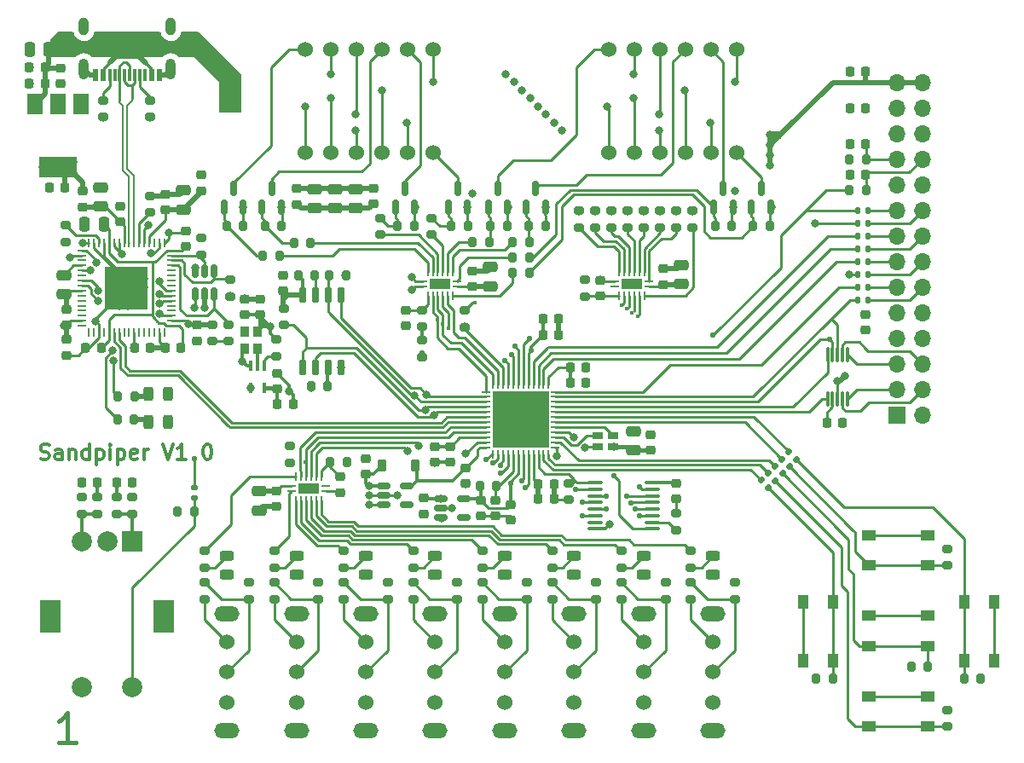
<source format=gbr>
%TF.GenerationSoftware,KiCad,Pcbnew,7.0.7*%
%TF.CreationDate,2024-01-22T13:38:31-08:00*%
%TF.ProjectId,ProgrammaGull_Sandpiper,50726f67-7261-46d6-9d61-47756c6c5f53,rev?*%
%TF.SameCoordinates,Original*%
%TF.FileFunction,Copper,L1,Top*%
%TF.FilePolarity,Positive*%
%FSLAX46Y46*%
G04 Gerber Fmt 4.6, Leading zero omitted, Abs format (unit mm)*
G04 Created by KiCad (PCBNEW 7.0.7) date 2024-01-22 13:38:31*
%MOMM*%
%LPD*%
G01*
G04 APERTURE LIST*
G04 Aperture macros list*
%AMRoundRect*
0 Rectangle with rounded corners*
0 $1 Rounding radius*
0 $2 $3 $4 $5 $6 $7 $8 $9 X,Y pos of 4 corners*
0 Add a 4 corners polygon primitive as box body*
4,1,4,$2,$3,$4,$5,$6,$7,$8,$9,$2,$3,0*
0 Add four circle primitives for the rounded corners*
1,1,$1+$1,$2,$3*
1,1,$1+$1,$4,$5*
1,1,$1+$1,$6,$7*
1,1,$1+$1,$8,$9*
0 Add four rect primitives between the rounded corners*
20,1,$1+$1,$2,$3,$4,$5,0*
20,1,$1+$1,$4,$5,$6,$7,0*
20,1,$1+$1,$6,$7,$8,$9,0*
20,1,$1+$1,$8,$9,$2,$3,0*%
G04 Aperture macros list end*
%ADD10C,0.300000*%
%TA.AperFunction,NonConductor*%
%ADD11C,0.300000*%
%TD*%
%ADD12C,0.400000*%
%TA.AperFunction,NonConductor*%
%ADD13C,0.400000*%
%TD*%
%TA.AperFunction,ComponentPad*%
%ADD14C,1.524000*%
%TD*%
%TA.AperFunction,ComponentPad*%
%ADD15O,2.500000X1.524000*%
%TD*%
%TA.AperFunction,SMDPad,CuDef*%
%ADD16R,1.350000X1.100000*%
%TD*%
%TA.AperFunction,SMDPad,CuDef*%
%ADD17RoundRect,0.200000X-0.275000X0.200000X-0.275000X-0.200000X0.275000X-0.200000X0.275000X0.200000X0*%
%TD*%
%TA.AperFunction,SMDPad,CuDef*%
%ADD18RoundRect,0.200000X0.275000X-0.200000X0.275000X0.200000X-0.275000X0.200000X-0.275000X-0.200000X0*%
%TD*%
%TA.AperFunction,SMDPad,CuDef*%
%ADD19RoundRect,0.200000X0.200000X0.275000X-0.200000X0.275000X-0.200000X-0.275000X0.200000X-0.275000X0*%
%TD*%
%TA.AperFunction,SMDPad,CuDef*%
%ADD20RoundRect,0.048000X-0.152000X0.427000X-0.152000X-0.427000X0.152000X-0.427000X0.152000X0.427000X0*%
%TD*%
%TA.AperFunction,SMDPad,CuDef*%
%ADD21RoundRect,0.135000X0.135000X0.185000X-0.135000X0.185000X-0.135000X-0.185000X0.135000X-0.185000X0*%
%TD*%
%TA.AperFunction,SMDPad,CuDef*%
%ADD22RoundRect,0.225000X0.250000X-0.225000X0.250000X0.225000X-0.250000X0.225000X-0.250000X-0.225000X0*%
%TD*%
%TA.AperFunction,SMDPad,CuDef*%
%ADD23RoundRect,0.225000X-0.250000X0.225000X-0.250000X-0.225000X0.250000X-0.225000X0.250000X0.225000X0*%
%TD*%
%TA.AperFunction,SMDPad,CuDef*%
%ADD24RoundRect,0.250000X-0.475000X0.250000X-0.475000X-0.250000X0.475000X-0.250000X0.475000X0.250000X0*%
%TD*%
%TA.AperFunction,SMDPad,CuDef*%
%ADD25RoundRect,0.150000X0.150000X-0.587500X0.150000X0.587500X-0.150000X0.587500X-0.150000X-0.587500X0*%
%TD*%
%TA.AperFunction,SMDPad,CuDef*%
%ADD26R,0.600000X1.150000*%
%TD*%
%TA.AperFunction,SMDPad,CuDef*%
%ADD27R,0.300000X1.150000*%
%TD*%
%TA.AperFunction,ComponentPad*%
%ADD28O,1.000000X2.100000*%
%TD*%
%TA.AperFunction,ComponentPad*%
%ADD29O,1.000000X1.800000*%
%TD*%
%TA.AperFunction,SMDPad,CuDef*%
%ADD30RoundRect,0.225000X-0.225000X-0.250000X0.225000X-0.250000X0.225000X0.250000X-0.225000X0.250000X0*%
%TD*%
%TA.AperFunction,SMDPad,CuDef*%
%ADD31RoundRect,0.135000X-0.226274X-0.035355X-0.035355X-0.226274X0.226274X0.035355X0.035355X0.226274X0*%
%TD*%
%TA.AperFunction,SMDPad,CuDef*%
%ADD32RoundRect,0.200000X-0.200000X-0.275000X0.200000X-0.275000X0.200000X0.275000X-0.200000X0.275000X0*%
%TD*%
%TA.AperFunction,SMDPad,CuDef*%
%ADD33R,1.100000X1.350000*%
%TD*%
%TA.AperFunction,SMDPad,CuDef*%
%ADD34RoundRect,0.062500X-0.350000X0.062500X-0.350000X-0.062500X0.350000X-0.062500X0.350000X0.062500X0*%
%TD*%
%TA.AperFunction,SMDPad,CuDef*%
%ADD35RoundRect,0.062500X-0.062500X0.350000X-0.062500X-0.350000X0.062500X-0.350000X0.062500X0.350000X0*%
%TD*%
%TA.AperFunction,SMDPad,CuDef*%
%ADD36R,2.000000X1.000000*%
%TD*%
%TA.AperFunction,SMDPad,CuDef*%
%ADD37RoundRect,0.100000X-0.637500X-0.100000X0.637500X-0.100000X0.637500X0.100000X-0.637500X0.100000X0*%
%TD*%
%TA.AperFunction,SMDPad,CuDef*%
%ADD38RoundRect,0.243750X0.456250X-0.243750X0.456250X0.243750X-0.456250X0.243750X-0.456250X-0.243750X0*%
%TD*%
%TA.AperFunction,SMDPad,CuDef*%
%ADD39RoundRect,0.135000X-0.135000X-0.185000X0.135000X-0.185000X0.135000X0.185000X-0.135000X0.185000X0*%
%TD*%
%TA.AperFunction,SMDPad,CuDef*%
%ADD40RoundRect,0.150000X-0.512500X-0.150000X0.512500X-0.150000X0.512500X0.150000X-0.512500X0.150000X0*%
%TD*%
%TA.AperFunction,SMDPad,CuDef*%
%ADD41RoundRect,0.250000X0.250000X0.475000X-0.250000X0.475000X-0.250000X-0.475000X0.250000X-0.475000X0*%
%TD*%
%TA.AperFunction,SMDPad,CuDef*%
%ADD42RoundRect,0.250000X0.475000X-0.250000X0.475000X0.250000X-0.475000X0.250000X-0.475000X-0.250000X0*%
%TD*%
%TA.AperFunction,SMDPad,CuDef*%
%ADD43RoundRect,0.075000X0.075000X-0.650000X0.075000X0.650000X-0.075000X0.650000X-0.075000X-0.650000X0*%
%TD*%
%TA.AperFunction,ComponentPad*%
%ADD44O,1.700000X1.700000*%
%TD*%
%TA.AperFunction,ComponentPad*%
%ADD45R,1.700000X1.700000*%
%TD*%
%TA.AperFunction,SMDPad,CuDef*%
%ADD46RoundRect,0.225000X0.225000X0.250000X-0.225000X0.250000X-0.225000X-0.250000X0.225000X-0.250000X0*%
%TD*%
%TA.AperFunction,SMDPad,CuDef*%
%ADD47RoundRect,0.243750X-0.243750X-0.456250X0.243750X-0.456250X0.243750X0.456250X-0.243750X0.456250X0*%
%TD*%
%TA.AperFunction,SMDPad,CuDef*%
%ADD48RoundRect,0.062500X-0.062500X0.375000X-0.062500X-0.375000X0.062500X-0.375000X0.062500X0.375000X0*%
%TD*%
%TA.AperFunction,SMDPad,CuDef*%
%ADD49RoundRect,0.062500X-0.375000X0.062500X-0.375000X-0.062500X0.375000X-0.062500X0.375000X0.062500X0*%
%TD*%
%TA.AperFunction,SMDPad,CuDef*%
%ADD50R,5.600000X5.600000*%
%TD*%
%TA.AperFunction,SMDPad,CuDef*%
%ADD51RoundRect,0.135000X-0.185000X0.135000X-0.185000X-0.135000X0.185000X-0.135000X0.185000X0.135000X0*%
%TD*%
%TA.AperFunction,SMDPad,CuDef*%
%ADD52RoundRect,0.225000X0.225000X0.375000X-0.225000X0.375000X-0.225000X-0.375000X0.225000X-0.375000X0*%
%TD*%
%TA.AperFunction,SMDPad,CuDef*%
%ADD53RoundRect,0.062500X0.350000X-0.062500X0.350000X0.062500X-0.350000X0.062500X-0.350000X-0.062500X0*%
%TD*%
%TA.AperFunction,SMDPad,CuDef*%
%ADD54RoundRect,0.062500X0.062500X-0.350000X0.062500X0.350000X-0.062500X0.350000X-0.062500X-0.350000X0*%
%TD*%
%TA.AperFunction,SMDPad,CuDef*%
%ADD55R,1.500000X2.000000*%
%TD*%
%TA.AperFunction,SMDPad,CuDef*%
%ADD56R,3.800000X2.000000*%
%TD*%
%TA.AperFunction,SMDPad,CuDef*%
%ADD57RoundRect,0.218750X0.256250X-0.218750X0.256250X0.218750X-0.256250X0.218750X-0.256250X-0.218750X0*%
%TD*%
%TA.AperFunction,SMDPad,CuDef*%
%ADD58R,0.900000X1.100000*%
%TD*%
%TA.AperFunction,SMDPad,CuDef*%
%ADD59RoundRect,0.150000X0.150000X-0.512500X0.150000X0.512500X-0.150000X0.512500X-0.150000X-0.512500X0*%
%TD*%
%TA.AperFunction,SMDPad,CuDef*%
%ADD60RoundRect,0.062500X-0.062500X0.337500X-0.062500X-0.337500X0.062500X-0.337500X0.062500X0.337500X0*%
%TD*%
%TA.AperFunction,SMDPad,CuDef*%
%ADD61RoundRect,0.062500X-0.337500X0.062500X-0.337500X-0.062500X0.337500X-0.062500X0.337500X0.062500X0*%
%TD*%
%TA.AperFunction,SMDPad,CuDef*%
%ADD62R,4.350000X4.350000*%
%TD*%
%TA.AperFunction,SMDPad,CuDef*%
%ADD63RoundRect,0.150000X0.150000X-0.650000X0.150000X0.650000X-0.150000X0.650000X-0.150000X-0.650000X0*%
%TD*%
%TA.AperFunction,SMDPad,CuDef*%
%ADD64R,1.000000X0.800000*%
%TD*%
%TA.AperFunction,ComponentPad*%
%ADD65R,2.000000X2.000000*%
%TD*%
%TA.AperFunction,ComponentPad*%
%ADD66C,2.000000*%
%TD*%
%TA.AperFunction,ComponentPad*%
%ADD67R,2.000000X3.200000*%
%TD*%
%TA.AperFunction,ViaPad*%
%ADD68C,0.550000*%
%TD*%
%TA.AperFunction,ViaPad*%
%ADD69C,0.800000*%
%TD*%
%TA.AperFunction,ViaPad*%
%ADD70C,0.450000*%
%TD*%
%TA.AperFunction,Conductor*%
%ADD71C,0.500000*%
%TD*%
%TA.AperFunction,Conductor*%
%ADD72C,0.250000*%
%TD*%
%TA.AperFunction,Conductor*%
%ADD73C,0.350000*%
%TD*%
%TA.AperFunction,Conductor*%
%ADD74C,0.450000*%
%TD*%
%TA.AperFunction,Conductor*%
%ADD75C,0.200000*%
%TD*%
G04 APERTURE END LIST*
D10*
D11*
X27303082Y-70389400D02*
X27517368Y-70460828D01*
X27517368Y-70460828D02*
X27874510Y-70460828D01*
X27874510Y-70460828D02*
X28017368Y-70389400D01*
X28017368Y-70389400D02*
X28088796Y-70317971D01*
X28088796Y-70317971D02*
X28160225Y-70175114D01*
X28160225Y-70175114D02*
X28160225Y-70032257D01*
X28160225Y-70032257D02*
X28088796Y-69889400D01*
X28088796Y-69889400D02*
X28017368Y-69817971D01*
X28017368Y-69817971D02*
X27874510Y-69746542D01*
X27874510Y-69746542D02*
X27588796Y-69675114D01*
X27588796Y-69675114D02*
X27445939Y-69603685D01*
X27445939Y-69603685D02*
X27374510Y-69532257D01*
X27374510Y-69532257D02*
X27303082Y-69389400D01*
X27303082Y-69389400D02*
X27303082Y-69246542D01*
X27303082Y-69246542D02*
X27374510Y-69103685D01*
X27374510Y-69103685D02*
X27445939Y-69032257D01*
X27445939Y-69032257D02*
X27588796Y-68960828D01*
X27588796Y-68960828D02*
X27945939Y-68960828D01*
X27945939Y-68960828D02*
X28160225Y-69032257D01*
X29445939Y-70460828D02*
X29445939Y-69675114D01*
X29445939Y-69675114D02*
X29374510Y-69532257D01*
X29374510Y-69532257D02*
X29231653Y-69460828D01*
X29231653Y-69460828D02*
X28945939Y-69460828D01*
X28945939Y-69460828D02*
X28803081Y-69532257D01*
X29445939Y-70389400D02*
X29303081Y-70460828D01*
X29303081Y-70460828D02*
X28945939Y-70460828D01*
X28945939Y-70460828D02*
X28803081Y-70389400D01*
X28803081Y-70389400D02*
X28731653Y-70246542D01*
X28731653Y-70246542D02*
X28731653Y-70103685D01*
X28731653Y-70103685D02*
X28803081Y-69960828D01*
X28803081Y-69960828D02*
X28945939Y-69889400D01*
X28945939Y-69889400D02*
X29303081Y-69889400D01*
X29303081Y-69889400D02*
X29445939Y-69817971D01*
X30160224Y-69460828D02*
X30160224Y-70460828D01*
X30160224Y-69603685D02*
X30231653Y-69532257D01*
X30231653Y-69532257D02*
X30374510Y-69460828D01*
X30374510Y-69460828D02*
X30588796Y-69460828D01*
X30588796Y-69460828D02*
X30731653Y-69532257D01*
X30731653Y-69532257D02*
X30803082Y-69675114D01*
X30803082Y-69675114D02*
X30803082Y-70460828D01*
X32160225Y-70460828D02*
X32160225Y-68960828D01*
X32160225Y-70389400D02*
X32017367Y-70460828D01*
X32017367Y-70460828D02*
X31731653Y-70460828D01*
X31731653Y-70460828D02*
X31588796Y-70389400D01*
X31588796Y-70389400D02*
X31517367Y-70317971D01*
X31517367Y-70317971D02*
X31445939Y-70175114D01*
X31445939Y-70175114D02*
X31445939Y-69746542D01*
X31445939Y-69746542D02*
X31517367Y-69603685D01*
X31517367Y-69603685D02*
X31588796Y-69532257D01*
X31588796Y-69532257D02*
X31731653Y-69460828D01*
X31731653Y-69460828D02*
X32017367Y-69460828D01*
X32017367Y-69460828D02*
X32160225Y-69532257D01*
X32874510Y-69460828D02*
X32874510Y-70960828D01*
X32874510Y-69532257D02*
X33017368Y-69460828D01*
X33017368Y-69460828D02*
X33303082Y-69460828D01*
X33303082Y-69460828D02*
X33445939Y-69532257D01*
X33445939Y-69532257D02*
X33517368Y-69603685D01*
X33517368Y-69603685D02*
X33588796Y-69746542D01*
X33588796Y-69746542D02*
X33588796Y-70175114D01*
X33588796Y-70175114D02*
X33517368Y-70317971D01*
X33517368Y-70317971D02*
X33445939Y-70389400D01*
X33445939Y-70389400D02*
X33303082Y-70460828D01*
X33303082Y-70460828D02*
X33017368Y-70460828D01*
X33017368Y-70460828D02*
X32874510Y-70389400D01*
X34231653Y-70460828D02*
X34231653Y-69460828D01*
X34231653Y-68960828D02*
X34160225Y-69032257D01*
X34160225Y-69032257D02*
X34231653Y-69103685D01*
X34231653Y-69103685D02*
X34303082Y-69032257D01*
X34303082Y-69032257D02*
X34231653Y-68960828D01*
X34231653Y-68960828D02*
X34231653Y-69103685D01*
X34945939Y-69460828D02*
X34945939Y-70960828D01*
X34945939Y-69532257D02*
X35088797Y-69460828D01*
X35088797Y-69460828D02*
X35374511Y-69460828D01*
X35374511Y-69460828D02*
X35517368Y-69532257D01*
X35517368Y-69532257D02*
X35588797Y-69603685D01*
X35588797Y-69603685D02*
X35660225Y-69746542D01*
X35660225Y-69746542D02*
X35660225Y-70175114D01*
X35660225Y-70175114D02*
X35588797Y-70317971D01*
X35588797Y-70317971D02*
X35517368Y-70389400D01*
X35517368Y-70389400D02*
X35374511Y-70460828D01*
X35374511Y-70460828D02*
X35088797Y-70460828D01*
X35088797Y-70460828D02*
X34945939Y-70389400D01*
X36874511Y-70389400D02*
X36731654Y-70460828D01*
X36731654Y-70460828D02*
X36445940Y-70460828D01*
X36445940Y-70460828D02*
X36303082Y-70389400D01*
X36303082Y-70389400D02*
X36231654Y-70246542D01*
X36231654Y-70246542D02*
X36231654Y-69675114D01*
X36231654Y-69675114D02*
X36303082Y-69532257D01*
X36303082Y-69532257D02*
X36445940Y-69460828D01*
X36445940Y-69460828D02*
X36731654Y-69460828D01*
X36731654Y-69460828D02*
X36874511Y-69532257D01*
X36874511Y-69532257D02*
X36945940Y-69675114D01*
X36945940Y-69675114D02*
X36945940Y-69817971D01*
X36945940Y-69817971D02*
X36231654Y-69960828D01*
X37588796Y-70460828D02*
X37588796Y-69460828D01*
X37588796Y-69746542D02*
X37660225Y-69603685D01*
X37660225Y-69603685D02*
X37731654Y-69532257D01*
X37731654Y-69532257D02*
X37874511Y-69460828D01*
X37874511Y-69460828D02*
X38017368Y-69460828D01*
X39445939Y-68960828D02*
X39945939Y-70460828D01*
X39945939Y-70460828D02*
X40445939Y-68960828D01*
X41731653Y-70460828D02*
X40874510Y-70460828D01*
X41303081Y-70460828D02*
X41303081Y-68960828D01*
X41303081Y-68960828D02*
X41160224Y-69175114D01*
X41160224Y-69175114D02*
X41017367Y-69317971D01*
X41017367Y-69317971D02*
X40874510Y-69389400D01*
X43803081Y-68960828D02*
X43945938Y-68960828D01*
X43945938Y-68960828D02*
X44088795Y-69032257D01*
X44088795Y-69032257D02*
X44160224Y-69103685D01*
X44160224Y-69103685D02*
X44231652Y-69246542D01*
X44231652Y-69246542D02*
X44303081Y-69532257D01*
X44303081Y-69532257D02*
X44303081Y-69889400D01*
X44303081Y-69889400D02*
X44231652Y-70175114D01*
X44231652Y-70175114D02*
X44160224Y-70317971D01*
X44160224Y-70317971D02*
X44088795Y-70389400D01*
X44088795Y-70389400D02*
X43945938Y-70460828D01*
X43945938Y-70460828D02*
X43803081Y-70460828D01*
X43803081Y-70460828D02*
X43660224Y-70389400D01*
X43660224Y-70389400D02*
X43588795Y-70317971D01*
X43588795Y-70317971D02*
X43517366Y-70175114D01*
X43517366Y-70175114D02*
X43445938Y-69889400D01*
X43445938Y-69889400D02*
X43445938Y-69532257D01*
X43445938Y-69532257D02*
X43517366Y-69246542D01*
X43517366Y-69246542D02*
X43588795Y-69103685D01*
X43588795Y-69103685D02*
X43660224Y-69032257D01*
X43660224Y-69032257D02*
X43803081Y-68960828D01*
D12*
D13*
X30798871Y-98612057D02*
X29084585Y-98612057D01*
X29941728Y-98612057D02*
X29941728Y-95612057D01*
X29941728Y-95612057D02*
X29656014Y-96040628D01*
X29656014Y-96040628D02*
X29370299Y-96326342D01*
X29370299Y-96326342D02*
X29084585Y-96469200D01*
D14*
%TO.P,SW5,1*%
%TO.N,+3V3*%
X59600000Y-88600000D03*
%TO.P,SW5,2*%
%TO.N,Net-(R10-Pad1)*%
X59600000Y-91600000D03*
%TO.P,SW5,3*%
%TO.N,GND*%
X59600000Y-94600000D03*
D15*
%TO.P,SW5,4,CASE*%
X59600000Y-85800000D03*
X59600000Y-97400000D03*
%TD*%
D16*
%TO.P,SW10,1,1*%
%TO.N,+3V3*%
X109575000Y-94000000D03*
X115425000Y-94000000D03*
%TO.P,SW10,2,2*%
%TO.N,Net-(R24-Pad2)*%
X109575000Y-97000000D03*
X115425000Y-97000000D03*
%TD*%
D17*
%TO.P,R12,1*%
%TO.N,Net-(R12-Pad1)*%
X64300000Y-82675000D03*
%TO.P,R12,2*%
%TO.N,+3V3*%
X64300000Y-84325000D03*
%TD*%
D18*
%TO.P,R19,1*%
%TO.N,Net-(R18-Pad1)*%
X89400000Y-84325000D03*
%TO.P,R19,2*%
%TO.N,/UI_SW1*%
X89400000Y-82675000D03*
%TD*%
D19*
%TO.P,R84,1*%
%TO.N,/RCLP_1*%
X109275000Y-43680000D03*
%TO.P,R84,2*%
%TO.N,/UI_GPIO1*%
X107625000Y-43680000D03*
%TD*%
D20*
%TO.P,U2,1,OE*%
%TO.N,Net-(U2-OE)*%
X49500000Y-61200000D03*
%TO.P,U2,2,A*%
%TO.N,Net-(U2-A)*%
X48850000Y-61200000D03*
%TO.P,U2,3,GND*%
%TO.N,GND*%
X48200000Y-61200000D03*
%TO.P,U2,4,Y*%
%TO.N,/CLK_12M*%
X48200000Y-63400000D03*
%TO.P,U2,5,VCC*%
%TO.N,+3V3*%
X49500000Y-63400000D03*
%TD*%
D17*
%TO.P,R77,1*%
%TO.N,+3V3*%
X36405000Y-74205000D03*
%TO.P,R77,2*%
%TO.N,Net-(R77-Pad2)*%
X36405000Y-75855000D03*
%TD*%
D21*
%TO.P,R93,1*%
%TO.N,Net-(J1-Pin_15)*%
X109510000Y-48260000D03*
%TO.P,R93,2*%
%TO.N,/UI_PMOD0_0*%
X108490000Y-48260000D03*
%TD*%
D14*
%TO.P,SW4,1*%
%TO.N,+3V3*%
X66500000Y-88600000D03*
%TO.P,SW4,2*%
%TO.N,Net-(R12-Pad1)*%
X66500000Y-91600000D03*
%TO.P,SW4,3*%
%TO.N,GND*%
X66500000Y-94600000D03*
D15*
%TO.P,SW4,4,CASE*%
X66500000Y-85800000D03*
X66500000Y-97400000D03*
%TD*%
D22*
%TO.P,C28,1*%
%TO.N,+3V3*%
X87900000Y-69575000D03*
%TO.P,C28,2*%
%TO.N,GND*%
X87900000Y-68025000D03*
%TD*%
D18*
%TO.P,R13,1*%
%TO.N,Net-(R12-Pad1)*%
X68700000Y-84325000D03*
%TO.P,R13,2*%
%TO.N,/UI_SW4*%
X68700000Y-82675000D03*
%TD*%
%TO.P,R55,1*%
%TO.N,Net-(D2-A)*%
X43600000Y-81225000D03*
%TO.P,R55,2*%
%TO.N,/UI_LED_7*%
X43600000Y-79575000D03*
%TD*%
D23*
%TO.P,C5,1*%
%TO.N,+2V5*%
X69500000Y-71325000D03*
%TO.P,C5,2*%
%TO.N,GND*%
X69500000Y-72875000D03*
%TD*%
D14*
%TO.P,SW0,1*%
%TO.N,+3V3*%
X94100000Y-88600000D03*
%TO.P,SW0,2*%
%TO.N,Net-(R20-Pad1)*%
X94100000Y-91600000D03*
%TO.P,SW0,3*%
%TO.N,GND*%
X94100000Y-94600000D03*
D15*
%TO.P,SW0,4,CASE*%
X94100000Y-85800000D03*
X94100000Y-97400000D03*
%TD*%
D24*
%TO.P,C57,1*%
%TO.N,+5V*%
X58590000Y-43600000D03*
%TO.P,C57,2*%
%TO.N,GND*%
X58590000Y-45500000D03*
%TD*%
D18*
%TO.P,R17,1*%
%TO.N,Net-(R16-Pad1)*%
X82500000Y-84325000D03*
%TO.P,R17,2*%
%TO.N,/UI_SW2*%
X82500000Y-82675000D03*
%TD*%
D17*
%TO.P,R51,1*%
%TO.N,Net-(U3-~{SRCLR})*%
X65150000Y-55625000D03*
%TO.P,R51,2*%
%TO.N,+3V3*%
X65150000Y-57275000D03*
%TD*%
D25*
%TO.P,Q4,1,B*%
%TO.N,/UI_MSB_CA3*%
X67800000Y-45437500D03*
%TO.P,Q4,2,E*%
%TO.N,+5V*%
X69700000Y-45437500D03*
%TO.P,Q4,3,C*%
%TO.N,Net-(Q4-C)*%
X68750000Y-43562500D03*
%TD*%
D26*
%TO.P,P1,A1,GND*%
%TO.N,GND*%
X39120000Y-32255000D03*
%TO.P,P1,A4,VBUS*%
%TO.N,+5V*%
X38320000Y-32255000D03*
D27*
%TO.P,P1,A5,CC*%
%TO.N,/USB_CC*%
X37170000Y-32255000D03*
%TO.P,P1,A6,D+*%
%TO.N,/USB_D+*%
X36170000Y-32255000D03*
%TO.P,P1,A7,D-*%
%TO.N,/USB_D-*%
X35670000Y-32255000D03*
%TO.P,P1,A8*%
%TO.N,N/C*%
X34670000Y-32255000D03*
D26*
%TO.P,P1,A9,VBUS*%
%TO.N,+5V*%
X33520000Y-32255000D03*
%TO.P,P1,A12,GND*%
%TO.N,GND*%
X32720000Y-32255000D03*
%TO.P,P1,B1,GND*%
X32720000Y-32255000D03*
%TO.P,P1,B4,VBUS*%
%TO.N,+5V*%
X33520000Y-32255000D03*
D27*
%TO.P,P1,B5,VCONN*%
%TO.N,/USB_VCONN*%
X34170000Y-32255000D03*
%TO.P,P1,B6*%
%TO.N,N/C*%
X35170000Y-32255000D03*
%TO.P,P1,B7*%
X36670000Y-32255000D03*
%TO.P,P1,B8*%
X37670000Y-32255000D03*
D26*
%TO.P,P1,B9,VBUS*%
%TO.N,+5V*%
X38320000Y-32255000D03*
%TO.P,P1,B12,GND*%
%TO.N,GND*%
X39120000Y-32255000D03*
D28*
%TO.P,P1,S1,SHIELD*%
X40240000Y-31680000D03*
D29*
X40240000Y-27500000D03*
D28*
X31600000Y-31680000D03*
D29*
X31600000Y-27500000D03*
%TD*%
D30*
%TO.P,C39,1*%
%TO.N,/UI_ENC_A*%
X34850000Y-72740000D03*
%TO.P,C39,2*%
%TO.N,GND*%
X36400000Y-72740000D03*
%TD*%
D18*
%TO.P,R33,1*%
%TO.N,/EEPROM_SPI_DO*%
X46000000Y-58725000D03*
%TO.P,R33,2*%
%TO.N,/EEPROM_SPI_DI*%
X46000000Y-57075000D03*
%TD*%
D22*
%TO.P,C13,1*%
%TO.N,Net-(U7-VPLL)*%
X35200000Y-46850000D03*
%TO.P,C13,2*%
%TO.N,GND*%
X35200000Y-45300000D03*
%TD*%
%TO.P,C9,1*%
%TO.N,+3V3*%
X51410000Y-53730000D03*
%TO.P,C9,2*%
%TO.N,GND*%
X51410000Y-52180000D03*
%TD*%
D24*
%TO.P,C58,1*%
%TO.N,+5V*%
X56550000Y-43600000D03*
%TO.P,C58,2*%
%TO.N,GND*%
X56550000Y-45500000D03*
%TD*%
D22*
%TO.P,C44,1*%
%TO.N,+3V3*%
X109200000Y-57645000D03*
%TO.P,C44,2*%
%TO.N,GND*%
X109200000Y-56095000D03*
%TD*%
D19*
%TO.P,R5,1*%
%TO.N,Net-(U1D-VCCPLL)*%
X72587500Y-73075000D03*
%TO.P,R5,2*%
%TO.N,+1V2*%
X70937500Y-73075000D03*
%TD*%
D23*
%TO.P,C16,1*%
%TO.N,+3V3*%
X42800000Y-57125000D03*
%TO.P,C16,2*%
%TO.N,GND*%
X42800000Y-58675000D03*
%TD*%
D19*
%TO.P,R26,1*%
%TO.N,GND*%
X120665000Y-92250000D03*
%TO.P,R26,2*%
%TO.N,Net-(R26-Pad2)*%
X119015000Y-92250000D03*
%TD*%
D22*
%TO.P,C11,1*%
%TO.N,+1V8*%
X41700000Y-49325000D03*
%TO.P,C11,2*%
%TO.N,GND*%
X41700000Y-47775000D03*
%TD*%
D14*
%TO.P,SW2,1*%
%TO.N,+3V3*%
X80300000Y-88600000D03*
%TO.P,SW2,2*%
%TO.N,Net-(R16-Pad1)*%
X80300000Y-91600000D03*
%TO.P,SW2,3*%
%TO.N,GND*%
X80300000Y-94600000D03*
D15*
%TO.P,SW2,4,CASE*%
X80300000Y-85800000D03*
X80300000Y-97400000D03*
%TD*%
D31*
%TO.P,R25,1*%
%TO.N,/UI_DPAD_D*%
X99549376Y-71839376D03*
%TO.P,R25,2*%
%TO.N,Net-(R24-Pad2)*%
X100270624Y-72560624D03*
%TD*%
D32*
%TO.P,R70,1*%
%TO.N,/UI_MSB_CA2*%
X62775000Y-47300000D03*
%TO.P,R70,2*%
%TO.N,+5V*%
X64425000Y-47300000D03*
%TD*%
D19*
%TO.P,R85,1*%
%TO.N,Net-(D11-K)*%
X36600000Y-66500000D03*
%TO.P,R85,2*%
%TO.N,Net-(U7-BCBUS4)*%
X34950000Y-66500000D03*
%TD*%
D17*
%TO.P,R16,1*%
%TO.N,Net-(R16-Pad1)*%
X78100000Y-82675000D03*
%TO.P,R16,2*%
%TO.N,+3V3*%
X78100000Y-84325000D03*
%TD*%
D33*
%TO.P,SW12,1,1*%
%TO.N,+3V3*%
X103000000Y-90425000D03*
X103000000Y-84575000D03*
%TO.P,SW12,2,2*%
%TO.N,Net-(R28-Pad2)*%
X106000000Y-90425000D03*
X106000000Y-84575000D03*
%TD*%
D23*
%TO.P,C46,1*%
%TO.N,+3V3*%
X29850000Y-58575000D03*
%TO.P,C46,2*%
%TO.N,GND*%
X29850000Y-60125000D03*
%TD*%
D34*
%TO.P,U3,1,QB*%
%TO.N,Net-(U3-QB)*%
X68687500Y-52750000D03*
D35*
%TO.P,U3,2,QC*%
%TO.N,Net-(U3-QC)*%
X68250000Y-51812500D03*
%TO.P,U3,3,QD*%
%TO.N,Net-(U3-QD)*%
X67750000Y-51812500D03*
%TO.P,U3,4,QE*%
%TO.N,Net-(U3-QE)*%
X67250000Y-51812500D03*
%TO.P,U3,5,QF*%
%TO.N,Net-(U3-QF)*%
X66750000Y-51812500D03*
%TO.P,U3,6,QG*%
%TO.N,Net-(U3-QG)*%
X66250000Y-51812500D03*
%TO.P,U3,7,QH*%
%TO.N,Net-(U3-QH)*%
X65750000Y-51812500D03*
D34*
%TO.P,U3,8,GND*%
%TO.N,GND*%
X65312500Y-52750000D03*
%TO.P,U3,9,QH'*%
%TO.N,/UI_7SEG_SER_CARRY*%
X65312500Y-53250000D03*
D35*
%TO.P,U3,10,~{SRCLR}*%
%TO.N,Net-(U3-~{SRCLR})*%
X65750000Y-54187500D03*
%TO.P,U3,11,SRCLK*%
%TO.N,/UI_7SEGSR_CLK*%
X66250000Y-54187500D03*
%TO.P,U3,12,RCLK*%
%TO.N,/UI_7SEGSR_RCLK*%
X66750000Y-54187500D03*
%TO.P,U3,13,~{OE}*%
%TO.N,/~{UI_7SEGSR_OE}*%
X67250000Y-54187500D03*
%TO.P,U3,14,SER*%
%TO.N,/UI_7SEGSR_DIN*%
X67750000Y-54187500D03*
%TO.P,U3,15,QA*%
%TO.N,Net-(U3-QA)*%
X68250000Y-54187500D03*
D34*
%TO.P,U3,16,VCC*%
%TO.N,+5V*%
X68687500Y-53250000D03*
D36*
%TO.P,U3,17*%
%TO.N,N/C*%
X67000000Y-53000000D03*
%TD*%
D18*
%TO.P,R30,1*%
%TO.N,GND*%
X79750000Y-74475000D03*
%TO.P,R30,2*%
%TO.N,/SW_SH{slash}~{LD}*%
X79750000Y-72825000D03*
%TD*%
D37*
%TO.P,U9,1,~{PL}*%
%TO.N,/SW_SH{slash}~{LD}*%
X82350000Y-72800000D03*
%TO.P,U9,2,CP*%
%TO.N,/SW_SH_CLK*%
X82350000Y-73450000D03*
%TO.P,U9,3,D4*%
%TO.N,/UI_SW4*%
X82350000Y-74100000D03*
%TO.P,U9,4,D5*%
%TO.N,/UI_SW5*%
X82350000Y-74750000D03*
%TO.P,U9,5,D6*%
%TO.N,/UI_SW6*%
X82350000Y-75400000D03*
%TO.P,U9,6,D7*%
%TO.N,/UI_SW7*%
X82350000Y-76050000D03*
%TO.P,U9,7,~{Q7}*%
%TO.N,unconnected-(U9-~{Q7}-Pad7)*%
X82350000Y-76700000D03*
%TO.P,U9,8,GND*%
%TO.N,GND*%
X82350000Y-77350000D03*
%TO.P,U9,9,Q7*%
%TO.N,/SERIAL_SW_D*%
X88075000Y-77350000D03*
%TO.P,U9,10,DS*%
%TO.N,Net-(U9-DS)*%
X88075000Y-76700000D03*
%TO.P,U9,11,D0*%
%TO.N,/UI_SW0*%
X88075000Y-76050000D03*
%TO.P,U9,12,D1*%
%TO.N,/UI_SW1*%
X88075000Y-75400000D03*
%TO.P,U9,13,D2*%
%TO.N,/UI_SW2*%
X88075000Y-74750000D03*
%TO.P,U9,14,D3*%
%TO.N,/UI_SW3*%
X88075000Y-74100000D03*
%TO.P,U9,15,~{CE}*%
%TO.N,/SW_SH_CLKEN*%
X88075000Y-73450000D03*
%TO.P,U9,16,VCC*%
%TO.N,+3V3*%
X88075000Y-72800000D03*
%TD*%
D18*
%TO.P,R6,1*%
%TO.N,Net-(R6-Pad1)*%
X48000000Y-84325000D03*
%TO.P,R6,2*%
%TO.N,/UI_SW7*%
X48000000Y-82675000D03*
%TD*%
D38*
%TO.P,D9,1,K*%
%TO.N,GND*%
X94100000Y-81937500D03*
%TO.P,D9,2,A*%
%TO.N,Net-(D9-A)*%
X94100000Y-80062500D03*
%TD*%
D39*
%TO.P,R98,1*%
%TO.N,/UI_PMOD0_1*%
X108490000Y-49530000D03*
%TO.P,R98,2*%
%TO.N,Net-(J1-Pin_16)*%
X109510000Y-49530000D03*
%TD*%
D40*
%TO.P,U5,1,VIN*%
%TO.N,+3V3*%
X61350000Y-73100000D03*
%TO.P,U5,2,GND*%
%TO.N,GND*%
X61350000Y-74050000D03*
%TO.P,U5,3,EN*%
%TO.N,+3V3*%
X61350000Y-75000000D03*
%TO.P,U5,4,NC*%
%TO.N,unconnected-(U5-NC-Pad4)*%
X63625000Y-75000000D03*
%TO.P,U5,5,VOUT*%
%TO.N,+2V5*%
X63625000Y-73100000D03*
%TD*%
D18*
%TO.P,R9,1*%
%TO.N,Net-(R8-Pad1)*%
X54900000Y-84325000D03*
%TO.P,R9,2*%
%TO.N,/UI_SW6*%
X54900000Y-82675000D03*
%TD*%
D19*
%TO.P,R90,1*%
%TO.N,/UI_LSB_CA3*%
X75825000Y-51950000D03*
%TO.P,R90,2*%
%TO.N,Net-(U3-QA)*%
X74175000Y-51950000D03*
%TD*%
D17*
%TO.P,R10,1*%
%TO.N,Net-(R10-Pad1)*%
X57400000Y-82675000D03*
%TO.P,R10,2*%
%TO.N,+3V3*%
X57400000Y-84325000D03*
%TD*%
D19*
%TO.P,R83,1*%
%TO.N,/RCLP_0*%
X109275000Y-40640000D03*
%TO.P,R83,2*%
%TO.N,/UI_GPIO0*%
X107625000Y-40640000D03*
%TD*%
D41*
%TO.P,C10,1*%
%TO.N,+1V8*%
X33600000Y-47150000D03*
%TO.P,C10,2*%
%TO.N,GND*%
X31700000Y-47150000D03*
%TD*%
D31*
%TO.P,R23,1*%
%TO.N,/UI_DPAD_U*%
X100939376Y-70439376D03*
%TO.P,R23,2*%
%TO.N,Net-(R22-Pad2)*%
X101660624Y-71160624D03*
%TD*%
D42*
%TO.P,C15,1*%
%TO.N,Net-(U7-VPHY)*%
X41500000Y-45650000D03*
%TO.P,C15,2*%
%TO.N,GND*%
X41500000Y-43750000D03*
%TD*%
D18*
%TO.P,R34,1*%
%TO.N,/EEPROM_SPI_CS*%
X43300000Y-50125000D03*
%TO.P,R34,2*%
%TO.N,+3V3*%
X43300000Y-48475000D03*
%TD*%
D23*
%TO.P,C56,1*%
%TO.N,+1V2*%
X74000000Y-74925000D03*
%TO.P,C56,2*%
%TO.N,GND*%
X74000000Y-76475000D03*
%TD*%
D42*
%TO.P,C27,1*%
%TO.N,+3V3*%
X86150000Y-69550000D03*
%TO.P,C27,2*%
%TO.N,GND*%
X86150000Y-67650000D03*
%TD*%
D18*
%TO.P,R4,1*%
%TO.N,GND*%
X33510000Y-36480000D03*
%TO.P,R4,2*%
%TO.N,/USB_VCONN*%
X33510000Y-34830000D03*
%TD*%
%TO.P,R3,1*%
%TO.N,GND*%
X38210000Y-36480000D03*
%TO.P,R3,2*%
%TO.N,/USB_CC*%
X38210000Y-34830000D03*
%TD*%
D38*
%TO.P,D2,1,K*%
%TO.N,GND*%
X45800000Y-81937500D03*
%TO.P,D2,2,A*%
%TO.N,Net-(D2-A)*%
X45800000Y-80062500D03*
%TD*%
D22*
%TO.P,C55,1*%
%TO.N,+3V3*%
X29850000Y-57125000D03*
%TO.P,C55,2*%
%TO.N,GND*%
X29850000Y-55575000D03*
%TD*%
D30*
%TO.P,C19,1*%
%TO.N,+3V3*%
X79925000Y-62850000D03*
%TO.P,C19,2*%
%TO.N,GND*%
X81475000Y-62850000D03*
%TD*%
%TO.P,C40,1*%
%TO.N,+3V3*%
X105375000Y-66800000D03*
%TO.P,C40,2*%
%TO.N,GND*%
X106925000Y-66800000D03*
%TD*%
D17*
%TO.P,R47,1*%
%TO.N,/UI_SEG_E*%
X87200000Y-45775000D03*
%TO.P,R47,2*%
%TO.N,Net-(U12-QD)*%
X87200000Y-47425000D03*
%TD*%
D31*
%TO.P,R29,1*%
%TO.N,/UI_DPAD_L*%
X98850000Y-72550000D03*
%TO.P,R29,2*%
%TO.N,Net-(R28-Pad2)*%
X99571248Y-73271248D03*
%TD*%
D25*
%TO.P,Q6,1,B*%
%TO.N,/UI_LSB_CA1*%
X75525000Y-45437500D03*
%TO.P,Q6,2,E*%
%TO.N,+5V*%
X77425000Y-45437500D03*
%TO.P,Q6,3,C*%
%TO.N,Net-(Q6-C)*%
X76475000Y-43562500D03*
%TD*%
D18*
%TO.P,R21,1*%
%TO.N,Net-(R20-Pad1)*%
X96300000Y-84325000D03*
%TO.P,R21,2*%
%TO.N,/UI_SW0*%
X96300000Y-82675000D03*
%TD*%
%TO.P,R60,1*%
%TO.N,Net-(D7-A)*%
X78100000Y-81200000D03*
%TO.P,R60,2*%
%TO.N,/UI_LED_2*%
X78100000Y-79550000D03*
%TD*%
D22*
%TO.P,C37,1*%
%TO.N,Net-(U12-~{SRCLR})*%
X82850000Y-54225000D03*
%TO.P,C37,2*%
%TO.N,GND*%
X82850000Y-52675000D03*
%TD*%
D43*
%TO.P,U11,1,~{CS}*%
%TO.N,/~{UI_ADC_CS}*%
X105450000Y-64455000D03*
%TO.P,U11,2,VA*%
%TO.N,+3V3*%
X105950000Y-64455000D03*
%TO.P,U11,3,GND*%
%TO.N,GND*%
X106450000Y-64455000D03*
%TO.P,U11,4,IN4*%
%TO.N,/UI_ADC_SE_CHAN_3*%
X106950000Y-64455000D03*
%TO.P,U11,5,IN3*%
%TO.N,/UI_ADC_SE_CHAN_2*%
X107450000Y-64455000D03*
%TO.P,U11,6,IN2*%
%TO.N,/UI_ADC_SE_CHAN_1*%
X107450000Y-60055000D03*
%TO.P,U11,7,IN1*%
%TO.N,/UI_ADC_SE_CHAN_0*%
X106950000Y-60055000D03*
%TO.P,U11,8,DIN*%
%TO.N,/UI_ADC_DI*%
X106450000Y-60055000D03*
%TO.P,U11,9,DOUT*%
%TO.N,/UI_ADC_DO*%
X105950000Y-60055000D03*
%TO.P,U11,10,SCK*%
%TO.N,/UI_ADC_SCK*%
X105450000Y-60055000D03*
%TD*%
D40*
%TO.P,U4,1,VIN*%
%TO.N,+3V3*%
X67062500Y-74375000D03*
%TO.P,U4,2,GND*%
%TO.N,GND*%
X67062500Y-75325000D03*
%TO.P,U4,3,EN*%
%TO.N,+3V3*%
X67062500Y-76275000D03*
%TO.P,U4,4,NC*%
%TO.N,unconnected-(U4-NC-Pad4)*%
X69337500Y-76275000D03*
%TO.P,U4,5,VOUT*%
%TO.N,+1V2*%
X69337500Y-74375000D03*
%TD*%
D42*
%TO.P,C35,1*%
%TO.N,+5V*%
X72000000Y-53250000D03*
%TO.P,C35,2*%
%TO.N,GND*%
X72000000Y-51350000D03*
%TD*%
D23*
%TO.P,C29,1*%
%TO.N,+5V*%
X50750000Y-73585000D03*
%TO.P,C29,2*%
%TO.N,GND*%
X50750000Y-75135000D03*
%TD*%
D17*
%TO.P,R75,1*%
%TO.N,+3V3*%
X31400000Y-74205000D03*
%TO.P,R75,2*%
%TO.N,Net-(R75-Pad2)*%
X31400000Y-75855000D03*
%TD*%
D30*
%TO.P,C23,1*%
%TO.N,+3V3*%
X76725000Y-74400000D03*
%TO.P,C23,2*%
%TO.N,GND*%
X78275000Y-74400000D03*
%TD*%
D32*
%TO.P,R67,1*%
%TO.N,/UI_MSB_CA0*%
X45775000Y-47300000D03*
%TO.P,R67,2*%
%TO.N,+5V*%
X47425000Y-47300000D03*
%TD*%
D14*
%TO.P,SW1,1*%
%TO.N,+3V3*%
X87200000Y-88600000D03*
%TO.P,SW1,2*%
%TO.N,Net-(R18-Pad1)*%
X87200000Y-91600000D03*
%TO.P,SW1,3*%
%TO.N,GND*%
X87200000Y-94600000D03*
D15*
%TO.P,SW1,4,CASE*%
X87200000Y-85800000D03*
X87200000Y-97400000D03*
%TD*%
D38*
%TO.P,D6,1,K*%
%TO.N,GND*%
X73400000Y-81937500D03*
%TO.P,D6,2,A*%
%TO.N,Net-(D6-A)*%
X73400000Y-80062500D03*
%TD*%
D32*
%TO.P,R79,1*%
%TO.N,GND*%
X113775000Y-91040000D03*
%TO.P,R79,2*%
%TO.N,Net-(R79-Pad2)*%
X115425000Y-91040000D03*
%TD*%
D44*
%TO.P,J1,28,Pin_28*%
%TO.N,+5V*%
X114875000Y-33020000D03*
%TO.P,J1,27,Pin_27*%
X112335000Y-33020000D03*
%TO.P,J1,26,Pin_26*%
%TO.N,+3V3*%
X114875000Y-35560000D03*
%TO.P,J1,25,Pin_25*%
X112335000Y-35560000D03*
%TO.P,J1,24,Pin_24*%
%TO.N,GND*%
X114875000Y-38100000D03*
%TO.P,J1,23,Pin_23*%
X112335000Y-38100000D03*
%TO.P,J1,22,Pin_22*%
%TO.N,/RCLP_1*%
X114875000Y-40640000D03*
%TO.P,J1,21,Pin_21*%
%TO.N,/RCLP_0*%
X112335000Y-40640000D03*
%TO.P,J1,20,Pin_20*%
%TO.N,unconnected-(J1-Pin_20-Pad20)*%
X114875000Y-43180000D03*
%TO.P,J1,19,Pin_19*%
%TO.N,GND*%
X112335000Y-43180000D03*
%TO.P,J1,18,Pin_18*%
%TO.N,Net-(J1-Pin_18)*%
X114875000Y-45720000D03*
%TO.P,J1,17,Pin_17*%
%TO.N,Net-(J1-Pin_17)*%
X112335000Y-45720000D03*
%TO.P,J1,16,Pin_16*%
%TO.N,Net-(J1-Pin_16)*%
X114875000Y-48260000D03*
%TO.P,J1,15,Pin_15*%
%TO.N,Net-(J1-Pin_15)*%
X112335000Y-48260000D03*
%TO.P,J1,14,Pin_14*%
%TO.N,Net-(J1-Pin_14)*%
X114875000Y-50800000D03*
%TO.P,J1,13,Pin_13*%
%TO.N,Net-(J1-Pin_13)*%
X112335000Y-50800000D03*
%TO.P,J1,12,Pin_12*%
%TO.N,Net-(J1-Pin_12)*%
X114875000Y-53340000D03*
%TO.P,J1,11,Pin_11*%
%TO.N,Net-(J1-Pin_11)*%
X112335000Y-53340000D03*
%TO.P,J1,10,Pin_10*%
%TO.N,GND*%
X114875000Y-55880000D03*
%TO.P,J1,9,Pin_9*%
X112335000Y-55880000D03*
%TO.P,J1,8,Pin_8*%
%TO.N,+3V3*%
X114875000Y-58420000D03*
%TO.P,J1,7,Pin_7*%
X112335000Y-58420000D03*
%TO.P,J1,6,Pin_6*%
%TO.N,/UI_ADC_SE_CHAN_0*%
X114875000Y-60960000D03*
%TO.P,J1,5,Pin_5*%
%TO.N,/UI_ADC_SE_CHAN_1*%
X112335000Y-60960000D03*
%TO.P,J1,4,Pin_4*%
%TO.N,/UI_ADC_SE_CHAN_3*%
X114875000Y-63500000D03*
%TO.P,J1,3,Pin_3*%
%TO.N,/UI_ADC_SE_CHAN_2*%
X112335000Y-63500000D03*
%TO.P,J1,2,Pin_2*%
%TO.N,GND*%
X114875000Y-66040000D03*
D45*
%TO.P,J1,1,Pin_1*%
X112335000Y-66040000D03*
%TD*%
D39*
%TO.P,R96,1*%
%TO.N,/UI_ADC_DI*%
X108490000Y-54610000D03*
%TO.P,R96,2*%
%TO.N,Net-(J1-Pin_12)*%
X109510000Y-54610000D03*
%TD*%
D46*
%TO.P,C47,1*%
%TO.N,+1V8*%
X41250000Y-59400000D03*
%TO.P,C47,2*%
%TO.N,GND*%
X39700000Y-59400000D03*
%TD*%
D23*
%TO.P,C20,1*%
%TO.N,+3V3*%
X68000000Y-69200000D03*
%TO.P,C20,2*%
%TO.N,GND*%
X68000000Y-70750000D03*
%TD*%
%TO.P,C31,1*%
%TO.N,/~{UI_ULEDSR_CLR}*%
X57060000Y-72205000D03*
%TO.P,C31,2*%
%TO.N,GND*%
X57060000Y-73755000D03*
%TD*%
D17*
%TO.P,R91,1*%
%TO.N,/UI_MSB_CA3*%
X66150000Y-46475000D03*
%TO.P,R91,2*%
%TO.N,Net-(U3-QE)*%
X66150000Y-48125000D03*
%TD*%
%TO.P,R89,1*%
%TO.N,/UI_MSB_CA2*%
X61000000Y-46475000D03*
%TO.P,R89,2*%
%TO.N,Net-(U3-QF)*%
X61000000Y-48125000D03*
%TD*%
D42*
%TO.P,C33,1*%
%TO.N,+5V*%
X90950000Y-53050000D03*
%TO.P,C33,2*%
%TO.N,GND*%
X90950000Y-51150000D03*
%TD*%
D32*
%TO.P,R63,1*%
%TO.N,GND*%
X40905000Y-75620000D03*
%TO.P,R63,2*%
%TO.N,Net-(R63-Pad2)*%
X42555000Y-75620000D03*
%TD*%
D47*
%TO.P,D11,1,K*%
%TO.N,Net-(D11-K)*%
X38050000Y-66750000D03*
%TO.P,D11,2,A*%
%TO.N,+3V3*%
X39925000Y-66750000D03*
%TD*%
D25*
%TO.P,Q2,1,B*%
%TO.N,/UI_MSB_CA1*%
X49300000Y-45437500D03*
%TO.P,Q2,2,E*%
%TO.N,+5V*%
X51200000Y-45437500D03*
%TO.P,Q2,3,C*%
%TO.N,Net-(Q2-C)*%
X50250000Y-43562500D03*
%TD*%
D48*
%TO.P,U1,1,VCCIO_2*%
%TO.N,+3V3*%
X77750000Y-63062500D03*
%TO.P,U1,2,IOB_6a*%
%TO.N,/UI_PMOD0_2*%
X77250000Y-63062500D03*
%TO.P,U1,3,IOB_9b*%
%TO.N,/UI_PMOD0_1*%
X76750000Y-63062500D03*
%TO.P,U1,4,IOB_8a*%
%TO.N,/UI_PMOD0_0*%
X76250000Y-63062500D03*
%TO.P,U1,5,VCC*%
%TO.N,+1V2*%
X75750000Y-63062500D03*
%TO.P,U1,6,IOB_13b*%
%TO.N,/UI_GPIO1*%
X75250000Y-63062500D03*
%TO.P,U1,7,CDONE*%
%TO.N,/UP5K_CDONE*%
X74750000Y-63062500D03*
%TO.P,U1,8,~{CRESET}*%
%TO.N,/UP5K_CRESET*%
X74250000Y-63062500D03*
%TO.P,U1,9,IOB_16a*%
%TO.N,/UI_GPIO0*%
X73750000Y-63062500D03*
%TO.P,U1,10,IOB_18a*%
%TO.N,/~{UI_7SEGSR_OE}*%
X73250000Y-63062500D03*
%TO.P,U1,11,IOB_20a*%
%TO.N,/UI_7SEGSR_DIN*%
X72750000Y-63062500D03*
%TO.P,U1,12,IOB_22a*%
%TO.N,/UI_7SEGSR_RCLK*%
X72250000Y-63062500D03*
D49*
%TO.P,U1,13,IOB_24a*%
%TO.N,/UI_7SEGSR_CLK*%
X71562500Y-63750000D03*
%TO.P,U1,14,IOB_32a_SPI_SO*%
%TO.N,/FLASH_MOSI*%
X71562500Y-64250000D03*
%TO.P,U1,15,IOB_34a_SPI_SCK*%
%TO.N,/FLASH_SCK*%
X71562500Y-64750000D03*
%TO.P,U1,16,IOB_35b_SPI_SS*%
%TO.N,/FLASH_CS*%
X71562500Y-65250000D03*
%TO.P,U1,17,IOB_33b_SPI_SI*%
%TO.N,/FLASH_MISO*%
X71562500Y-65750000D03*
%TO.P,U1,18,IOB_31b*%
%TO.N,/UP5K_UART_TX*%
X71562500Y-66250000D03*
%TO.P,U1,19,IOB_29b*%
%TO.N,/UP5K_UART_RX*%
X71562500Y-66750000D03*
%TO.P,U1,20,IOB_25b_G3*%
%TO.N,/UI_ULEDSR_DIN*%
X71562500Y-67250000D03*
%TO.P,U1,21,IOB_23b*%
%TO.N,/~{UI_ULEDSR_OE}*%
X71562500Y-67750000D03*
%TO.P,U1,22,SPI_VCCIO1*%
%TO.N,+3V3*%
X71562500Y-68250000D03*
%TO.P,U1,23,IOT_37a*%
%TO.N,/UI_ULEDSR_RCLK*%
X71562500Y-68750000D03*
%TO.P,U1,24,VPP_2V5*%
%TO.N,+2V5*%
X71562500Y-69250000D03*
D48*
%TO.P,U1,25,IOT_36b*%
%TO.N,/UI_ENC_A*%
X72250000Y-69937500D03*
%TO.P,U1,26,IOT_39a*%
%TO.N,/UI_ENC_B*%
X72750000Y-69937500D03*
%TO.P,U1,27,IOT_38b*%
%TO.N,/UI_ENC_SW*%
X73250000Y-69937500D03*
%TO.P,U1,28,IOT_41a*%
%TO.N,/SW_SH_CLK*%
X73750000Y-69937500D03*
%TO.P,U1,29,VCCPLL*%
%TO.N,Net-(U1D-VCCPLL)*%
X74250000Y-69937500D03*
%TO.P,U1,30,VCC*%
%TO.N,+1V2*%
X74750000Y-69937500D03*
%TO.P,U1,31,IOT_42b*%
%TO.N,/SW_SH_CLKEN*%
X75250000Y-69937500D03*
%TO.P,U1,32,IOT_43a*%
%TO.N,/SERIAL_SW_D*%
X75750000Y-69937500D03*
%TO.P,U1,33,VCCIO_0*%
%TO.N,+3V3*%
X76250000Y-69937500D03*
%TO.P,U1,34,IOT_44b*%
%TO.N,/SW_SH{slash}~{LD}*%
X76750000Y-69937500D03*
%TO.P,U1,35,IOT_46b_G0*%
%TO.N,/UI_DPAD_L*%
X77250000Y-69937500D03*
%TO.P,U1,36,IOT_48b*%
%TO.N,/UI_DPAD_D*%
X77750000Y-69937500D03*
D49*
%TO.P,U1,37,IOT_45a_G1*%
%TO.N,/CLK_12M*%
X78437500Y-69250000D03*
%TO.P,U1,38,IOT_50b*%
%TO.N,/UI_DPAD_C*%
X78437500Y-68750000D03*
%TO.P,U1,39,RGB0*%
%TO.N,/UI_RGBLED_G*%
X78437500Y-68250000D03*
%TO.P,U1,40,RGB1*%
%TO.N,/UI_RGBLED_B*%
X78437500Y-67750000D03*
%TO.P,U1,41,RGB2*%
%TO.N,/UI_RGBLED_R*%
X78437500Y-67250000D03*
%TO.P,U1,42,IOT_51a*%
%TO.N,/UI_DPAD_U*%
X78437500Y-66750000D03*
%TO.P,U1,43,IOT_49a*%
%TO.N,/UI_DPAD_R*%
X78437500Y-66250000D03*
%TO.P,U1,44,IOB_3b_G6*%
%TO.N,/~{UI_ADC_CS}*%
X78437500Y-65750000D03*
%TO.P,U1,45,IOB_5b*%
%TO.N,/UI_ADC_SCK*%
X78437500Y-65250000D03*
%TO.P,U1,46,IOB_0a*%
%TO.N,/UI_ADC_DO*%
X78437500Y-64750000D03*
%TO.P,U1,47,IOB_2a*%
%TO.N,/UI_ADC_DI*%
X78437500Y-64250000D03*
%TO.P,U1,48,IOB_4a*%
%TO.N,/UI_PMOD0_3*%
X78437500Y-63750000D03*
D50*
%TO.P,U1,49,GND*%
%TO.N,GND*%
X75000000Y-66500000D03*
%TD*%
D51*
%TO.P,R64,1*%
%TO.N,/UI_ENC_SW*%
X42550000Y-73295000D03*
%TO.P,R64,2*%
%TO.N,Net-(R63-Pad2)*%
X42550000Y-74315000D03*
%TD*%
D18*
%TO.P,R37,1*%
%TO.N,/EEPROM_SPI_DO*%
X44400000Y-58725000D03*
%TO.P,R37,2*%
%TO.N,+3V3*%
X44400000Y-57075000D03*
%TD*%
D46*
%TO.P,C46,1*%
%TO.N,+1V8*%
X33325000Y-59400000D03*
%TO.P,C46,2*%
%TO.N,GND*%
X31775000Y-59400000D03*
%TD*%
D17*
%TO.P,R22,1*%
%TO.N,GND*%
X117340000Y-79345000D03*
%TO.P,R22,2*%
%TO.N,Net-(R22-Pad2)*%
X117340000Y-80995000D03*
%TD*%
%TO.P,R43,1*%
%TO.N,/UI_SEG_A*%
X80800000Y-45775000D03*
%TO.P,R43,2*%
%TO.N,Net-(U12-QH)*%
X80800000Y-47425000D03*
%TD*%
D23*
%TO.P,C8,1*%
%TO.N,Net-(U1D-VCCPLL)*%
X72500000Y-74525000D03*
%TO.P,C8,2*%
%TO.N,GND*%
X72500000Y-76075000D03*
%TD*%
D22*
%TO.P,C14,1*%
%TO.N,Net-(U7-VPHY)*%
X39700000Y-45675000D03*
%TO.P,C14,2*%
%TO.N,GND*%
X39700000Y-44125000D03*
%TD*%
D17*
%TO.P,R18,1*%
%TO.N,Net-(R18-Pad1)*%
X85000000Y-82675000D03*
%TO.P,R18,2*%
%TO.N,+3V3*%
X85000000Y-84325000D03*
%TD*%
D25*
%TO.P,Q8,1,B*%
%TO.N,/UI_LSB_CA3*%
X97900000Y-45437500D03*
%TO.P,Q8,2,E*%
%TO.N,+5V*%
X99800000Y-45437500D03*
%TO.P,Q8,3,C*%
%TO.N,Net-(Q8-C)*%
X98850000Y-43562500D03*
%TD*%
D34*
%TO.P,U12,1,QB*%
%TO.N,Net-(U12-QB)*%
X87687500Y-52750000D03*
D35*
%TO.P,U12,2,QC*%
%TO.N,Net-(U12-QC)*%
X87250000Y-51812500D03*
%TO.P,U12,3,QD*%
%TO.N,Net-(U12-QD)*%
X86750000Y-51812500D03*
%TO.P,U12,4,QE*%
%TO.N,Net-(U12-QE)*%
X86250000Y-51812500D03*
%TO.P,U12,5,QF*%
%TO.N,Net-(U12-QF)*%
X85750000Y-51812500D03*
%TO.P,U12,6,QG*%
%TO.N,Net-(U12-QG)*%
X85250000Y-51812500D03*
%TO.P,U12,7,QH*%
%TO.N,Net-(U12-QH)*%
X84750000Y-51812500D03*
D34*
%TO.P,U12,8,GND*%
%TO.N,GND*%
X84312500Y-52750000D03*
%TO.P,U12,9,QH'*%
%TO.N,unconnected-(U12-QH'-Pad9)*%
X84312500Y-53250000D03*
D35*
%TO.P,U12,10,~{SRCLR}*%
%TO.N,Net-(U12-~{SRCLR})*%
X84750000Y-54187500D03*
%TO.P,U12,11,SRCLK*%
%TO.N,/UI_7SEGSR_CLK*%
X85250000Y-54187500D03*
%TO.P,U12,12,RCLK*%
%TO.N,/UI_7SEGSR_RCLK*%
X85750000Y-54187500D03*
%TO.P,U12,13,~{OE}*%
%TO.N,/~{UI_7SEGSR_OE}*%
X86250000Y-54187500D03*
%TO.P,U12,14,SER*%
%TO.N,/UI_7SEG_SER_CARRY*%
X86750000Y-54187500D03*
%TO.P,U12,15,QA*%
%TO.N,Net-(U12-QA)*%
X87250000Y-54187500D03*
D34*
%TO.P,U12,16,VCC*%
%TO.N,+5V*%
X87687500Y-53250000D03*
D36*
%TO.P,U12,17*%
%TO.N,N/C*%
X86000000Y-53000000D03*
%TD*%
D19*
%TO.P,R86,1*%
%TO.N,Net-(D12-K)*%
X36650000Y-64200000D03*
%TO.P,R86,2*%
%TO.N,Net-(U7-BCBUS3)*%
X35000000Y-64200000D03*
%TD*%
D23*
%TO.P,C7,1*%
%TO.N,+3V3*%
X90400000Y-72825000D03*
%TO.P,C7,2*%
%TO.N,GND*%
X90400000Y-74375000D03*
%TD*%
D52*
%TO.P,D1,1,K*%
%TO.N,+2V5*%
X64475000Y-71100000D03*
%TO.P,D1,2,A*%
%TO.N,+3V3*%
X61175000Y-71100000D03*
%TD*%
D14*
%TO.P,SW6,1*%
%TO.N,+3V3*%
X52700000Y-88600000D03*
%TO.P,SW6,2*%
%TO.N,Net-(R8-Pad1)*%
X52700000Y-91600000D03*
%TO.P,SW6,3*%
%TO.N,GND*%
X52700000Y-94600000D03*
D15*
%TO.P,SW6,4,CASE*%
X52700000Y-85800000D03*
X52700000Y-97400000D03*
%TD*%
D38*
%TO.P,D7,1,K*%
%TO.N,GND*%
X80300000Y-81937500D03*
%TO.P,D7,2,A*%
%TO.N,Net-(D7-A)*%
X80300000Y-80062500D03*
%TD*%
D17*
%TO.P,R44,1*%
%TO.N,/UI_SEG_B*%
X82400000Y-45775000D03*
%TO.P,R44,2*%
%TO.N,Net-(U12-QG)*%
X82400000Y-47425000D03*
%TD*%
D32*
%TO.P,R68,1*%
%TO.N,/UI_MSB_CA1*%
X49600000Y-47300000D03*
%TO.P,R68,2*%
%TO.N,+5V*%
X51250000Y-47300000D03*
%TD*%
D14*
%TO.P,SW7,1*%
%TO.N,+3V3*%
X45800000Y-88600000D03*
%TO.P,SW7,2*%
%TO.N,Net-(R6-Pad1)*%
X45800000Y-91600000D03*
%TO.P,SW7,3*%
%TO.N,GND*%
X45800000Y-94600000D03*
D15*
%TO.P,SW7,4,CASE*%
X45800000Y-85800000D03*
X45800000Y-97400000D03*
%TD*%
D53*
%TO.P,U13,1,QB*%
%TO.N,/UI_LED_6*%
X52235000Y-73610000D03*
D54*
%TO.P,U13,2,QC*%
%TO.N,/UI_LED_5*%
X52672500Y-74547500D03*
%TO.P,U13,3,QD*%
%TO.N,/UI_LED_4*%
X53172500Y-74547500D03*
%TO.P,U13,4,QE*%
%TO.N,/UI_LED_3*%
X53672500Y-74547500D03*
%TO.P,U13,5,QF*%
%TO.N,/UI_LED_2*%
X54172500Y-74547500D03*
%TO.P,U13,6,QG*%
%TO.N,/UI_LED_1*%
X54672500Y-74547500D03*
%TO.P,U13,7,QH*%
%TO.N,/UI_LED_0*%
X55172500Y-74547500D03*
D53*
%TO.P,U13,8,GND*%
%TO.N,GND*%
X55610000Y-73610000D03*
%TO.P,U13,9,QH'*%
%TO.N,unconnected-(U13-QH'-Pad9)*%
X55610000Y-73110000D03*
D54*
%TO.P,U13,10,~{SRCLR}*%
%TO.N,/~{UI_ULEDSR_CLR}*%
X55172500Y-72172500D03*
%TO.P,U13,11,SRCLK*%
%TO.N,/SW_SH_CLK*%
X54672500Y-72172500D03*
%TO.P,U13,12,RCLK*%
%TO.N,/UI_ULEDSR_RCLK*%
X54172500Y-72172500D03*
%TO.P,U13,13,~{OE}*%
%TO.N,/~{UI_ULEDSR_OE}*%
X53672500Y-72172500D03*
%TO.P,U13,14,SER*%
%TO.N,/UI_ULEDSR_DIN*%
X53172500Y-72172500D03*
%TO.P,U13,15,QA*%
%TO.N,/UI_LED_7*%
X52672500Y-72172500D03*
D53*
%TO.P,U13,16,VCC*%
%TO.N,+5V*%
X52235000Y-73110000D03*
D36*
%TO.P,U13,17*%
%TO.N,N/C*%
X53922500Y-73360000D03*
%TD*%
D14*
%TO.P,U8,1,E*%
%TO.N,/UI_SEG_E*%
X53600000Y-40000000D03*
%TO.P,U8,2,D*%
%TO.N,/UI_SEG_D*%
X56140000Y-40000000D03*
%TO.P,U8,3,DP*%
%TO.N,/UI_SEG_DP*%
X58680000Y-40000000D03*
%TO.P,U8,4,C*%
%TO.N,/UI_SEG_C*%
X61220000Y-40000000D03*
%TO.P,U8,5,G*%
%TO.N,/UI_SEG_G*%
X63760000Y-40000000D03*
%TO.P,U8,6,CA3*%
%TO.N,Net-(Q4-C)*%
X66300000Y-40000000D03*
%TO.P,U8,7,B*%
%TO.N,/UI_SEG_B*%
X66300000Y-29740000D03*
%TO.P,U8,8,CA2*%
%TO.N,Net-(Q3-C)*%
X63760000Y-29740000D03*
%TO.P,U8,9,CA1*%
%TO.N,Net-(Q2-C)*%
X61220000Y-29740000D03*
%TO.P,U8,10,F*%
%TO.N,/UI_SEG_F*%
X58680000Y-29740000D03*
%TO.P,U8,11,A*%
%TO.N,/UI_SEG_A*%
X56140000Y-29740000D03*
%TO.P,U8,12,CA0*%
%TO.N,Net-(Q1-C)*%
X53600000Y-29740000D03*
%TD*%
D55*
%TO.P,U15,1,GND*%
%TO.N,GND*%
X31350000Y-35150000D03*
%TO.P,U15,2,VO*%
%TO.N,+3V3*%
X29050000Y-35150000D03*
D56*
X29050000Y-41450000D03*
D55*
%TO.P,U15,3,VI*%
%TO.N,+5V*%
X26750000Y-35150000D03*
%TD*%
D30*
%TO.P,C48,1*%
%TO.N,+1V2*%
X77200000Y-56500000D03*
%TO.P,C48,2*%
%TO.N,GND*%
X78750000Y-56500000D03*
%TD*%
D18*
%TO.P,R57,1*%
%TO.N,Net-(D4-A)*%
X57400000Y-81225000D03*
%TO.P,R57,2*%
%TO.N,/UI_LED_5*%
X57400000Y-79575000D03*
%TD*%
D57*
%TO.P,FB1,1*%
%TO.N,Net-(U7-VPLL)*%
X31500000Y-45387500D03*
%TO.P,FB1,2*%
%TO.N,+3V3*%
X31500000Y-43812500D03*
%TD*%
D32*
%TO.P,R65,1*%
%TO.N,/~{UI_ULEDSR_CLR}*%
X56075000Y-70700000D03*
%TO.P,R65,2*%
%TO.N,+3V3*%
X57725000Y-70700000D03*
%TD*%
%TO.P,R74,1*%
%TO.N,/UI_LSB_CA3*%
X98075000Y-47300000D03*
%TO.P,R74,2*%
%TO.N,+5V*%
X99725000Y-47300000D03*
%TD*%
D17*
%TO.P,R76,1*%
%TO.N,/UI_ENC_B*%
X32950000Y-74205000D03*
%TO.P,R76,2*%
%TO.N,Net-(R75-Pad2)*%
X32950000Y-75855000D03*
%TD*%
D25*
%TO.P,Q7,1,B*%
%TO.N,/UI_LSB_CA2*%
X94150000Y-45437500D03*
%TO.P,Q7,2,E*%
%TO.N,+5V*%
X96050000Y-45437500D03*
%TO.P,Q7,3,C*%
%TO.N,Net-(Q7-C)*%
X95100000Y-43562500D03*
%TD*%
D17*
%TO.P,R49,1*%
%TO.N,/UI_SEG_G*%
X90400000Y-45775000D03*
%TO.P,R49,2*%
%TO.N,Net-(U12-QB)*%
X90400000Y-47425000D03*
%TD*%
D30*
%TO.P,C22,1*%
%TO.N,+3V3*%
X76725000Y-72900000D03*
%TO.P,C22,2*%
%TO.N,GND*%
X78275000Y-72900000D03*
%TD*%
D18*
%TO.P,R59,1*%
%TO.N,Net-(D6-A)*%
X71200000Y-81225000D03*
%TO.P,R59,2*%
%TO.N,/UI_LED_3*%
X71200000Y-79575000D03*
%TD*%
D32*
%TO.P,R69,1*%
%TO.N,/UI_MSB_CA3*%
X68075000Y-47300000D03*
%TO.P,R69,2*%
%TO.N,+5V*%
X69725000Y-47300000D03*
%TD*%
D17*
%TO.P,R31,1*%
%TO.N,GND*%
X90400000Y-75825000D03*
%TO.P,R31,2*%
%TO.N,Net-(U9-DS)*%
X90400000Y-77475000D03*
%TD*%
D19*
%TO.P,R2,1*%
%TO.N,/UI_LSB_CA0*%
X71875000Y-48850000D03*
%TO.P,R2,2*%
%TO.N,Net-(U3-QD)*%
X70225000Y-48850000D03*
%TD*%
D58*
%TO.P,X1,1,~{ST}*%
%TO.N,unconnected-(X1-~{ST}-Pad1)*%
X47550000Y-57750000D03*
%TO.P,X1,2,GND*%
%TO.N,GND*%
X47550000Y-59450000D03*
%TO.P,X1,3,OUT*%
%TO.N,Net-(U2-A)*%
X48850000Y-59450000D03*
%TO.P,X1,4,Vcc*%
%TO.N,+3V3*%
X48850000Y-57750000D03*
%TD*%
D23*
%TO.P,C1,1*%
%TO.N,+5V*%
X29250000Y-31575000D03*
%TO.P,C1,2*%
%TO.N,GND*%
X29250000Y-33125000D03*
%TD*%
D38*
%TO.P,D4,1,K*%
%TO.N,GND*%
X59600000Y-81937500D03*
%TO.P,D4,2,A*%
%TO.N,Net-(D4-A)*%
X59600000Y-80062500D03*
%TD*%
%TO.P,D5,1,K*%
%TO.N,GND*%
X66500000Y-81937500D03*
%TO.P,D5,2,A*%
%TO.N,Net-(D5-A)*%
X66500000Y-80062500D03*
%TD*%
D19*
%TO.P,R40,1*%
%TO.N,Net-(U14-IO2)*%
X55825000Y-63200000D03*
%TO.P,R40,2*%
%TO.N,+3V3*%
X54175000Y-63200000D03*
%TD*%
D59*
%TO.P,U6,1,DO*%
%TO.N,/EEPROM_SPI_DO*%
X42650000Y-54037500D03*
%TO.P,U6,2,GND*%
%TO.N,GND*%
X43600000Y-54037500D03*
%TO.P,U6,3,DI*%
%TO.N,/EEPROM_SPI_DI*%
X44550000Y-54037500D03*
%TO.P,U6,4,CLK*%
%TO.N,/EEPROM_SPI_CLK*%
X44550000Y-51762500D03*
%TO.P,U6,5,CS*%
%TO.N,/EEPROM_SPI_CS*%
X43600000Y-51762500D03*
%TO.P,U6,6,VCC*%
%TO.N,+3V3*%
X42650000Y-51762500D03*
%TD*%
D39*
%TO.P,R97,1*%
%TO.N,/UI_ADC_DO*%
X108490000Y-52070000D03*
%TO.P,R97,2*%
%TO.N,Net-(J1-Pin_14)*%
X109510000Y-52070000D03*
%TD*%
D23*
%TO.P,C60,1*%
%TO.N,+5V*%
X52750000Y-43575000D03*
%TO.P,C60,2*%
%TO.N,GND*%
X52750000Y-45125000D03*
%TD*%
D42*
%TO.P,C12,1*%
%TO.N,Net-(U7-VPLL)*%
X33300000Y-45350000D03*
%TO.P,C12,2*%
%TO.N,GND*%
X33300000Y-43450000D03*
%TD*%
D18*
%TO.P,R15,1*%
%TO.N,Net-(R14-Pad1)*%
X75600000Y-84325000D03*
%TO.P,R15,2*%
%TO.N,/UI_SW3*%
X75600000Y-82675000D03*
%TD*%
D32*
%TO.P,R87,1*%
%TO.N,/UI_MSB_CA1*%
X52475000Y-49000000D03*
%TO.P,R87,2*%
%TO.N,Net-(U3-QG)*%
X54125000Y-49000000D03*
%TD*%
D41*
%TO.P,C25,1*%
%TO.N,+5V*%
X28100000Y-29750000D03*
%TO.P,C25,2*%
%TO.N,GND*%
X26200000Y-29750000D03*
%TD*%
D60*
%TO.P,U7,1,GND*%
%TO.N,GND*%
X39600000Y-49000000D03*
%TO.P,U7,2,OSCI*%
%TO.N,/CLK_12M*%
X39100000Y-49000000D03*
%TO.P,U7,3,OSCO*%
%TO.N,unconnected-(U7-OSCO-Pad3)*%
X38600000Y-49000000D03*
%TO.P,U7,4,VPHY*%
%TO.N,Net-(U7-VPHY)*%
X38100000Y-49000000D03*
%TO.P,U7,5,GND*%
%TO.N,GND*%
X37600000Y-49000000D03*
%TO.P,U7,6,REF*%
%TO.N,Net-(U7-REF)*%
X37100000Y-49000000D03*
%TO.P,U7,7,DM*%
%TO.N,/USB_D-*%
X36600000Y-49000000D03*
%TO.P,U7,8,DP*%
%TO.N,/USB_D+*%
X36100000Y-49000000D03*
%TO.P,U7,9,VPLL*%
%TO.N,Net-(U7-VPLL)*%
X35600000Y-49000000D03*
%TO.P,U7,10,AGND*%
%TO.N,GND*%
X35100000Y-49000000D03*
%TO.P,U7,11,GND*%
X34600000Y-49000000D03*
%TO.P,U7,12,VCORE*%
%TO.N,+1V8*%
X34100000Y-49000000D03*
%TO.P,U7,13,TEST*%
%TO.N,GND*%
X33600000Y-49000000D03*
%TO.P,U7,14,~{RESET}*%
%TO.N,Net-(U7-~{RESET})*%
X33100000Y-49000000D03*
%TO.P,U7,15,GND*%
%TO.N,GND*%
X32600000Y-49000000D03*
%TO.P,U7,16,ADBUS0*%
%TO.N,/FLASH_SCK*%
X32100000Y-49000000D03*
D61*
%TO.P,U7,17,ADBUS1*%
%TO.N,/FLASH_MOSI*%
X31400000Y-49700000D03*
%TO.P,U7,18,ADBUS2*%
%TO.N,/FLASH_MISO*%
X31400000Y-50200000D03*
%TO.P,U7,19,ADBUS3*%
%TO.N,unconnected-(U7-ADBUS3-Pad19)*%
X31400000Y-50700000D03*
%TO.P,U7,20,VCCIO*%
%TO.N,+3V3*%
X31400000Y-51200000D03*
%TO.P,U7,21,ADBUS4*%
%TO.N,/FLASH_CS*%
X31400000Y-51700000D03*
%TO.P,U7,22,ADBUS5*%
%TO.N,unconnected-(U7-ADBUS5-Pad22)*%
X31400000Y-52200000D03*
%TO.P,U7,23,ADBUS6*%
%TO.N,/UP5K_CDONE*%
X31400000Y-52700000D03*
%TO.P,U7,24,ADBUS7*%
%TO.N,/UP5K_CRESET*%
X31400000Y-53200000D03*
%TO.P,U7,25,GND*%
%TO.N,GND*%
X31400000Y-53700000D03*
%TO.P,U7,26,ACBUS0*%
%TO.N,unconnected-(U7-ACBUS0-Pad26)*%
X31400000Y-54200000D03*
%TO.P,U7,27,ACBUS1*%
%TO.N,unconnected-(U7-ACBUS1-Pad27)*%
X31400000Y-54700000D03*
%TO.P,U7,28,ACBUS2*%
%TO.N,unconnected-(U7-ACBUS2-Pad28)*%
X31400000Y-55200000D03*
%TO.P,U7,29,ACBUS3*%
%TO.N,unconnected-(U7-ACBUS3-Pad29)*%
X31400000Y-55700000D03*
%TO.P,U7,30,ACBUS4*%
%TO.N,unconnected-(U7-ACBUS4-Pad30)*%
X31400000Y-56200000D03*
%TO.P,U7,31,VCCIO*%
%TO.N,+3V3*%
X31400000Y-56700000D03*
%TO.P,U7,32,ACBUS5*%
%TO.N,unconnected-(U7-ACBUS5-Pad32)*%
X31400000Y-57200000D03*
D60*
%TO.P,U7,33,ACBUS6*%
%TO.N,unconnected-(U7-ACBUS6-Pad33)*%
X32100000Y-57900000D03*
%TO.P,U7,34,ACBUS7*%
%TO.N,unconnected-(U7-ACBUS7-Pad34)*%
X32600000Y-57900000D03*
%TO.P,U7,35,GND*%
%TO.N,GND*%
X33100000Y-57900000D03*
%TO.P,U7,36,~{SUSPEND}*%
%TO.N,unconnected-(U7-~{SUSPEND}-Pad36)*%
X33600000Y-57900000D03*
%TO.P,U7,37,VCORE*%
%TO.N,+1V8*%
X34100000Y-57900000D03*
%TO.P,U7,38,BDBUS0*%
%TO.N,/UP5K_UART_RX*%
X34600000Y-57900000D03*
%TO.P,U7,39,BDBUS1*%
%TO.N,/UP5K_UART_TX*%
X35100000Y-57900000D03*
%TO.P,U7,40,BDBUS2*%
%TO.N,/UP5K_UART_RTS*%
X35600000Y-57900000D03*
%TO.P,U7,41,BDBUS3*%
%TO.N,/UP5K_UART_CTS*%
X36100000Y-57900000D03*
%TO.P,U7,42,VCCIO*%
%TO.N,+3V3*%
X36600000Y-57900000D03*
%TO.P,U7,43,BDBUS4*%
%TO.N,/UP5K_UART_DTR*%
X37100000Y-57900000D03*
%TO.P,U7,44,BDBUS5*%
%TO.N,/UP5K_UART_DSR*%
X37600000Y-57900000D03*
%TO.P,U7,45,BDBUS6*%
%TO.N,/UP5K_UART_DCD*%
X38100000Y-57900000D03*
%TO.P,U7,46,BDBUS7*%
%TO.N,unconnected-(U7-BDBUS7-Pad46)*%
X38600000Y-57900000D03*
%TO.P,U7,47,GND*%
%TO.N,GND*%
X39100000Y-57900000D03*
%TO.P,U7,48,BCBUS0*%
%TO.N,unconnected-(U7-BCBUS0-Pad48)*%
X39600000Y-57900000D03*
D61*
%TO.P,U7,49,VREGOUT*%
%TO.N,+1V8*%
X40300000Y-57200000D03*
%TO.P,U7,50,VREGIN*%
%TO.N,+3V3*%
X40300000Y-56700000D03*
%TO.P,U7,51,GND*%
%TO.N,GND*%
X40300000Y-56200000D03*
%TO.P,U7,52,BCBUS1*%
%TO.N,unconnected-(U7-BCBUS1-Pad52)*%
X40300000Y-55700000D03*
%TO.P,U7,53,BCBUS2*%
%TO.N,unconnected-(U7-BCBUS2-Pad53)*%
X40300000Y-55200000D03*
%TO.P,U7,54,BCBUS3*%
%TO.N,Net-(U7-BCBUS3)*%
X40300000Y-54700000D03*
%TO.P,U7,55,BCBUS4*%
%TO.N,Net-(U7-BCBUS4)*%
X40300000Y-54200000D03*
%TO.P,U7,56,VCCIO*%
%TO.N,+3V3*%
X40300000Y-53700000D03*
%TO.P,U7,57,BCBUS5*%
%TO.N,unconnected-(U7-BCBUS5-Pad57)*%
X40300000Y-53200000D03*
%TO.P,U7,58,BCBUS6*%
%TO.N,unconnected-(U7-BCBUS6-Pad58)*%
X40300000Y-52700000D03*
%TO.P,U7,59,BCBUS7*%
%TO.N,unconnected-(U7-BCBUS7-Pad59)*%
X40300000Y-52200000D03*
%TO.P,U7,60,~{PWREN}*%
%TO.N,unconnected-(U7-~{PWREN}-Pad60)*%
X40300000Y-51700000D03*
%TO.P,U7,61,EEDATA*%
%TO.N,/EEPROM_SPI_DI*%
X40300000Y-51200000D03*
%TO.P,U7,62,EECLK*%
%TO.N,/EEPROM_SPI_CLK*%
X40300000Y-50700000D03*
%TO.P,U7,63,EECS*%
%TO.N,/EEPROM_SPI_CS*%
X40300000Y-50200000D03*
%TO.P,U7,64,VCORE*%
%TO.N,+1V8*%
X40300000Y-49700000D03*
D62*
%TO.P,U7,65,GND*%
%TO.N,GND*%
X35850000Y-53450000D03*
%TD*%
D19*
%TO.P,R54,1*%
%TO.N,/UI_LSB_CA1*%
X75825000Y-48850000D03*
%TO.P,R54,2*%
%TO.N,Net-(U3-QC)*%
X74175000Y-48850000D03*
%TD*%
D17*
%TO.P,R36,1*%
%TO.N,/EEPROM_SPI_CLK*%
X46150000Y-52625000D03*
%TO.P,R36,2*%
%TO.N,+3V3*%
X46150000Y-54275000D03*
%TD*%
D32*
%TO.P,R71,1*%
%TO.N,/UI_LSB_CA0*%
X72000000Y-47300000D03*
%TO.P,R71,2*%
%TO.N,+5V*%
X73650000Y-47300000D03*
%TD*%
D46*
%TO.P,C43,1*%
%TO.N,+3V3*%
X109225000Y-35570000D03*
%TO.P,C43,2*%
%TO.N,GND*%
X107675000Y-35570000D03*
%TD*%
D18*
%TO.P,R61,1*%
%TO.N,Net-(D8-A)*%
X85000000Y-81225000D03*
%TO.P,R61,2*%
%TO.N,/UI_LED_1*%
X85000000Y-79575000D03*
%TD*%
D16*
%TO.P,SW9,1,1*%
%TO.N,+3V3*%
X109575000Y-78000000D03*
X115425000Y-78000000D03*
%TO.P,SW9,2,2*%
%TO.N,Net-(R22-Pad2)*%
X109575000Y-81000000D03*
X115425000Y-81000000D03*
%TD*%
D46*
%TO.P,C26,1*%
%TO.N,+5V*%
X27725000Y-31550000D03*
%TO.P,C26,2*%
%TO.N,GND*%
X26175000Y-31550000D03*
%TD*%
D14*
%TO.P,U10,1,E*%
%TO.N,/UI_SEG_E*%
X83700000Y-40000000D03*
%TO.P,U10,2,D*%
%TO.N,/UI_SEG_D*%
X86240000Y-40000000D03*
%TO.P,U10,3,DP*%
%TO.N,/UI_SEG_DP*%
X88780000Y-40000000D03*
%TO.P,U10,4,C*%
%TO.N,/UI_SEG_C*%
X91320000Y-40000000D03*
%TO.P,U10,5,G*%
%TO.N,/UI_SEG_G*%
X93860000Y-40000000D03*
%TO.P,U10,6,CA3*%
%TO.N,Net-(Q8-C)*%
X96400000Y-40000000D03*
%TO.P,U10,7,B*%
%TO.N,/UI_SEG_B*%
X96400000Y-29740000D03*
%TO.P,U10,8,CA2*%
%TO.N,Net-(Q7-C)*%
X93860000Y-29740000D03*
%TO.P,U10,9,CA1*%
%TO.N,Net-(Q6-C)*%
X91320000Y-29740000D03*
%TO.P,U10,10,F*%
%TO.N,/UI_SEG_F*%
X88780000Y-29740000D03*
%TO.P,U10,11,A*%
%TO.N,/UI_SEG_A*%
X86240000Y-29740000D03*
%TO.P,U10,12,CA0*%
%TO.N,Net-(Q5-C)*%
X83700000Y-29740000D03*
%TD*%
D32*
%TO.P,R35,1*%
%TO.N,/UI_MSB_CA0*%
X49375000Y-50250000D03*
%TO.P,R35,2*%
%TO.N,Net-(U3-QH)*%
X51025000Y-50250000D03*
%TD*%
D17*
%TO.P,R24,1*%
%TO.N,GND*%
X117340000Y-95345000D03*
%TO.P,R24,2*%
%TO.N,Net-(R24-Pad2)*%
X117340000Y-96995000D03*
%TD*%
D23*
%TO.P,C36,1*%
%TO.N,Net-(U3-~{SRCLR})*%
X63600000Y-55675000D03*
%TO.P,C36,2*%
%TO.N,GND*%
X63600000Y-57225000D03*
%TD*%
D18*
%TO.P,R58,1*%
%TO.N,Net-(D5-A)*%
X64300000Y-81225000D03*
%TO.P,R58,2*%
%TO.N,/UI_LED_4*%
X64300000Y-79575000D03*
%TD*%
D16*
%TO.P,SW13,1,1*%
%TO.N,+3V3*%
X109575000Y-86000000D03*
X115425000Y-86000000D03*
%TO.P,SW13,2,2*%
%TO.N,Net-(R79-Pad2)*%
X109575000Y-89000000D03*
X115425000Y-89000000D03*
%TD*%
D23*
%TO.P,C21,1*%
%TO.N,+3V3*%
X66500000Y-69200000D03*
%TO.P,C21,2*%
%TO.N,GND*%
X66500000Y-70750000D03*
%TD*%
D18*
%TO.P,R66,1*%
%TO.N,/~{UI_ULEDSR_OE}*%
X52100000Y-70775000D03*
%TO.P,R66,2*%
%TO.N,+3V3*%
X52100000Y-69125000D03*
%TD*%
D19*
%TO.P,R41,1*%
%TO.N,Net-(U14-IO3)*%
X54525000Y-52200000D03*
%TO.P,R41,2*%
%TO.N,+3V3*%
X52875000Y-52200000D03*
%TD*%
D63*
%TO.P,U14,1,~{CS}*%
%TO.N,/FLASH_CS*%
X53295000Y-61300000D03*
%TO.P,U14,2,DO(IO1)*%
%TO.N,/FLASH_MISO*%
X54565000Y-61300000D03*
%TO.P,U14,3,IO2*%
%TO.N,Net-(U14-IO2)*%
X55835000Y-61300000D03*
%TO.P,U14,4,GND*%
%TO.N,GND*%
X57105000Y-61300000D03*
%TO.P,U14,5,DI(IO0)*%
%TO.N,/FLASH_MOSI*%
X57105000Y-54100000D03*
%TO.P,U14,6,CLK*%
%TO.N,/FLASH_SCK*%
X55835000Y-54100000D03*
%TO.P,U14,7,IO3*%
%TO.N,Net-(U14-IO3)*%
X54565000Y-54100000D03*
%TO.P,U14,8,VCC*%
%TO.N,+3V3*%
X53295000Y-54100000D03*
%TD*%
D64*
%TO.P,D10,1,A*%
%TO.N,+3V3*%
X84162500Y-69200000D03*
%TO.P,D10,2,BK*%
%TO.N,/UI_RGBLED_B*%
X82662500Y-69200000D03*
%TO.P,D10,3,GK*%
%TO.N,/UI_RGBLED_G*%
X82662500Y-68100000D03*
%TO.P,D10,4,RK*%
%TO.N,/UI_RGBLED_R*%
X84162500Y-68100000D03*
%TD*%
D30*
%TO.P,C53,1*%
%TO.N,+3V3*%
X50825000Y-65000000D03*
%TO.P,C53,2*%
%TO.N,GND*%
X52375000Y-65000000D03*
%TD*%
D17*
%TO.P,R38,1*%
%TO.N,GND*%
X38200000Y-44275000D03*
%TO.P,R38,2*%
%TO.N,Net-(U7-REF)*%
X38200000Y-45925000D03*
%TD*%
D14*
%TO.P,SW3,1*%
%TO.N,+3V3*%
X73400000Y-88600000D03*
%TO.P,SW3,2*%
%TO.N,Net-(R14-Pad1)*%
X73400000Y-91600000D03*
%TO.P,SW3,3*%
%TO.N,GND*%
X73400000Y-94600000D03*
D15*
%TO.P,SW3,4,CASE*%
X73400000Y-85800000D03*
X73400000Y-97400000D03*
%TD*%
D17*
%TO.P,R8,1*%
%TO.N,Net-(R8-Pad1)*%
X50500000Y-82675000D03*
%TO.P,R8,2*%
%TO.N,+3V3*%
X50500000Y-84325000D03*
%TD*%
D32*
%TO.P,R73,1*%
%TO.N,/UI_LSB_CA2*%
X94275000Y-47300000D03*
%TO.P,R73,2*%
%TO.N,+5V*%
X95925000Y-47300000D03*
%TD*%
D33*
%TO.P,SW11,1,1*%
%TO.N,+3V3*%
X122000000Y-84575000D03*
X122000000Y-90425000D03*
%TO.P,SW11,2,2*%
%TO.N,Net-(R26-Pad2)*%
X119000000Y-84575000D03*
X119000000Y-90425000D03*
%TD*%
D17*
%TO.P,R14,1*%
%TO.N,Net-(R14-Pad1)*%
X71200000Y-82675000D03*
%TO.P,R14,2*%
%TO.N,+3V3*%
X71200000Y-84325000D03*
%TD*%
D18*
%TO.P,R32,1*%
%TO.N,/FLASH_CS*%
X51500000Y-57125000D03*
%TO.P,R32,2*%
%TO.N,+3V3*%
X51500000Y-55475000D03*
%TD*%
%TO.P,R11,1*%
%TO.N,Net-(R10-Pad1)*%
X61800000Y-84325000D03*
%TO.P,R11,2*%
%TO.N,/UI_SW5*%
X61800000Y-82675000D03*
%TD*%
D23*
%TO.P,C61,1*%
%TO.N,+5V*%
X60350000Y-43525000D03*
%TO.P,C61,2*%
%TO.N,GND*%
X60350000Y-45075000D03*
%TD*%
D46*
%TO.P,C4,1*%
%TO.N,+3V3*%
X29725000Y-43450000D03*
%TO.P,C4,2*%
%TO.N,GND*%
X28175000Y-43450000D03*
%TD*%
D17*
%TO.P,R7,1*%
%TO.N,Net-(R6-Pad1)*%
X43600000Y-82675000D03*
%TO.P,R7,2*%
%TO.N,+3V3*%
X43600000Y-84325000D03*
%TD*%
D31*
%TO.P,R80,1*%
%TO.N,/UI_DPAD_C*%
X100249376Y-71139376D03*
%TO.P,R80,2*%
%TO.N,Net-(R79-Pad2)*%
X100970624Y-71860624D03*
%TD*%
D23*
%TO.P,C3,1*%
%TO.N,+3V3*%
X65350000Y-74325000D03*
%TO.P,C3,2*%
%TO.N,GND*%
X65350000Y-75875000D03*
%TD*%
D22*
%TO.P,C2,1*%
%TO.N,+3V3*%
X59630000Y-71955000D03*
%TO.P,C2,2*%
%TO.N,GND*%
X59630000Y-70405000D03*
%TD*%
D25*
%TO.P,Q3,1,B*%
%TO.N,/UI_MSB_CA2*%
X62550000Y-45437500D03*
%TO.P,Q3,2,E*%
%TO.N,+5V*%
X64450000Y-45437500D03*
%TO.P,Q3,3,C*%
%TO.N,Net-(Q3-C)*%
X63500000Y-43562500D03*
%TD*%
D30*
%TO.P,C49,1*%
%TO.N,+1V2*%
X77200000Y-58100000D03*
%TO.P,C49,2*%
%TO.N,GND*%
X78750000Y-58100000D03*
%TD*%
D18*
%TO.P,R62,1*%
%TO.N,Net-(D9-A)*%
X91900000Y-81225000D03*
%TO.P,R62,2*%
%TO.N,/UI_LED_0*%
X91900000Y-79575000D03*
%TD*%
D22*
%TO.P,C32,1*%
%TO.N,+5V*%
X89190000Y-53100000D03*
%TO.P,C32,2*%
%TO.N,GND*%
X89190000Y-51550000D03*
%TD*%
D17*
%TO.P,R48,1*%
%TO.N,/UI_SEG_F*%
X88800000Y-45775000D03*
%TO.P,R48,2*%
%TO.N,Net-(U12-QC)*%
X88800000Y-47425000D03*
%TD*%
D57*
%TO.P,FB2,1*%
%TO.N,Net-(U7-VPHY)*%
X43250000Y-43787500D03*
%TO.P,FB2,2*%
%TO.N,+3V3*%
X43250000Y-42212500D03*
%TD*%
D47*
%TO.P,D12,1,K*%
%TO.N,Net-(D12-K)*%
X38050000Y-63950000D03*
%TO.P,D12,2,A*%
%TO.N,+3V3*%
X39925000Y-63950000D03*
%TD*%
D38*
%TO.P,D8,1,K*%
%TO.N,GND*%
X87200000Y-81937500D03*
%TO.P,D8,2,A*%
%TO.N,Net-(D8-A)*%
X87200000Y-80062500D03*
%TD*%
D46*
%TO.P,C45,1*%
%TO.N,/RCLP_1*%
X109225000Y-42160000D03*
%TO.P,C45,2*%
%TO.N,GND*%
X107675000Y-42160000D03*
%TD*%
D39*
%TO.P,R99,1*%
%TO.N,/UI_GPIO0*%
X108490000Y-46990000D03*
%TO.P,R99,2*%
%TO.N,Net-(J1-Pin_18)*%
X109510000Y-46990000D03*
%TD*%
D30*
%TO.P,C18,1*%
%TO.N,+3V3*%
X79925000Y-61350000D03*
%TO.P,C18,2*%
%TO.N,GND*%
X81475000Y-61350000D03*
%TD*%
D18*
%TO.P,R1,1*%
%TO.N,Net-(U2-OE)*%
X50750000Y-60225000D03*
%TO.P,R1,2*%
%TO.N,+3V3*%
X50750000Y-58575000D03*
%TD*%
D22*
%TO.P,C34,1*%
%TO.N,+5V*%
X70200000Y-53275000D03*
%TO.P,C34,2*%
%TO.N,GND*%
X70200000Y-51725000D03*
%TD*%
D21*
%TO.P,R95,1*%
%TO.N,Net-(J1-Pin_11)*%
X109510000Y-53340000D03*
%TO.P,R95,2*%
%TO.N,/UI_PMOD0_3*%
X108490000Y-53340000D03*
%TD*%
D25*
%TO.P,Q5,1,B*%
%TO.N,/UI_LSB_CA0*%
X71775000Y-45437500D03*
%TO.P,Q5,2,E*%
%TO.N,+5V*%
X73675000Y-45437500D03*
%TO.P,Q5,3,C*%
%TO.N,Net-(Q5-C)*%
X72725000Y-43562500D03*
%TD*%
D22*
%TO.P,C50,1*%
%TO.N,+3V3*%
X47600000Y-56075000D03*
%TO.P,C50,2*%
%TO.N,GND*%
X47600000Y-54525000D03*
%TD*%
D46*
%TO.P,C41,1*%
%TO.N,+5V*%
X109200000Y-31970000D03*
%TO.P,C41,2*%
%TO.N,GND*%
X107650000Y-31970000D03*
%TD*%
D17*
%TO.P,R50,1*%
%TO.N,/UI_SEG_DP*%
X92000000Y-45775000D03*
%TO.P,R50,2*%
%TO.N,Net-(U12-QA)*%
X92000000Y-47425000D03*
%TD*%
D46*
%TO.P,C38,1*%
%TO.N,/UI_ENC_B*%
X32950000Y-72730000D03*
%TO.P,C38,2*%
%TO.N,GND*%
X31400000Y-72730000D03*
%TD*%
D18*
%TO.P,R81,1*%
%TO.N,/UP5K_CRESET*%
X65150000Y-60275000D03*
%TO.P,R81,2*%
%TO.N,+3V3*%
X65150000Y-58625000D03*
%TD*%
D22*
%TO.P,C52,1*%
%TO.N,+3V3*%
X50800000Y-63475000D03*
%TO.P,C52,2*%
%TO.N,GND*%
X50800000Y-61925000D03*
%TD*%
D21*
%TO.P,R94,1*%
%TO.N,Net-(J1-Pin_13)*%
X109510000Y-50800000D03*
%TO.P,R94,2*%
%TO.N,/UI_PMOD0_2*%
X108490000Y-50800000D03*
%TD*%
D31*
%TO.P,R27,1*%
%TO.N,/UI_DPAD_R*%
X101630000Y-69740000D03*
%TO.P,R27,2*%
%TO.N,Net-(R26-Pad2)*%
X102351248Y-70461248D03*
%TD*%
D46*
%TO.P,C24,1*%
%TO.N,+5V*%
X27725000Y-33100000D03*
%TO.P,C24,2*%
%TO.N,GND*%
X26175000Y-33100000D03*
%TD*%
D17*
%TO.P,R39,1*%
%TO.N,Net-(U7-~{RESET})*%
X29800000Y-47225000D03*
%TO.P,R39,2*%
%TO.N,+3V3*%
X29800000Y-48875000D03*
%TD*%
D24*
%TO.P,C59,1*%
%TO.N,+5V*%
X54490000Y-43600000D03*
%TO.P,C59,2*%
%TO.N,GND*%
X54490000Y-45500000D03*
%TD*%
D17*
%TO.P,R20,1*%
%TO.N,Net-(R20-Pad1)*%
X91900000Y-82675000D03*
%TO.P,R20,2*%
%TO.N,+3V3*%
X91900000Y-84325000D03*
%TD*%
D32*
%TO.P,R72,1*%
%TO.N,/UI_LSB_CA1*%
X75800000Y-47300000D03*
%TO.P,R72,2*%
%TO.N,+5V*%
X77450000Y-47300000D03*
%TD*%
D65*
%TO.P,SW8,A,A*%
%TO.N,Net-(R77-Pad2)*%
X36410000Y-78580000D03*
D66*
%TO.P,SW8,B,B*%
%TO.N,Net-(R75-Pad2)*%
X31410000Y-78580000D03*
%TO.P,SW8,C,C*%
%TO.N,GND*%
X33910000Y-78580000D03*
D67*
%TO.P,SW8,MP*%
%TO.N,N/C*%
X39510000Y-86080000D03*
X28310000Y-86080000D03*
D66*
%TO.P,SW8,S1,S1*%
%TO.N,+3V3*%
X31410000Y-93080000D03*
%TO.P,SW8,S2,S2*%
%TO.N,Net-(R63-Pad2)*%
X36410000Y-93080000D03*
%TD*%
D25*
%TO.P,Q1,1,B*%
%TO.N,/UI_MSB_CA0*%
X45550000Y-45437500D03*
%TO.P,Q1,2,E*%
%TO.N,+5V*%
X47450000Y-45437500D03*
%TO.P,Q1,3,C*%
%TO.N,Net-(Q1-C)*%
X46500000Y-43562500D03*
%TD*%
D18*
%TO.P,R56,1*%
%TO.N,Net-(D3-A)*%
X50500000Y-81225000D03*
%TO.P,R56,2*%
%TO.N,/UI_LED_6*%
X50500000Y-79575000D03*
%TD*%
D19*
%TO.P,R88,1*%
%TO.N,/UI_LSB_CA2*%
X75825000Y-50400000D03*
%TO.P,R88,2*%
%TO.N,Net-(U3-QB)*%
X74175000Y-50400000D03*
%TD*%
D23*
%TO.P,C6,1*%
%TO.N,+1V2*%
X71000000Y-74550000D03*
%TO.P,C6,2*%
%TO.N,GND*%
X71000000Y-76100000D03*
%TD*%
D32*
%TO.P,R42,1*%
%TO.N,/FLASH_SCK*%
X55975000Y-52200000D03*
%TO.P,R42,2*%
%TO.N,+3V3*%
X57625000Y-52200000D03*
%TD*%
D18*
%TO.P,R52,1*%
%TO.N,Net-(U12-~{SRCLR})*%
X81350000Y-54275000D03*
%TO.P,R52,2*%
%TO.N,+3V3*%
X81350000Y-52625000D03*
%TD*%
D30*
%TO.P,C54,1*%
%TO.N,+3V3*%
X36625000Y-59400000D03*
%TO.P,C54,2*%
%TO.N,GND*%
X38175000Y-59400000D03*
%TD*%
D21*
%TO.P,R92,1*%
%TO.N,Net-(J1-Pin_17)*%
X109510000Y-45720000D03*
%TO.P,R92,2*%
%TO.N,/UI_GPIO1*%
X108490000Y-45720000D03*
%TD*%
D17*
%TO.P,R78,1*%
%TO.N,/UI_ENC_A*%
X34855000Y-74205000D03*
%TO.P,R78,2*%
%TO.N,Net-(R77-Pad2)*%
X34855000Y-75855000D03*
%TD*%
D24*
%TO.P,C17,1*%
%TO.N,+3V3*%
X29600000Y-52150000D03*
%TO.P,C17,2*%
%TO.N,GND*%
X29600000Y-54050000D03*
%TD*%
D17*
%TO.P,R46,1*%
%TO.N,/UI_SEG_D*%
X85600000Y-45775000D03*
%TO.P,R46,2*%
%TO.N,Net-(U12-QE)*%
X85600000Y-47425000D03*
%TD*%
%TO.P,R45,1*%
%TO.N,/UI_SEG_C*%
X84000000Y-45775000D03*
%TO.P,R45,2*%
%TO.N,Net-(U12-QF)*%
X84000000Y-47425000D03*
%TD*%
D38*
%TO.P,D3,1,K*%
%TO.N,GND*%
X52700000Y-81937500D03*
%TO.P,D3,2,A*%
%TO.N,Net-(D3-A)*%
X52700000Y-80062500D03*
%TD*%
D24*
%TO.P,C30,1*%
%TO.N,+5V*%
X48980000Y-73630000D03*
%TO.P,C30,2*%
%TO.N,GND*%
X48980000Y-75530000D03*
%TD*%
D18*
%TO.P,R53,1*%
%TO.N,/~{UI_7SEGSR_OE}*%
X69400000Y-57325000D03*
%TO.P,R53,2*%
%TO.N,+3V3*%
X69400000Y-55675000D03*
%TD*%
D22*
%TO.P,C51,1*%
%TO.N,+3V3*%
X49100000Y-56075000D03*
%TO.P,C51,2*%
%TO.N,GND*%
X49100000Y-54525000D03*
%TD*%
D32*
%TO.P,R28,1*%
%TO.N,GND*%
X104335000Y-92250000D03*
%TO.P,R28,2*%
%TO.N,Net-(R28-Pad2)*%
X105985000Y-92250000D03*
%TD*%
D46*
%TO.P,C42,1*%
%TO.N,/RCLP_0*%
X109225000Y-39120000D03*
%TO.P,C42,2*%
%TO.N,GND*%
X107675000Y-39120000D03*
%TD*%
D68*
%TO.N,/UI_ADC_DO*%
X105700000Y-58550000D03*
D69*
%TO.N,GND*%
X106925000Y-66800000D03*
%TO.N,/UI_GPIO0*%
X104250000Y-47000000D03*
%TO.N,+5V*%
X99750000Y-40250000D03*
X51200000Y-45400000D03*
X89200000Y-53100000D03*
X64500000Y-45400000D03*
X26450000Y-35700000D03*
X99900000Y-45400000D03*
X73700000Y-45450000D03*
X47450000Y-45400000D03*
X99750000Y-39250000D03*
X46000000Y-35000000D03*
X99750000Y-41250000D03*
X96100000Y-45400000D03*
X46000000Y-34000000D03*
X46000000Y-33000000D03*
X27050000Y-34600000D03*
X77450000Y-45400000D03*
X70200000Y-44100000D03*
X54490000Y-43600000D03*
X96300000Y-43800000D03*
X69700000Y-45400000D03*
X58590000Y-43600000D03*
X56550000Y-43600000D03*
X70200000Y-53300000D03*
X99750000Y-38250000D03*
X49000000Y-73650000D03*
%TO.N,GND*%
X39150000Y-56000000D03*
X81450000Y-62850000D03*
X33300000Y-43400000D03*
X47350000Y-60750000D03*
X58590000Y-45500000D03*
X80300000Y-81937500D03*
X59925000Y-74000000D03*
X31700000Y-35150000D03*
X48980000Y-75530000D03*
X35150000Y-55250000D03*
X26200000Y-29750000D03*
X38200000Y-44275000D03*
X117360000Y-79350000D03*
X38175000Y-59400000D03*
X71000000Y-76100000D03*
X41450000Y-43700000D03*
X37600000Y-53350000D03*
X74000000Y-76440000D03*
X74940000Y-64320000D03*
X107675000Y-35570000D03*
X37550000Y-52500000D03*
X45800000Y-81937500D03*
X56550000Y-45500000D03*
X86500000Y-53000000D03*
X35400000Y-50100000D03*
X38000000Y-47200000D03*
X43600000Y-55400000D03*
X36850000Y-54900000D03*
X36000000Y-55200000D03*
X35200000Y-45300000D03*
X82850000Y-52650000D03*
X73400000Y-81937500D03*
X65350000Y-75900000D03*
X85450000Y-53000000D03*
X31050000Y-34600000D03*
X113800000Y-91050000D03*
X78750000Y-58100000D03*
X47600000Y-54500000D03*
X54490000Y-45500000D03*
X87200000Y-81937500D03*
X50750000Y-75150000D03*
X117340000Y-95340000D03*
X52000000Y-63700000D03*
X26200000Y-31550000D03*
X31420000Y-72730000D03*
X26200000Y-33100000D03*
X36350000Y-53500000D03*
X120670000Y-92270000D03*
X52700000Y-81937500D03*
X40900000Y-75600000D03*
X51420000Y-52170000D03*
X75000000Y-68600000D03*
X59640000Y-70410000D03*
X29600000Y-54000000D03*
X67550000Y-53000000D03*
X39700000Y-59400000D03*
X57060000Y-73770000D03*
X66500000Y-70775000D03*
X34800000Y-53850000D03*
X107675000Y-42160000D03*
X76040000Y-65420000D03*
X87900000Y-68000000D03*
X36400000Y-72720000D03*
X64150000Y-52350000D03*
X37350000Y-54200000D03*
X29250000Y-33100000D03*
X68175500Y-75300000D03*
X90400000Y-74375000D03*
X107150000Y-62215000D03*
X107650000Y-31970000D03*
X78300000Y-72900000D03*
X66500000Y-81937500D03*
X81450000Y-61350000D03*
X107675000Y-39120000D03*
X32800000Y-56800000D03*
X36500000Y-52000000D03*
X94100000Y-81937500D03*
X28150000Y-43450000D03*
X31650000Y-47050000D03*
X66450000Y-53000000D03*
X62725000Y-74000000D03*
X54470000Y-73370000D03*
X57105000Y-61300000D03*
X31050000Y-35700000D03*
X53370000Y-73370000D03*
X38200000Y-36500000D03*
X72000000Y-51400000D03*
X40055497Y-47924500D03*
X86100000Y-67600000D03*
X106450000Y-62715000D03*
X33500000Y-36500000D03*
X69500000Y-72900000D03*
X73900000Y-67500000D03*
X104340000Y-92250000D03*
X83800000Y-76950000D03*
X109200000Y-56095000D03*
X77100000Y-64400000D03*
X77100000Y-66500000D03*
X63600000Y-57200000D03*
X72900000Y-66400000D03*
X42800000Y-58675000D03*
X72900000Y-68600000D03*
X59600000Y-81937500D03*
X90950000Y-51150000D03*
%TO.N,+3V3*%
X30550000Y-40900000D03*
X52100000Y-69125000D03*
X109225000Y-35570000D03*
X43250000Y-42212500D03*
X67090000Y-74360000D03*
X122000000Y-84540000D03*
X39925000Y-66750000D03*
X122000000Y-90440000D03*
X103000000Y-90420000D03*
X28150000Y-42050000D03*
X115420000Y-94010000D03*
X31420000Y-74200000D03*
X59925000Y-75000000D03*
X29750000Y-42050000D03*
X57750000Y-70720000D03*
X115470000Y-86010000D03*
X90400000Y-72825000D03*
X57600000Y-52200000D03*
X67100000Y-76300000D03*
X28750000Y-34600000D03*
X84200000Y-69200000D03*
X29750000Y-48850000D03*
X61175000Y-71100000D03*
X27550000Y-41450000D03*
X29350000Y-35700000D03*
X30550000Y-42050000D03*
D70*
X70400000Y-54900000D03*
D69*
X43300000Y-48475000D03*
X28950000Y-40900000D03*
X51420000Y-53750000D03*
X115460000Y-78000000D03*
X39925000Y-63950000D03*
X109560000Y-94010000D03*
X76700000Y-72900000D03*
X105375000Y-66800000D03*
X81350000Y-52600000D03*
X39150000Y-52750000D03*
X103000000Y-84550000D03*
X54175000Y-63400000D03*
X59925000Y-73100000D03*
X42000000Y-57000000D03*
X50100000Y-57300000D03*
X42700000Y-51450000D03*
X79900000Y-61350000D03*
X46150000Y-54250000D03*
X109590000Y-86000000D03*
X68000000Y-69175000D03*
X29650000Y-57150000D03*
X50800000Y-63500000D03*
X109570000Y-77990000D03*
X29600000Y-52200000D03*
X28950000Y-42050000D03*
X86150000Y-69550000D03*
X65150000Y-57250000D03*
X29750000Y-40900000D03*
X28150000Y-40900000D03*
X109200000Y-57645000D03*
X36600000Y-59400000D03*
X36410000Y-74200000D03*
D68*
%TO.N,+1V2*%
X74010000Y-72870000D03*
X76020000Y-59620000D03*
D69*
%TO.N,/UI_RGBLED_B*%
X81362500Y-69300000D03*
X80300000Y-68300000D03*
D68*
%TO.N,/UI_GPIO1*%
X75850000Y-58450000D03*
X94050000Y-58150000D03*
D69*
%TO.N,/UI_GPIO0*%
X107625000Y-40620000D03*
D68*
X73425000Y-60625000D03*
%TO.N,/UI_SW7*%
X81100000Y-76050000D03*
D69*
X48000000Y-82675000D03*
%TO.N,/UI_SW6*%
X54900000Y-82675000D03*
D68*
X83500000Y-75400000D03*
%TO.N,/UI_SW5*%
X81100000Y-74750000D03*
D69*
X61800000Y-82675000D03*
D68*
%TO.N,/UI_SW4*%
X68700000Y-82650500D03*
X83500000Y-74100000D03*
D69*
%TO.N,/UI_SW3*%
X75600000Y-82675000D03*
D68*
X85549500Y-74102205D03*
D69*
%TO.N,/UI_SW2*%
X82500000Y-82675000D03*
D68*
X85906169Y-74761402D03*
%TO.N,/UI_SW1*%
X86322967Y-75384325D03*
D69*
X89400000Y-82675000D03*
D68*
%TO.N,/UI_SW0*%
X86800000Y-76054556D03*
D69*
X96300000Y-82675000D03*
%TO.N,/FLASH_CS*%
X65500000Y-65550000D03*
X32250000Y-51700000D03*
%TO.N,/EEPROM_SPI_DO*%
X42600000Y-55400000D03*
X44400000Y-58725000D03*
%TO.N,/FLASH_SCK*%
X64450000Y-64100000D03*
X31500000Y-48975500D03*
%TO.N,/UI_SEG_A*%
X56100000Y-32200000D03*
X80800000Y-45800000D03*
X86200000Y-32200000D03*
X73500000Y-32200000D03*
%TO.N,/UI_SEG_B*%
X74300000Y-33000000D03*
X96300000Y-33000000D03*
X66300000Y-33000000D03*
X82400000Y-45800000D03*
X66300000Y-33000000D03*
%TO.N,/UI_SEG_C*%
X61200000Y-33800000D03*
X84000000Y-45800000D03*
X75100000Y-33800000D03*
X91300000Y-33800000D03*
%TO.N,/UI_SEG_D*%
X56100000Y-34600000D03*
X75900000Y-34600000D03*
X86200000Y-34600000D03*
X85600000Y-45800000D03*
%TO.N,/UI_SEG_E*%
X53600000Y-35400000D03*
X87200000Y-45800000D03*
X76700000Y-35400000D03*
X83600000Y-35400000D03*
%TO.N,/UI_SEG_F*%
X77500000Y-36200000D03*
X88800000Y-45800000D03*
X88700000Y-36200000D03*
X58600000Y-36200000D03*
%TO.N,/UI_SEG_G*%
X63700000Y-37000000D03*
X90400000Y-45800000D03*
X93800000Y-37000000D03*
X78300000Y-37000000D03*
%TO.N,/UI_SEG_DP*%
X79100000Y-37800000D03*
X58600000Y-37800000D03*
X92000000Y-45800000D03*
X88700000Y-37800000D03*
%TO.N,/~{UI_7SEGSR_OE}*%
X69400000Y-57300000D03*
D70*
X86050607Y-55913612D03*
X67800500Y-57475500D03*
D69*
%TO.N,/UI_ENC_B*%
X32960000Y-72740000D03*
D68*
X72225865Y-70849500D03*
D70*
%TO.N,/~{UI_ULEDSR_OE}*%
X53623000Y-70750000D03*
D69*
X52100000Y-70775000D03*
D68*
%TO.N,/UP5K_CDONE*%
X74375000Y-59225000D03*
D69*
X33050000Y-53700000D03*
D68*
%TO.N,/UP5K_CRESET*%
X74050000Y-60050000D03*
X65150000Y-59900000D03*
D69*
X33050000Y-54700000D03*
D70*
%TO.N,/UI_7SEGSR_CLK*%
X85000000Y-55150000D03*
X66701500Y-56550000D03*
%TO.N,/UI_7SEGSR_RCLK*%
X85532093Y-55522465D03*
X67251000Y-57000000D03*
D69*
%TO.N,/FLASH_MOSI*%
X65650000Y-64025500D03*
X32850000Y-50900000D03*
%TO.N,/FLASH_MISO*%
X30200000Y-50400000D03*
X66354143Y-66069079D03*
D68*
%TO.N,/UI_ENC_A*%
X71569655Y-70487364D03*
D69*
X34870000Y-72730000D03*
%TO.N,/UI_ADC_DO*%
X107575000Y-52070000D03*
%TO.N,/CLK_12M*%
X78600000Y-70100000D03*
X38300000Y-50000000D03*
X48200000Y-63400000D03*
%TO.N,/UI_7SEG_SER_CARRY*%
X64150000Y-53600000D03*
D70*
X86588555Y-56277570D03*
D69*
%TO.N,Net-(U7-BCBUS4)*%
X39150000Y-54050000D03*
X34495800Y-59656794D03*
%TO.N,Net-(U7-BCBUS3)*%
X39150000Y-55000000D03*
X34500895Y-60676297D03*
D68*
%TO.N,/UI_ENC_SW*%
X42580000Y-70400000D03*
X72950133Y-71070698D03*
D69*
%TO.N,/UI_ULEDSR_RCLK*%
X64880000Y-69130000D03*
X69500000Y-69900000D03*
D68*
%TO.N,/SERIAL_SW_D*%
X75400000Y-73250000D03*
X84200000Y-72074500D03*
%TO.N,/SW_SH_CLKEN*%
X75070000Y-72560000D03*
X86750000Y-73150000D03*
%TO.N,/SW_SH_CLK*%
X80400000Y-73450000D03*
D69*
X63760000Y-69670000D03*
D68*
X72989337Y-71819175D03*
%TD*%
D71*
%TO.N,+5V*%
X99750000Y-39250000D02*
X100850000Y-38150000D01*
X100850000Y-38150000D02*
X105980000Y-33020000D01*
X99750000Y-38250000D02*
X99850000Y-38150000D01*
X99850000Y-38150000D02*
X100850000Y-38150000D01*
X100650000Y-38350000D02*
X100275000Y-38725000D01*
X100275000Y-38725000D02*
X99750000Y-39250000D01*
X99750000Y-38250000D02*
X99800000Y-38250000D01*
X99800000Y-38250000D02*
X100275000Y-38725000D01*
X109450000Y-33020000D02*
X106700000Y-33020000D01*
X105980000Y-33020000D02*
X106700000Y-33020000D01*
D72*
%TO.N,/UI_ADC_SCK*%
X99550000Y-65250000D02*
X102000000Y-65250000D01*
X102000000Y-65250000D02*
X105450000Y-61800000D01*
X78437500Y-65250000D02*
X99550000Y-65250000D01*
X105450000Y-61800000D02*
X105450000Y-60055000D01*
%TO.N,/UI_ADC_DO*%
X105950000Y-60055000D02*
X105950000Y-58800000D01*
X105950000Y-58800000D02*
X105700000Y-58550000D01*
X104750000Y-58550000D02*
X105700000Y-58550000D01*
X98400000Y-64750000D02*
X78437500Y-64750000D01*
X98400000Y-64750000D02*
X98550000Y-64750000D01*
X98550000Y-64750000D02*
X104750000Y-58550000D01*
%TO.N,/UI_ADC_DI*%
X105825000Y-56475000D02*
X98050000Y-64250000D01*
X107690000Y-54610000D02*
X105825000Y-56475000D01*
X106450000Y-57550000D02*
X106450000Y-57250000D01*
X106450000Y-57100000D02*
X106450000Y-57250000D01*
X105825000Y-56475000D02*
X106450000Y-57100000D01*
X106450000Y-60055000D02*
X106450000Y-57550000D01*
X96900000Y-64250000D02*
X98050000Y-64250000D01*
X108490000Y-54610000D02*
X107690000Y-54610000D01*
X78437500Y-64250000D02*
X96900000Y-64250000D01*
%TO.N,/UI_PMOD0_3*%
X78437500Y-63750000D02*
X87150000Y-63750000D01*
X87150000Y-63750000D02*
X89800000Y-61100000D01*
X89800000Y-61100000D02*
X98850000Y-61100000D01*
X98850000Y-61100000D02*
X106610000Y-53340000D01*
X106610000Y-53340000D02*
X108490000Y-53340000D01*
%TO.N,/UI_PMOD0_2*%
X77250000Y-63062500D02*
X77250000Y-61500000D01*
X78250000Y-60500000D02*
X96650000Y-60500000D01*
X77250000Y-61500000D02*
X78250000Y-60500000D01*
X96650000Y-60500000D02*
X106350000Y-50800000D01*
X106350000Y-50800000D02*
X108490000Y-50800000D01*
%TO.N,/UI_PMOD0_1*%
X76750000Y-63062500D02*
X76750000Y-61150000D01*
X76750000Y-61150000D02*
X78000000Y-59900000D01*
X78000000Y-59900000D02*
X95400000Y-59900000D01*
X95400000Y-59900000D02*
X105770000Y-49530000D01*
X105770000Y-49530000D02*
X108490000Y-49530000D01*
%TO.N,/UI_PMOD0_0*%
X77700000Y-59300000D02*
X94450000Y-59300000D01*
X94450000Y-59300000D02*
X105490000Y-48260000D01*
X105490000Y-48260000D02*
X108490000Y-48260000D01*
%TO.N,/UI_GPIO1*%
X100825000Y-51400000D02*
X100825000Y-48175000D01*
X94050000Y-58150000D02*
X94075000Y-58150000D01*
X94075000Y-58150000D02*
X100825000Y-51400000D01*
X100825000Y-48175000D02*
X103025000Y-45975000D01*
%TO.N,/~{UI_ADC_CS}*%
X78437500Y-65750000D02*
X103600000Y-65750000D01*
X103600000Y-65750000D02*
X104895000Y-64455000D01*
X104895000Y-64455000D02*
X105450000Y-64455000D01*
%TO.N,+3V3*%
X105375000Y-66800000D02*
X105375000Y-65820686D01*
X105375000Y-65820686D02*
X105781593Y-65414093D01*
%TO.N,/UI_GPIO0*%
X104250000Y-47000000D02*
X104260000Y-46990000D01*
X104260000Y-46990000D02*
X108490000Y-46990000D01*
%TO.N,/UI_GPIO1*%
X105320000Y-43680000D02*
X103025000Y-45975000D01*
X108490000Y-45720000D02*
X103280000Y-45720000D01*
X103280000Y-45720000D02*
X103025000Y-45975000D01*
X107625000Y-43680000D02*
X105320000Y-43680000D01*
%TO.N,/UI_LSB_CA2*%
X78475000Y-48125000D02*
X78500000Y-48100000D01*
X78500000Y-48100000D02*
X78500000Y-45100000D01*
X78500000Y-45100000D02*
X79900000Y-43700000D01*
X79900000Y-43700000D02*
X92412500Y-43700000D01*
X92412500Y-43700000D02*
X94150000Y-45437500D01*
%TO.N,/UI_LSB_CA3*%
X75825000Y-51950000D02*
X75825000Y-51875000D01*
X75825000Y-51875000D02*
X79100000Y-48600000D01*
X79100000Y-48600000D02*
X79100000Y-45350000D01*
X79100000Y-45350000D02*
X80300000Y-44150000D01*
X80300000Y-44150000D02*
X92050000Y-44150000D01*
X92050000Y-44150000D02*
X93200000Y-45300000D01*
X93200000Y-45300000D02*
X93200000Y-47800000D01*
X93200000Y-47800000D02*
X93837500Y-48437500D01*
X93837500Y-48437500D02*
X96937500Y-48437500D01*
X96937500Y-48437500D02*
X98075000Y-47300000D01*
%TO.N,+5V*%
X38320000Y-32255000D02*
X38320000Y-31679949D01*
D71*
X33250000Y-29500000D02*
X42500000Y-29500000D01*
X114875000Y-33020000D02*
X112335000Y-33020000D01*
X34219950Y-30980000D02*
X34210000Y-30980000D01*
X34799950Y-30400000D02*
X34799950Y-30399950D01*
X90900000Y-53100000D02*
X90950000Y-53050000D01*
D72*
X89040000Y-53250000D02*
X89190000Y-53100000D01*
X77425000Y-45437500D02*
X77400000Y-45200000D01*
X64450000Y-45437500D02*
X64450000Y-47275000D01*
X68687500Y-53250000D02*
X70175000Y-53250000D01*
D71*
X112335000Y-33020000D02*
X109450000Y-33020000D01*
X27725000Y-34175000D02*
X27300000Y-34600000D01*
D72*
X73675000Y-45475000D02*
X73700000Y-45500000D01*
X95925000Y-47300000D02*
X95925000Y-45562500D01*
D71*
X34799950Y-30399950D02*
X33900000Y-29500000D01*
D72*
X51300000Y-45400000D02*
X51300000Y-47250000D01*
X99725000Y-45512500D02*
X99800000Y-45437500D01*
D71*
X89200000Y-53100000D02*
X90900000Y-53100000D01*
D72*
X34210000Y-30989949D02*
X34210000Y-30980000D01*
D71*
X99750000Y-41250000D02*
X99750000Y-38250000D01*
D72*
X47450000Y-45437500D02*
X47450000Y-47275000D01*
D71*
X46000000Y-34000000D02*
X46000000Y-33625000D01*
X33900000Y-29500000D02*
X33250000Y-29500000D01*
X52750000Y-43575000D02*
X60300000Y-43575000D01*
X27725000Y-33100000D02*
X27725000Y-34175000D01*
D72*
X51225000Y-73110000D02*
X50750000Y-73585000D01*
X38320000Y-31679949D02*
X37770025Y-31129975D01*
D71*
X70225000Y-53250000D02*
X70200000Y-53275000D01*
D72*
X33520000Y-32255000D02*
X33520000Y-31679949D01*
D71*
X34799950Y-30400000D02*
X34219950Y-30980000D01*
D72*
X70175000Y-53250000D02*
X70200000Y-53275000D01*
X73700000Y-45500000D02*
X73675000Y-45525000D01*
D71*
X27750000Y-31575000D02*
X27725000Y-31550000D01*
D72*
X95925000Y-45562500D02*
X96050000Y-45437500D01*
X77400000Y-45200000D02*
X77425000Y-47275000D01*
X51300000Y-47250000D02*
X51250000Y-47300000D01*
X33520000Y-31679949D02*
X33749975Y-31449975D01*
D71*
X34799950Y-30400000D02*
X37040050Y-30400000D01*
X45250000Y-34000000D02*
X45250000Y-32250000D01*
X42500000Y-29500000D02*
X45125000Y-32125000D01*
X45250000Y-32250000D02*
X45125000Y-32125000D01*
D72*
X34799950Y-30400000D02*
X33749975Y-31449975D01*
D71*
X28350000Y-29500000D02*
X28100000Y-29750000D01*
D72*
X87687500Y-53250000D02*
X89040000Y-53250000D01*
D71*
X46000000Y-34750000D02*
X45250000Y-34000000D01*
X37040050Y-30400000D02*
X37320025Y-30679975D01*
X45375000Y-32375000D02*
X45375000Y-33000000D01*
X46000000Y-33625000D02*
X45375000Y-33000000D01*
D72*
X33749975Y-31449975D02*
X34210000Y-30989949D01*
D71*
X28100000Y-31175000D02*
X27725000Y-31550000D01*
X46000000Y-33000000D02*
X46000000Y-33250000D01*
X33250000Y-29500000D02*
X28350000Y-29500000D01*
D72*
X47450000Y-47275000D02*
X47425000Y-47300000D01*
D71*
X46000000Y-33250000D02*
X45375000Y-33875000D01*
X48980000Y-73630000D02*
X50705000Y-73630000D01*
D72*
X64275000Y-47575000D02*
X64275000Y-47300000D01*
X52235000Y-73110000D02*
X51225000Y-73110000D01*
D71*
X26450000Y-35700000D02*
X26750000Y-35150000D01*
D72*
X69700000Y-47275000D02*
X69725000Y-47300000D01*
X69700000Y-45437500D02*
X69700000Y-47275000D01*
D71*
X99850000Y-38350000D02*
X99750000Y-38250000D01*
D72*
X99725000Y-47300000D02*
X99725000Y-45512500D01*
D71*
X28100000Y-29750000D02*
X28100000Y-31175000D01*
X89190000Y-53100000D02*
X89200000Y-53100000D01*
X45250000Y-32250000D02*
X45375000Y-32375000D01*
X37320025Y-30679975D02*
X37770025Y-31129975D01*
X27300000Y-34600000D02*
X27050000Y-34600000D01*
X46000000Y-35000000D02*
X46000000Y-33000000D01*
D72*
X73675000Y-45525000D02*
X73675000Y-47275000D01*
D71*
X26750000Y-35150000D02*
X26750000Y-34550000D01*
X72000000Y-53250000D02*
X70225000Y-53250000D01*
X109200000Y-31970000D02*
X109200000Y-33020000D01*
X27725000Y-31550000D02*
X27725000Y-33100000D01*
X45375000Y-33875000D02*
X45250000Y-34000000D01*
D72*
X73675000Y-45437500D02*
X73675000Y-45475000D01*
D71*
X46000000Y-35000000D02*
X46000000Y-34750000D01*
X29250000Y-31575000D02*
X27750000Y-31575000D01*
X45125000Y-32125000D02*
X46000000Y-33000000D01*
X60300000Y-43575000D02*
X60350000Y-43525000D01*
X50705000Y-73630000D02*
X50750000Y-73585000D01*
X45250000Y-34000000D02*
X46000000Y-34000000D01*
X45375000Y-33000000D02*
X45375000Y-33875000D01*
D72*
X77450000Y-47275000D02*
X77425000Y-47300000D01*
D73*
%TO.N,GND*%
X52375000Y-65000000D02*
X52375000Y-64075000D01*
D72*
X34600000Y-49000000D02*
X34600000Y-49300000D01*
D73*
X52000000Y-63700000D02*
X52000000Y-63125000D01*
X47350000Y-59650000D02*
X47550000Y-59450000D01*
X41450000Y-43700000D02*
X41550000Y-43700000D01*
D72*
X29850000Y-54300000D02*
X29600000Y-54050000D01*
D71*
X32175000Y-32255000D02*
X31600000Y-31680000D01*
X54490000Y-45500000D02*
X53125000Y-45500000D01*
D72*
X37600000Y-49000000D02*
X37600000Y-47600000D01*
X55610000Y-73610000D02*
X56915000Y-73610000D01*
D73*
X66500000Y-70750000D02*
X68000000Y-70750000D01*
X52000000Y-63125000D02*
X50800000Y-61925000D01*
D72*
X37600000Y-47600000D02*
X38000000Y-47200000D01*
X38210000Y-36490000D02*
X38200000Y-36500000D01*
D71*
X39120000Y-32255000D02*
X39665000Y-32255000D01*
D73*
X41450000Y-43800000D02*
X41450000Y-43700000D01*
D72*
X32800000Y-56750000D02*
X32800000Y-56700000D01*
X35850000Y-52698008D02*
X36350000Y-53500000D01*
X32600000Y-49448008D02*
X33275996Y-50124004D01*
D71*
X47600000Y-54525000D02*
X49100000Y-54525000D01*
X38175000Y-59400000D02*
X39700000Y-59400000D01*
D72*
X62675000Y-74050000D02*
X62725000Y-74000000D01*
X57060000Y-73770000D02*
X57075000Y-73770000D01*
D71*
X78275000Y-74400000D02*
X78275000Y-72900000D01*
D72*
X79750000Y-74475000D02*
X78350000Y-74475000D01*
X72475000Y-76100000D02*
X72500000Y-76075000D01*
X106450000Y-63215000D02*
X106450000Y-62715000D01*
X71000000Y-76100000D02*
X72475000Y-76100000D01*
X33500000Y-36500000D02*
X33510000Y-36510000D01*
X84312500Y-52750000D02*
X82925000Y-52750000D01*
X57060000Y-73755000D02*
X57060000Y-73770000D01*
X33275996Y-50124004D02*
X35850000Y-52698008D01*
X33600000Y-49000000D02*
X33600000Y-50300000D01*
X106450000Y-64455000D02*
X106450000Y-63215000D01*
D71*
X58590000Y-45500000D02*
X54490000Y-45500000D01*
D72*
X59925000Y-74000000D02*
X61300000Y-74000000D01*
D71*
X59925000Y-45500000D02*
X60350000Y-45075000D01*
D72*
X107150000Y-62215000D02*
X106450000Y-62915000D01*
X72500000Y-76075000D02*
X73875000Y-76075000D01*
D71*
X53125000Y-45500000D02*
X52750000Y-45125000D01*
D72*
X34600000Y-49300000D02*
X35400000Y-50100000D01*
X29900000Y-53700000D02*
X29600000Y-54000000D01*
X78350000Y-74475000D02*
X78275000Y-74400000D01*
X61300000Y-74000000D02*
X61350000Y-74050000D01*
D73*
X48200000Y-61200000D02*
X47800000Y-61200000D01*
D72*
X73875000Y-76075000D02*
X74000000Y-76200000D01*
X33100000Y-57900000D02*
X33100000Y-57050000D01*
D71*
X78750000Y-58100000D02*
X78750000Y-56500000D01*
D72*
X36350000Y-53500000D02*
X35850000Y-53450000D01*
X32600000Y-49000000D02*
X32600000Y-49448008D01*
X90400000Y-75825000D02*
X90400000Y-74375000D01*
X38210000Y-36480000D02*
X38210000Y-36490000D01*
X33600000Y-50300000D02*
X35200000Y-51900000D01*
X35400000Y-50100000D02*
X35100000Y-49800000D01*
D71*
X58590000Y-45500000D02*
X59925000Y-45500000D01*
X106650000Y-62715000D02*
X107150000Y-62215000D01*
D72*
X29850000Y-60125000D02*
X31050000Y-60125000D01*
D73*
X52375000Y-64075000D02*
X52000000Y-63700000D01*
D72*
X40055497Y-47924500D02*
X40055497Y-48544503D01*
D73*
X47350000Y-60750000D02*
X47350000Y-59650000D01*
D72*
X68175500Y-75300000D02*
X67087500Y-75300000D01*
X32750000Y-56700000D02*
X32750000Y-56700000D01*
D71*
X49375000Y-75135000D02*
X48980000Y-75530000D01*
X29850000Y-54250000D02*
X29600000Y-54000000D01*
D73*
X41125000Y-44125000D02*
X41450000Y-43800000D01*
D72*
X40300000Y-56200000D02*
X39350000Y-56200000D01*
D71*
X39700000Y-44125000D02*
X41125000Y-44125000D01*
D72*
X64550000Y-52750000D02*
X64150000Y-52350000D01*
X33100000Y-57050000D02*
X32800000Y-56750000D01*
D71*
X50750000Y-75150000D02*
X49375000Y-75135000D01*
X50750000Y-75135000D02*
X50750000Y-75150000D01*
D72*
X33100000Y-58348008D02*
X32048008Y-59400000D01*
D71*
X90550000Y-51550000D02*
X90950000Y-51150000D01*
D72*
X32800000Y-56500000D02*
X35850000Y-53450000D01*
D71*
X89190000Y-51550000D02*
X89200000Y-51550000D01*
D72*
X38200000Y-36500000D02*
X38210000Y-36510000D01*
X66525000Y-70750000D02*
X66500000Y-70775000D01*
X33510000Y-36490000D02*
X33500000Y-36500000D01*
X82925000Y-52750000D02*
X82850000Y-52675000D01*
D73*
X41550000Y-43700000D02*
X41500000Y-43750000D01*
D72*
X29850000Y-55575000D02*
X29850000Y-54300000D01*
D71*
X32720000Y-32255000D02*
X32175000Y-32255000D01*
D72*
X67087500Y-75300000D02*
X67062500Y-75325000D01*
X31050000Y-60125000D02*
X31775000Y-59400000D01*
X38175000Y-59400000D02*
X38500000Y-59400000D01*
X35100000Y-49800000D02*
X35100000Y-49000000D01*
D71*
X71675000Y-51725000D02*
X72000000Y-51400000D01*
D72*
X33510000Y-36480000D02*
X33510000Y-36490000D01*
D71*
X29850000Y-55575000D02*
X29850000Y-54250000D01*
X39665000Y-32255000D02*
X40240000Y-31680000D01*
X89200000Y-51550000D02*
X90550000Y-51550000D01*
X41125000Y-44125000D02*
X41500000Y-43750000D01*
X38200000Y-44275000D02*
X39550000Y-44275000D01*
D72*
X61350000Y-74050000D02*
X62675000Y-74050000D01*
X40055497Y-48544503D02*
X39600000Y-49000000D01*
X31400000Y-53700000D02*
X29900000Y-53700000D01*
X32048008Y-59400000D02*
X31775000Y-59400000D01*
D71*
X70200000Y-51725000D02*
X71675000Y-51725000D01*
D72*
X33275996Y-50124004D02*
X33451992Y-50300000D01*
D73*
X82350000Y-77350000D02*
X83400000Y-77350000D01*
D71*
X39550000Y-44275000D02*
X39700000Y-44125000D01*
D73*
X83400000Y-77350000D02*
X83800000Y-76950000D01*
D72*
X40055497Y-47924500D02*
X41550500Y-47924500D01*
X57075000Y-73770000D02*
X57060000Y-73755000D01*
X41550500Y-47924500D02*
X41700000Y-47775000D01*
D71*
X43600000Y-55400000D02*
X43600000Y-54037500D01*
D72*
X39100000Y-58800000D02*
X39700000Y-59400000D01*
X33100000Y-57900000D02*
X33100000Y-58348008D01*
X39350000Y-56200000D02*
X39150000Y-56000000D01*
X32800000Y-56700000D02*
X32750000Y-56700000D01*
X65312500Y-52750000D02*
X64550000Y-52750000D01*
X56915000Y-73610000D02*
X57060000Y-73755000D01*
X39100000Y-57900000D02*
X39100000Y-58800000D01*
X32800000Y-56800000D02*
X32800000Y-56500000D01*
X33451992Y-50300000D02*
X33600000Y-50300000D01*
D73*
X47800000Y-61200000D02*
X47350000Y-60750000D01*
D72*
%TO.N,+3V3*%
X50800000Y-63500000D02*
X50800000Y-63475000D01*
X42125000Y-57125000D02*
X42800000Y-57125000D01*
X36600000Y-59375000D02*
X36600000Y-59375000D01*
X109575000Y-78000000D02*
X109570000Y-77990000D01*
X50500000Y-86400000D02*
X52700000Y-88600000D01*
D71*
X76725000Y-74400000D02*
X76725000Y-72925000D01*
D72*
X50500000Y-84325000D02*
X50500000Y-86400000D01*
X109590000Y-86000000D02*
X109575000Y-86000000D01*
D73*
X49100000Y-56300000D02*
X50100000Y-57300000D01*
D72*
X85000000Y-84325000D02*
X85000000Y-86400000D01*
D71*
X51900000Y-54100000D02*
X51500000Y-54500000D01*
D74*
X87900000Y-69575000D02*
X86175000Y-69575000D01*
D72*
X65350000Y-74350000D02*
X65350000Y-74325000D01*
X68800000Y-68400000D02*
X68025000Y-69175000D01*
D73*
X49500000Y-63400000D02*
X50700000Y-63400000D01*
D72*
X91900000Y-86400000D02*
X94100000Y-88600000D01*
X122000000Y-84540000D02*
X122000000Y-90440000D01*
X30550000Y-41400000D02*
X30550000Y-40900000D01*
D73*
X49100000Y-57500000D02*
X49100000Y-56700000D01*
D72*
X43600000Y-84325000D02*
X43600000Y-86400000D01*
D71*
X29725000Y-42075000D02*
X29750000Y-42050000D01*
D73*
X49100000Y-56075000D02*
X49100000Y-56300000D01*
D72*
X50800000Y-63475000D02*
X50800000Y-63475000D01*
X115470000Y-86010000D02*
X115435000Y-86000000D01*
X49575000Y-63475000D02*
X49500000Y-63400000D01*
X103000000Y-84550000D02*
X103000000Y-90420000D01*
D73*
X50800000Y-64975000D02*
X50825000Y-65000000D01*
X50100000Y-57300000D02*
X49300000Y-57300000D01*
D72*
X115435000Y-86000000D02*
X109590000Y-86000000D01*
X68025000Y-69175000D02*
X68000000Y-69175000D01*
X109575000Y-94000000D02*
X109565000Y-94000000D01*
D73*
X59925000Y-73100000D02*
X61350000Y-73100000D01*
D72*
X31400000Y-51200000D02*
X30550000Y-51200000D01*
X78100000Y-86400000D02*
X80300000Y-88600000D01*
D73*
X65150000Y-58625000D02*
X65150000Y-57275000D01*
D74*
X86175000Y-69575000D02*
X86150000Y-69550000D01*
D72*
X79900000Y-61350000D02*
X79925000Y-61350000D01*
X115415000Y-86000000D02*
X115470000Y-86010000D01*
X105781593Y-65414093D02*
X105690685Y-65505000D01*
X30550000Y-51200000D02*
X29600000Y-52150000D01*
X76250000Y-72425000D02*
X76725000Y-72900000D01*
X29650000Y-57150000D02*
X29850000Y-57125000D01*
X64300000Y-84325000D02*
X64300000Y-86400000D01*
X59725000Y-72900000D02*
X59925000Y-73100000D01*
X68950000Y-68250000D02*
X68800000Y-68400000D01*
X109570000Y-77990000D02*
X115460000Y-78000000D01*
D73*
X50100000Y-57300000D02*
X49700000Y-57300000D01*
D72*
X43600000Y-86400000D02*
X45800000Y-88600000D01*
X76750000Y-72850000D02*
X76700000Y-72900000D01*
D73*
X48850000Y-57750000D02*
X49100000Y-57500000D01*
D72*
X115460000Y-78000000D02*
X115425000Y-78000000D01*
X70400000Y-54900000D02*
X70175000Y-54900000D01*
X70175000Y-54900000D02*
X69400000Y-55675000D01*
X39150000Y-53024695D02*
X39150000Y-52750000D01*
X36600000Y-57900000D02*
X36600000Y-59375000D01*
D71*
X53295000Y-54100000D02*
X52300000Y-54100000D01*
D72*
X71200000Y-84325000D02*
X71200000Y-86400000D01*
X30550000Y-42050000D02*
X30550000Y-41400000D01*
X30275000Y-56700000D02*
X29850000Y-57125000D01*
D73*
X90375000Y-72800000D02*
X90400000Y-72825000D01*
D72*
X122000000Y-84575000D02*
X122000000Y-84540000D01*
D71*
X31500000Y-43000000D02*
X30550000Y-42050000D01*
D73*
X49100000Y-56700000D02*
X49100000Y-56075000D01*
D72*
X78100000Y-84325000D02*
X78100000Y-86400000D01*
D73*
X51500000Y-54500000D02*
X51500000Y-55010000D01*
D72*
X64300000Y-86400000D02*
X66500000Y-88600000D01*
D71*
X52300000Y-54100000D02*
X51900000Y-54100000D01*
D73*
X53295000Y-54100000D02*
X53295000Y-52620000D01*
X51410000Y-53730000D02*
X51500000Y-53820000D01*
X59630000Y-71955000D02*
X60320000Y-71955000D01*
D72*
X78700000Y-61350000D02*
X79900000Y-61350000D01*
X50825000Y-63500000D02*
X50825000Y-63500000D01*
X109565000Y-94000000D02*
X109560000Y-94010000D01*
D71*
X29725000Y-43450000D02*
X29725000Y-42075000D01*
D72*
X42000000Y-57000000D02*
X42125000Y-57125000D01*
D71*
X51770000Y-54100000D02*
X51420000Y-53750000D01*
D72*
X31400000Y-56700000D02*
X30275000Y-56700000D01*
X57400000Y-86400000D02*
X59600000Y-88600000D01*
D73*
X88075000Y-72800000D02*
X90375000Y-72800000D01*
D72*
X40300000Y-53700000D02*
X39825305Y-53700000D01*
D71*
X44350000Y-57125000D02*
X44400000Y-57075000D01*
X31500000Y-43812500D02*
X31500000Y-43000000D01*
D73*
X49700000Y-57300000D02*
X49100000Y-56700000D01*
X50100000Y-57300000D02*
X50100000Y-57925000D01*
D72*
X71562500Y-68250000D02*
X68950000Y-68250000D01*
D73*
X59630000Y-72805000D02*
X59925000Y-73100000D01*
D72*
X68000000Y-69175000D02*
X68000000Y-69200000D01*
D71*
X52300000Y-54100000D02*
X51770000Y-54100000D01*
D72*
X41700000Y-56700000D02*
X42000000Y-57000000D01*
X115420000Y-94010000D02*
X115425000Y-94000000D01*
D73*
X49100000Y-56075000D02*
X47600000Y-56075000D01*
X79925000Y-62850000D02*
X79925000Y-61350000D01*
D72*
X57400000Y-84325000D02*
X57400000Y-86400000D01*
X85000000Y-86400000D02*
X87200000Y-88600000D01*
D73*
X68000000Y-69200000D02*
X66500000Y-69200000D01*
X60320000Y-71955000D02*
X61175000Y-71100000D01*
D72*
X115425000Y-86000000D02*
X115415000Y-86000000D01*
X77750000Y-63062500D02*
X77750000Y-62300000D01*
D73*
X59630000Y-71955000D02*
X59630000Y-72805000D01*
D72*
X105950000Y-64455000D02*
X105950000Y-65245685D01*
D74*
X84200000Y-69200000D02*
X85800000Y-69200000D01*
D72*
X122000000Y-90440000D02*
X122000000Y-90425000D01*
X50800000Y-63475000D02*
X49575000Y-63475000D01*
X36600000Y-59375000D02*
X36600000Y-59400000D01*
D73*
X50800000Y-63500000D02*
X50800000Y-64975000D01*
X67062500Y-74375000D02*
X65400000Y-74375000D01*
D72*
X109560000Y-94010000D02*
X109585000Y-94000000D01*
X103000000Y-90420000D02*
X103000000Y-90425000D01*
X103000000Y-84575000D02*
X103000000Y-84550000D01*
X40300000Y-56700000D02*
X41700000Y-56700000D01*
X68000000Y-69200000D02*
X68000000Y-69200000D01*
X105950000Y-65245685D02*
X105781593Y-65414093D01*
X109585000Y-94000000D02*
X115420000Y-94010000D01*
D73*
X51420000Y-53740000D02*
X51410000Y-53730000D01*
D72*
X36625000Y-59400000D02*
X36625000Y-59400000D01*
X30550000Y-40900000D02*
X30600000Y-41450000D01*
X30600000Y-41450000D02*
X29050000Y-41450000D01*
X46000000Y-54575000D02*
X46000000Y-54425305D01*
D71*
X29850000Y-58575000D02*
X29850000Y-57125000D01*
D73*
X49300000Y-57300000D02*
X48850000Y-57750000D01*
D72*
X36600000Y-59400000D02*
X36625000Y-59400000D01*
D71*
X51420000Y-53750000D02*
X51420000Y-55395000D01*
X76725000Y-72925000D02*
X76700000Y-72900000D01*
D73*
X51420000Y-53750000D02*
X51420000Y-53740000D01*
D72*
X65375000Y-74300000D02*
X65350000Y-74325000D01*
D73*
X53295000Y-52620000D02*
X52875000Y-52200000D01*
D71*
X51420000Y-55395000D02*
X51500000Y-55475000D01*
D73*
X65400000Y-74375000D02*
X65350000Y-74325000D01*
X50700000Y-63400000D02*
X50800000Y-63500000D01*
D72*
X50525000Y-64700000D02*
X50825000Y-65000000D01*
X76250000Y-69937500D02*
X76250000Y-72425000D01*
X65350000Y-74325000D02*
X65350000Y-74325000D01*
X51500000Y-55475000D02*
X51500000Y-55010000D01*
X77750000Y-62300000D02*
X78700000Y-61350000D01*
X71200000Y-86400000D02*
X73400000Y-88600000D01*
X39825305Y-53700000D02*
X39150000Y-53024695D01*
D74*
X85800000Y-69200000D02*
X86150000Y-69550000D01*
D73*
X50100000Y-57925000D02*
X50750000Y-58575000D01*
D72*
X91900000Y-84325000D02*
X91900000Y-86400000D01*
X59925000Y-75000000D02*
X61350000Y-75000000D01*
D73*
X51500000Y-53820000D02*
X51500000Y-54500000D01*
D71*
X42800000Y-57125000D02*
X44350000Y-57125000D01*
D72*
X65375000Y-74350000D02*
X65350000Y-74350000D01*
%TO.N,+2V5*%
X71562500Y-69250000D02*
X70950000Y-69250000D01*
D73*
X64475000Y-71100000D02*
X64675000Y-71300000D01*
X68282500Y-72542500D02*
X69500000Y-71325000D01*
D72*
X70950000Y-69250000D02*
X70700000Y-69500000D01*
D73*
X64175000Y-73100000D02*
X64675000Y-72600000D01*
X63625000Y-73100000D02*
X64175000Y-73100000D01*
D72*
X70700000Y-69500000D02*
X70700000Y-70125000D01*
D73*
X64675000Y-72600000D02*
X68225000Y-72600000D01*
D72*
X70700000Y-70125000D02*
X69500000Y-71325000D01*
D73*
X68225000Y-72600000D02*
X68282500Y-72542500D01*
X64675000Y-71300000D02*
X64675000Y-72600000D01*
D72*
%TO.N,+1V2*%
X75750000Y-63062500D02*
X75750000Y-59900000D01*
X74000000Y-72600000D02*
X74037500Y-72562500D01*
X71000000Y-74550000D02*
X71750000Y-75300000D01*
X75750000Y-59900000D02*
X76020000Y-59630000D01*
X74010000Y-72870000D02*
X74000000Y-72860000D01*
X73625000Y-75300000D02*
X74000000Y-74925000D01*
X71750000Y-75300000D02*
X73625000Y-75300000D01*
X76020000Y-59630000D02*
X76020000Y-59620000D01*
D73*
X74000000Y-72880000D02*
X74010000Y-72870000D01*
X76020000Y-59280000D02*
X77200000Y-58100000D01*
X76020000Y-59620000D02*
X76020000Y-59280000D01*
X71000000Y-73137500D02*
X70937500Y-73075000D01*
X74000000Y-74925000D02*
X74000000Y-72880000D01*
D72*
X74000000Y-72860000D02*
X74000000Y-72600000D01*
D73*
X69337500Y-74375000D02*
X70825000Y-74375000D01*
X70825000Y-74375000D02*
X71000000Y-74550000D01*
D72*
X74750000Y-71850000D02*
X74037500Y-72562500D01*
D73*
X77200000Y-58100000D02*
X77200000Y-56500000D01*
X76020000Y-59620000D02*
X76030000Y-59620000D01*
X71000000Y-74550000D02*
X71000000Y-73137500D01*
D72*
X74750000Y-69937500D02*
X74750000Y-71850000D01*
%TO.N,Net-(U1D-VCCPLL)*%
X74250000Y-71675305D02*
X72850305Y-73075000D01*
X72850305Y-73075000D02*
X72587500Y-73075000D01*
X74250000Y-69937500D02*
X74250000Y-71675305D01*
X72500000Y-73162500D02*
X72587500Y-73075000D01*
X72500000Y-74525000D02*
X72500000Y-73162500D01*
%TO.N,+1V8*%
X34100000Y-57900000D02*
X34100000Y-58625000D01*
X40300000Y-57200000D02*
X39800000Y-57200000D01*
X40300000Y-49700000D02*
X41325000Y-49700000D01*
X38400000Y-51300000D02*
X38400000Y-51051992D01*
X34100000Y-50000000D02*
X34100000Y-49000000D01*
X37550000Y-56100000D02*
X38400000Y-56100000D01*
X41100000Y-57200000D02*
X41400000Y-57500000D01*
X39851992Y-49700000D02*
X40300000Y-49700000D01*
X38700000Y-50851992D02*
X39851992Y-49700000D01*
X39024696Y-56900000D02*
X39500000Y-56900000D01*
X41400000Y-57500000D02*
X41400000Y-59250000D01*
X34100000Y-47650000D02*
X33600000Y-47150000D01*
X40300000Y-57200000D02*
X41100000Y-57200000D01*
X34100000Y-56600000D02*
X34600000Y-56100000D01*
X41400000Y-59250000D02*
X41250000Y-59400000D01*
X38587348Y-56462652D02*
X39024696Y-56900000D01*
X38400000Y-56275305D02*
X38587348Y-56462652D01*
X34250000Y-50150000D02*
X34951992Y-50851992D01*
X34250000Y-50150000D02*
X34100000Y-50000000D01*
X38400000Y-56100000D02*
X38400000Y-51300000D01*
X38587348Y-56462652D02*
X38849695Y-56725000D01*
X38400000Y-51300000D02*
X38400000Y-50951992D01*
X34551992Y-50451992D02*
X34250000Y-50150000D01*
X39800000Y-57200000D02*
X39500000Y-56900000D01*
X34100000Y-57900000D02*
X34100000Y-56600000D01*
X38400000Y-56100000D02*
X38400000Y-56275305D01*
X34951992Y-50851992D02*
X38700000Y-50851992D01*
X34100000Y-49000000D02*
X34100000Y-47650000D01*
X41325000Y-49700000D02*
X41725000Y-49300000D01*
X37850000Y-56100000D02*
X37550000Y-56100000D01*
X34600000Y-56100000D02*
X37550000Y-56100000D01*
X34100000Y-58625000D02*
X33325000Y-59400000D01*
D71*
%TO.N,Net-(U7-VPLL)*%
X31500000Y-45387500D02*
X33262500Y-45387500D01*
D73*
X33300000Y-45350000D02*
X33700000Y-45350000D01*
D72*
X35600000Y-49000000D02*
X35600000Y-47250000D01*
D71*
X33262500Y-45387500D02*
X33300000Y-45350000D01*
D72*
X35600000Y-47250000D02*
X35200000Y-46850000D01*
D73*
X33700000Y-45350000D02*
X35200000Y-46850000D01*
D71*
%TO.N,Net-(U7-VPHY)*%
X41475000Y-45675000D02*
X41500000Y-45650000D01*
D72*
X39700000Y-46700000D02*
X39700000Y-45675000D01*
D71*
X43250000Y-43787500D02*
X43250000Y-43900000D01*
D72*
X38100000Y-49000000D02*
X38100000Y-48300000D01*
D71*
X39700000Y-45675000D02*
X41475000Y-45675000D01*
D72*
X40775000Y-45675000D02*
X40800000Y-45650000D01*
D71*
X43250000Y-43900000D02*
X41500000Y-45650000D01*
D72*
X38100000Y-48300000D02*
X39700000Y-46700000D01*
%TO.N,/~{UI_ULEDSR_CLR}*%
X56075000Y-71220000D02*
X57060000Y-72205000D01*
X55172500Y-72172500D02*
X55172500Y-71602500D01*
X56075000Y-70700000D02*
X56075000Y-71220000D01*
X55172500Y-71602500D02*
X56075000Y-70700000D01*
%TO.N,Net-(U12-~{SRCLR})*%
X84750000Y-54187500D02*
X82887500Y-54187500D01*
X82850000Y-54225000D02*
X81400000Y-54225000D01*
X81400000Y-54225000D02*
X81350000Y-54275000D01*
X82887500Y-54187500D02*
X82850000Y-54225000D01*
%TO.N,Net-(D2-A)*%
X44637500Y-81225000D02*
X45800000Y-80062500D01*
X43600000Y-81225000D02*
X44637500Y-81225000D01*
%TO.N,Net-(D3-A)*%
X51537500Y-81225000D02*
X52700000Y-80062500D01*
X50500000Y-81225000D02*
X51537500Y-81225000D01*
%TO.N,Net-(D4-A)*%
X57400000Y-81225000D02*
X58437500Y-81225000D01*
X58437500Y-81225000D02*
X59600000Y-80062500D01*
%TO.N,Net-(D5-A)*%
X64300000Y-81225000D02*
X65337500Y-81225000D01*
X65337500Y-81225000D02*
X66500000Y-80062500D01*
%TO.N,Net-(D6-A)*%
X72237500Y-81225000D02*
X73400000Y-80062500D01*
X71200000Y-81225000D02*
X72237500Y-81225000D01*
%TO.N,Net-(D7-A)*%
X78100000Y-81200000D02*
X79162500Y-81200000D01*
X79162500Y-81200000D02*
X80300000Y-80062500D01*
%TO.N,Net-(D8-A)*%
X86037500Y-81225000D02*
X87200000Y-80062500D01*
X85000000Y-81225000D02*
X86037500Y-81225000D01*
%TO.N,Net-(D9-A)*%
X92937500Y-81225000D02*
X94100000Y-80062500D01*
X91900000Y-81225000D02*
X92937500Y-81225000D01*
%TO.N,/UI_RGBLED_B*%
X80000000Y-68000000D02*
X79750000Y-67750000D01*
X79750000Y-67750000D02*
X78437500Y-67750000D01*
X82662500Y-69200000D02*
X81462500Y-69200000D01*
%TO.N,/UI_RGBLED_G*%
X81537196Y-68100000D02*
X82662500Y-68100000D01*
X79225000Y-68250000D02*
X80000000Y-69025000D01*
X80000000Y-69025000D02*
X80612196Y-69025000D01*
X78437500Y-68250000D02*
X79225000Y-68250000D01*
X80612196Y-69025000D02*
X81537196Y-68100000D01*
%TO.N,/UI_RGBLED_R*%
X83312500Y-67250000D02*
X84162500Y-68100000D01*
X78437500Y-67250000D02*
X83312500Y-67250000D01*
%TO.N,/UI_GPIO1*%
X75250000Y-59050000D02*
X75250000Y-63062500D01*
X75850000Y-58450000D02*
X75250000Y-59050000D01*
%TO.N,/UI_GPIO0*%
X73750000Y-60950000D02*
X73750000Y-63062500D01*
X73425000Y-60625000D02*
X73750000Y-60950000D01*
%TO.N,/UI_ADC_SE_CHAN_0*%
X108600000Y-58795000D02*
X107250000Y-58795000D01*
X106950000Y-60055000D02*
X106950000Y-59155000D01*
X113610000Y-59695000D02*
X109500000Y-59695000D01*
X107250000Y-58795000D02*
X107225000Y-58820000D01*
X109500000Y-59695000D02*
X109250000Y-59445000D01*
X109250000Y-59445000D02*
X108600000Y-58795000D01*
%TO.N,/UI_ADC_SE_CHAN_3*%
X106950000Y-64485000D02*
X106950000Y-64425000D01*
%TO.N,/UI_ADC_SE_CHAN_0*%
X114875000Y-60960000D02*
X113610000Y-59695000D01*
X106950000Y-59095000D02*
X107225000Y-58820000D01*
%TO.N,/UI_ADC_SE_CHAN_1*%
X109650000Y-60960000D02*
X108355000Y-60960000D01*
X108355000Y-60960000D02*
X107450000Y-60055000D01*
X109650000Y-60960000D02*
X108755000Y-60960000D01*
X112335000Y-60960000D02*
X109650000Y-60960000D01*
%TO.N,/UI_ADC_SE_CHAN_2*%
X112335000Y-63500000D02*
X108405000Y-63500000D01*
X108405000Y-63500000D02*
X107450000Y-64455000D01*
%TO.N,/UI_ADC_SE_CHAN_3*%
X113580000Y-64795000D02*
X109575000Y-64795000D01*
X106950000Y-65355000D02*
X107282500Y-65687500D01*
X109575000Y-64795000D02*
X108682500Y-65687500D01*
X114875000Y-63500000D02*
X113580000Y-64795000D01*
X108682500Y-65687500D02*
X107282500Y-65687500D01*
X106950000Y-64395000D02*
X106950000Y-65295000D01*
%TO.N,/USB_CC*%
X37170000Y-33440000D02*
X38210000Y-34480000D01*
X38210000Y-34480000D02*
X38210000Y-34830000D01*
X37170000Y-32255000D02*
X37170000Y-33440000D01*
%TO.N,/USB_VCONN*%
X34170000Y-33420000D02*
X33510000Y-34080000D01*
X34170000Y-32255000D02*
X34170000Y-33420000D01*
X33510000Y-34080000D02*
X33510000Y-34830000D01*
%TO.N,/UI_MSB_CA0*%
X45775000Y-46875000D02*
X45550000Y-46650000D01*
X49375000Y-50250000D02*
X48725000Y-50250000D01*
X48725000Y-50250000D02*
X45775000Y-47300000D01*
X45550000Y-46650000D02*
X45550000Y-45437500D01*
X45775000Y-47300000D02*
X45775000Y-46875000D01*
%TO.N,Net-(Q1-C)*%
X46500000Y-43000000D02*
X50200000Y-39300000D01*
X46500000Y-43562500D02*
X46500000Y-43000000D01*
X50200000Y-39300000D02*
X50200000Y-31500000D01*
X51960000Y-29740000D02*
X53600000Y-29740000D01*
X50200000Y-31500000D02*
X51960000Y-29740000D01*
%TO.N,/UI_MSB_CA1*%
X49300000Y-45437500D02*
X49300000Y-46500000D01*
X49300000Y-46500000D02*
X49600000Y-46800000D01*
X49600000Y-46800000D02*
X49600000Y-47300000D01*
X49600000Y-47300000D02*
X51300000Y-49000000D01*
X51300000Y-49000000D02*
X52475000Y-49000000D01*
%TO.N,Net-(Q2-C)*%
X51000000Y-41900000D02*
X50250000Y-42650000D01*
X50250000Y-42650000D02*
X50250000Y-43562500D01*
X60000000Y-30960000D02*
X60000000Y-41100000D01*
X60000000Y-41100000D02*
X59200000Y-41900000D01*
X61220000Y-29740000D02*
X60000000Y-30960000D01*
X59200000Y-41900000D02*
X51000000Y-41900000D01*
%TO.N,/UI_MSB_CA2*%
X62775000Y-46675000D02*
X62775000Y-47300000D01*
X62550000Y-46450000D02*
X62775000Y-46675000D01*
X61825000Y-47300000D02*
X61000000Y-46475000D01*
X62550000Y-45437500D02*
X62550000Y-46450000D01*
X62775000Y-47300000D02*
X61825000Y-47300000D01*
%TO.N,Net-(Q3-C)*%
X65000000Y-30980000D02*
X63760000Y-29740000D01*
X63500000Y-43562500D02*
X63500000Y-42750000D01*
X63500000Y-42750000D02*
X65000000Y-41250000D01*
X65000000Y-41250000D02*
X65000000Y-30980000D01*
%TO.N,/UI_MSB_CA3*%
X68075000Y-46575000D02*
X68075000Y-47300000D01*
X67800000Y-46300000D02*
X68075000Y-46575000D01*
X68075000Y-47300000D02*
X66975000Y-47300000D01*
X66975000Y-47300000D02*
X66150000Y-46475000D01*
X67800000Y-45437500D02*
X67800000Y-46300000D01*
%TO.N,Net-(Q4-C)*%
X68750000Y-42450000D02*
X68750000Y-43562500D01*
X66300000Y-40000000D02*
X68750000Y-42450000D01*
%TO.N,/UI_LSB_CA0*%
X72000000Y-46475000D02*
X72000000Y-47300000D01*
X71775000Y-45437500D02*
X71775000Y-46250000D01*
X72000000Y-47300000D02*
X72000000Y-48725000D01*
X72000000Y-48725000D02*
X71875000Y-48850000D01*
X71775000Y-46250000D02*
X72000000Y-46475000D01*
%TO.N,Net-(Q5-C)*%
X80500000Y-38200000D02*
X77950000Y-40750000D01*
X72725000Y-42275000D02*
X72725000Y-43562500D01*
X82260000Y-29740000D02*
X80500000Y-31500000D01*
X80500000Y-31500000D02*
X80500000Y-38200000D01*
X83700000Y-29740000D02*
X82260000Y-29740000D01*
X74250000Y-40750000D02*
X72725000Y-42275000D01*
X77950000Y-40750000D02*
X74250000Y-40750000D01*
%TO.N,/UI_LSB_CA1*%
X75525000Y-45437500D02*
X75525000Y-46300000D01*
X75800000Y-47300000D02*
X75800000Y-48825000D01*
X75800000Y-46575000D02*
X75800000Y-47300000D01*
X75800000Y-48825000D02*
X75825000Y-48850000D01*
X75525000Y-46300000D02*
X75800000Y-46575000D01*
%TO.N,Net-(Q6-C)*%
X81500000Y-42200000D02*
X80500000Y-43200000D01*
X90100000Y-30960000D02*
X90100000Y-41000000D01*
X76837500Y-43200000D02*
X76475000Y-43562500D01*
X91320000Y-29740000D02*
X90100000Y-30960000D01*
X90100000Y-41000000D02*
X88900000Y-42200000D01*
X80500000Y-43200000D02*
X76837500Y-43200000D01*
X88900000Y-42200000D02*
X81500000Y-42200000D01*
%TO.N,/UI_LSB_CA2*%
X94150000Y-46350000D02*
X94150000Y-45437500D01*
X94275000Y-46475000D02*
X94150000Y-46350000D01*
X76200000Y-50400000D02*
X78475000Y-48125000D01*
X78475000Y-48125000D02*
X77800000Y-48800000D01*
X94275000Y-47300000D02*
X94275000Y-46475000D01*
X77600000Y-49000000D02*
X77800000Y-48800000D01*
X75825000Y-50400000D02*
X76200000Y-50400000D01*
%TO.N,Net-(Q7-C)*%
X95100000Y-30980000D02*
X93860000Y-29740000D01*
X95100000Y-43562500D02*
X95100000Y-30980000D01*
%TO.N,/UI_LSB_CA3*%
X97900000Y-45437500D02*
X97900000Y-46300000D01*
X98075000Y-47300000D02*
X98075000Y-46475000D01*
X98075000Y-46475000D02*
X97900000Y-46300000D01*
%TO.N,Net-(Q8-C)*%
X98850000Y-43562500D02*
X98850000Y-42450000D01*
X98850000Y-42450000D02*
X96400000Y-40000000D01*
%TO.N,/USB_D-*%
X35670000Y-32970000D02*
X35670000Y-32255000D01*
X36400000Y-34350000D02*
X36400000Y-34675000D01*
D75*
X35900000Y-35300000D02*
X36400000Y-34800000D01*
D72*
X36400000Y-33300000D02*
X36000000Y-33300000D01*
D75*
X36400000Y-34675000D02*
X36400000Y-34800000D01*
D72*
X36670000Y-32255000D02*
X36670000Y-33030000D01*
X36000000Y-33300000D02*
X35670000Y-32970000D01*
D75*
X36600000Y-42300000D02*
X35900000Y-41600000D01*
X36600000Y-49000000D02*
X36600000Y-42300000D01*
X36400000Y-34800000D02*
X36400000Y-34350000D01*
D72*
X36670000Y-33030000D02*
X36400000Y-33300000D01*
D75*
X35900000Y-41600000D02*
X35900000Y-35300000D01*
D72*
X36400000Y-33300000D02*
X36400000Y-34350000D01*
%TO.N,/USB_D+*%
X35170000Y-31380000D02*
X35170000Y-32255000D01*
X35790000Y-31000000D02*
X35550000Y-31000000D01*
D75*
X36110000Y-48990000D02*
X36100000Y-49000000D01*
X35500000Y-41800000D02*
X35500000Y-35300000D01*
X36100000Y-49000000D02*
X36100000Y-42400000D01*
D72*
X36170000Y-31380000D02*
X35790000Y-31000000D01*
X35550000Y-31000000D02*
X35170000Y-31380000D01*
X35170000Y-32255000D02*
X35170000Y-34650000D01*
D75*
X36100000Y-42400000D02*
X35500000Y-41800000D01*
D72*
X36170000Y-32255000D02*
X36170000Y-31380000D01*
D75*
X35500000Y-35300000D02*
X35170000Y-34970000D01*
D72*
X35170000Y-34650000D02*
X35170000Y-34805000D01*
D75*
X35170000Y-34970000D02*
X35170000Y-34650000D01*
D72*
%TO.N,/UI_SW7*%
X82350000Y-76050000D02*
X81100000Y-76050000D01*
%TO.N,/UI_SW6*%
X82350000Y-75400000D02*
X83500000Y-75400000D01*
%TO.N,/UI_SW5*%
X82350000Y-74750000D02*
X81100000Y-74750000D01*
%TO.N,/UI_SW4*%
X68700000Y-82675000D02*
X68700000Y-82525500D01*
X82350000Y-74100000D02*
X83500000Y-74100000D01*
%TO.N,/UI_SW3*%
X85551705Y-74100000D02*
X85549500Y-74102205D01*
X88075000Y-74100000D02*
X85551705Y-74100000D01*
%TO.N,/UI_SW2*%
X88075000Y-74750000D02*
X85917571Y-74750000D01*
X85917571Y-74750000D02*
X85906169Y-74761402D01*
%TO.N,/UI_SW1*%
X86338642Y-75400000D02*
X86322967Y-75384325D01*
X88075000Y-75400000D02*
X86338642Y-75400000D01*
%TO.N,/UI_SW0*%
X88075000Y-76050000D02*
X86804556Y-76050000D01*
X86804556Y-76050000D02*
X86800000Y-76054556D01*
%TO.N,Net-(R22-Pad2)*%
X108210000Y-79635000D02*
X108210000Y-77710000D01*
X108210000Y-77710000D02*
X107970000Y-77470000D01*
X101660624Y-71160624D02*
X107970000Y-77470000D01*
X117335000Y-81000000D02*
X117340000Y-80995000D01*
X115425000Y-81000000D02*
X117335000Y-81000000D01*
X109575000Y-81000000D02*
X108210000Y-79635000D01*
X109575000Y-81000000D02*
X115425000Y-81000000D01*
%TO.N,/UI_DPAD_U*%
X97250000Y-66750000D02*
X100950000Y-70450000D01*
X78437500Y-66750000D02*
X97250000Y-66750000D01*
%TO.N,Net-(R24-Pad2)*%
X100270624Y-72560624D02*
X106880000Y-79170000D01*
X115425000Y-97000000D02*
X117335000Y-97000000D01*
X106880000Y-83030000D02*
X107420000Y-83570000D01*
X106880000Y-79170000D02*
X106880000Y-83030000D01*
X107420000Y-96180000D02*
X108240000Y-97000000D01*
X107420000Y-83570000D02*
X107420000Y-96180000D01*
X109575000Y-97000000D02*
X115425000Y-97000000D01*
X108240000Y-97000000D02*
X109575000Y-97000000D01*
X117335000Y-97000000D02*
X117340000Y-96995000D01*
%TO.N,/UI_DPAD_D*%
X77750000Y-69937500D02*
X77750000Y-70400000D01*
X78375000Y-71025000D02*
X98725000Y-71025000D01*
X98725000Y-71025000D02*
X99550000Y-71850000D01*
X77750000Y-70400000D02*
X78375000Y-71025000D01*
%TO.N,Net-(R26-Pad2)*%
X102351248Y-70461248D02*
X107100000Y-75210000D01*
X107100000Y-75210000D02*
X115900000Y-75210000D01*
X119000000Y-78310000D02*
X119000000Y-84575000D01*
X119000000Y-84575000D02*
X119000000Y-90425000D01*
X119000000Y-92235000D02*
X119015000Y-92250000D01*
X115900000Y-75210000D02*
X119000000Y-78310000D01*
X119000000Y-90425000D02*
X119000000Y-92235000D01*
%TO.N,/UI_DPAD_R*%
X78437500Y-66250000D02*
X98150000Y-66250000D01*
X98150000Y-66250000D02*
X101650000Y-69750000D01*
%TO.N,Net-(R28-Pad2)*%
X106000000Y-79700000D02*
X106000000Y-84575000D01*
X106000000Y-84575000D02*
X106000000Y-90425000D01*
X106000000Y-92235000D02*
X105985000Y-92250000D01*
X99571248Y-73271248D02*
X106000000Y-79700000D01*
X106000000Y-90425000D02*
X106000000Y-92235000D01*
%TO.N,/UI_DPAD_L*%
X77250000Y-69937500D02*
X77250000Y-70536396D01*
X77250000Y-70536396D02*
X78188604Y-71475000D01*
X97775000Y-71475000D02*
X98850000Y-72550000D01*
X78188604Y-71475000D02*
X97775000Y-71475000D01*
%TO.N,/FLASH_CS*%
X65800000Y-65250000D02*
X65500000Y-65550000D01*
X52425000Y-57125000D02*
X51500000Y-57125000D01*
X65500000Y-65550000D02*
X64850000Y-65550000D01*
X53700000Y-59400000D02*
X53700000Y-58400000D01*
X71562500Y-65250000D02*
X65800000Y-65250000D01*
X53700000Y-59400000D02*
X53295000Y-59805000D01*
X53295000Y-59805000D02*
X53295000Y-61300000D01*
X64850000Y-65550000D02*
X58700000Y-59400000D01*
X58700000Y-59400000D02*
X53700000Y-59400000D01*
X32250000Y-51700000D02*
X32200000Y-51700000D01*
X31400000Y-51700000D02*
X32250000Y-51700000D01*
X53700000Y-58400000D02*
X52425000Y-57125000D01*
%TO.N,/EEPROM_SPI_DO*%
X42650000Y-55350000D02*
X42600000Y-55400000D01*
X44400000Y-58725000D02*
X46000000Y-58725000D01*
X42650000Y-54037500D02*
X42650000Y-55350000D01*
%TO.N,/EEPROM_SPI_DI*%
X44550000Y-55475305D02*
X43825305Y-56200000D01*
X44550000Y-54037500D02*
X44550000Y-55475305D01*
X41150000Y-55550000D02*
X41150000Y-51400000D01*
X41800000Y-56200000D02*
X41150000Y-55550000D01*
X40950000Y-51200000D02*
X40300000Y-51200000D01*
X43825305Y-56200000D02*
X41800000Y-56200000D01*
X46000000Y-56925305D02*
X44550000Y-55475305D01*
X41150000Y-51400000D02*
X40950000Y-51200000D01*
%TO.N,/EEPROM_SPI_CS*%
X43000000Y-50200000D02*
X40300000Y-50200000D01*
X43600000Y-51762500D02*
X43600000Y-50800000D01*
X43600000Y-50800000D02*
X43000000Y-50200000D01*
%TO.N,/EEPROM_SPI_CLK*%
X44550000Y-52550000D02*
X46075000Y-52550000D01*
X41600000Y-51000000D02*
X41600000Y-52100000D01*
X40300000Y-50700000D02*
X41300000Y-50700000D01*
X42400000Y-52900000D02*
X44200000Y-52900000D01*
X44550000Y-52550000D02*
X44550000Y-51762500D01*
X44200000Y-52900000D02*
X44550000Y-52550000D01*
X41300000Y-50700000D02*
X41600000Y-51000000D01*
X41600000Y-52100000D02*
X42400000Y-52900000D01*
%TO.N,Net-(U7-REF)*%
X38200000Y-45925000D02*
X37100000Y-47025000D01*
X37100000Y-47025000D02*
X37100000Y-49000000D01*
%TO.N,Net-(U7-~{RESET})*%
X33100000Y-49000000D02*
X33100000Y-48551992D01*
X30775000Y-48200000D02*
X29800000Y-47225000D01*
X33100000Y-48551992D02*
X32748008Y-48200000D01*
X32748008Y-48200000D02*
X30775000Y-48200000D01*
%TO.N,/FLASH_SCK*%
X65100000Y-64750000D02*
X68400000Y-64750000D01*
X56231802Y-56168198D02*
X55963604Y-55900000D01*
X64450000Y-64100000D02*
X65100000Y-64750000D01*
X55835000Y-54100000D02*
X55835000Y-52340000D01*
X55835000Y-52340000D02*
X55975000Y-52200000D01*
X55835000Y-55771396D02*
X55835000Y-54100000D01*
X68400000Y-64750000D02*
X67750000Y-64750000D01*
X31500000Y-48975500D02*
X31524500Y-49000000D01*
X71562500Y-64750000D02*
X68400000Y-64750000D01*
X64163604Y-64100000D02*
X56231802Y-56168198D01*
X55835000Y-54535000D02*
X55835000Y-54100000D01*
X56231802Y-56168198D02*
X55835000Y-55771396D01*
X64450000Y-64100000D02*
X64163604Y-64100000D01*
X31524500Y-49000000D02*
X32100000Y-49000000D01*
%TO.N,/UI_SEG_A*%
X86240000Y-29740000D02*
X86240000Y-32160000D01*
X56140000Y-32160000D02*
X56100000Y-32200000D01*
X56140000Y-29740000D02*
X56140000Y-32160000D01*
X86240000Y-32160000D02*
X86200000Y-32200000D01*
%TO.N,Net-(U12-QA)*%
X92150000Y-47575000D02*
X92000000Y-47425000D01*
X92150000Y-53388173D02*
X92150000Y-47575000D01*
X91350673Y-54187500D02*
X92150000Y-53388173D01*
X87250000Y-54187500D02*
X91350673Y-54187500D01*
%TO.N,/UI_SEG_B*%
X66300000Y-29740000D02*
X66300000Y-33000000D01*
X96400000Y-29740000D02*
X96400000Y-32900000D01*
X96400000Y-32900000D02*
X96300000Y-33000000D01*
%TO.N,Net-(U12-QB)*%
X90400000Y-48050000D02*
X89925000Y-48525000D01*
X90400000Y-47425000D02*
X90400000Y-48050000D01*
X87750000Y-49775000D02*
X87750000Y-52737500D01*
X89925000Y-48525000D02*
X89000000Y-48525000D01*
X89000000Y-48525000D02*
X87750000Y-49775000D01*
X87687500Y-52750000D02*
X87700000Y-52737500D01*
%TO.N,/UI_SEG_C*%
X61220000Y-33820000D02*
X61200000Y-33800000D01*
X61220000Y-40000000D02*
X61220000Y-33820000D01*
X91320000Y-33820000D02*
X91320000Y-40000000D01*
X91300000Y-33800000D02*
X91320000Y-33820000D01*
X91300000Y-33700000D02*
X91320000Y-33720000D01*
%TO.N,Net-(U12-QC)*%
X88800000Y-47425000D02*
X88800000Y-47975000D01*
X88800000Y-47975000D02*
X87250000Y-49525000D01*
X87250000Y-49525000D02*
X87250000Y-51812500D01*
%TO.N,/UI_SEG_D*%
X56140000Y-34640000D02*
X56100000Y-34600000D01*
X56140000Y-40000000D02*
X56140000Y-34640000D01*
X86240000Y-35640000D02*
X86240000Y-35700000D01*
X86240000Y-40000000D02*
X86240000Y-35700000D01*
X86240000Y-34640000D02*
X86200000Y-34600000D01*
X86240000Y-35640000D02*
X86240000Y-34640000D01*
%TO.N,Net-(U12-QD)*%
X86750000Y-48750000D02*
X87200000Y-48300000D01*
X87200000Y-48300000D02*
X87200000Y-47425000D01*
X86750000Y-51812500D02*
X86750000Y-48750000D01*
%TO.N,/UI_SEG_E*%
X83700000Y-36400000D02*
X83700000Y-40000000D01*
X83700000Y-36400000D02*
X83700000Y-35500000D01*
X53600000Y-40000000D02*
X53600000Y-35400000D01*
X83700000Y-35500000D02*
X83600000Y-35400000D01*
%TO.N,Net-(U12-QE)*%
X85600000Y-48100000D02*
X85600000Y-47425000D01*
X86250000Y-51812500D02*
X86250000Y-48750000D01*
X86250000Y-48750000D02*
X85600000Y-48100000D01*
%TO.N,/UI_SEG_F*%
X88700000Y-36200000D02*
X88780000Y-36120000D01*
X88780000Y-36120000D02*
X88780000Y-29740000D01*
X88700000Y-36300000D02*
X88780000Y-36220000D01*
X58600000Y-36200000D02*
X58680000Y-36120000D01*
X58680000Y-36120000D02*
X58680000Y-29740000D01*
%TO.N,Net-(U12-QF)*%
X84650000Y-48275000D02*
X85750000Y-49375000D01*
X85750000Y-49375000D02*
X85750000Y-51812500D01*
X84361396Y-48275000D02*
X84650000Y-48275000D01*
X84000000Y-47425000D02*
X84000000Y-47913604D01*
X84000000Y-47913604D02*
X84361396Y-48275000D01*
X84000000Y-47425000D02*
X84000000Y-47900000D01*
%TO.N,/UI_SEG_G*%
X63760000Y-37060000D02*
X63700000Y-37000000D01*
X63760000Y-40000000D02*
X63760000Y-37060000D01*
X93800000Y-37000000D02*
X93860000Y-37060000D01*
X93800000Y-37200000D02*
X93860000Y-37260000D01*
X93860000Y-37060000D02*
X93860000Y-40000000D01*
%TO.N,Net-(U12-QG)*%
X82400000Y-47425000D02*
X82400000Y-47950000D01*
X85250000Y-49600000D02*
X85250000Y-51812500D01*
X84425000Y-48775000D02*
X85250000Y-49600000D01*
X83225000Y-48775000D02*
X84425000Y-48775000D01*
X82400000Y-47950000D02*
X83225000Y-48775000D01*
%TO.N,/UI_SEG_DP*%
X88780000Y-40000000D02*
X88780000Y-37880000D01*
X58680000Y-37880000D02*
X58600000Y-37800000D01*
X58680000Y-40000000D02*
X58680000Y-37880000D01*
X88780000Y-37880000D02*
X88700000Y-37800000D01*
%TO.N,Net-(U12-QH)*%
X80800000Y-47425000D02*
X82650000Y-49275000D01*
X84750000Y-49800000D02*
X84750000Y-51812500D01*
X82650000Y-49275000D02*
X84225000Y-49275000D01*
X84225000Y-49275000D02*
X84750000Y-49800000D01*
%TO.N,/~{UI_7SEGSR_OE}*%
X69400000Y-57500000D02*
X69400000Y-57325000D01*
X67250000Y-55350000D02*
X67250000Y-54187500D01*
X86250000Y-54187500D02*
X86250000Y-55714219D01*
X72200000Y-60300000D02*
X73250000Y-61350000D01*
X67800500Y-55900500D02*
X67250000Y-55350000D01*
X72200000Y-60300000D02*
X69400000Y-57500000D01*
X67800500Y-57475500D02*
X67800500Y-55900500D01*
X73250000Y-61350000D02*
X73250000Y-63062500D01*
%TO.N,/UI_LED_7*%
X52670000Y-72175000D02*
X52672500Y-72172500D01*
X48075000Y-72175000D02*
X52670000Y-72175000D01*
X46230000Y-74020000D02*
X48075000Y-72175000D01*
X46230000Y-76945000D02*
X46230000Y-74020000D01*
X43600000Y-79575000D02*
X46230000Y-76945000D01*
%TO.N,/UI_LED_6*%
X51950000Y-78125000D02*
X50500000Y-79575000D01*
X51950000Y-73895000D02*
X51950000Y-78125000D01*
X52235000Y-73610000D02*
X51950000Y-73895000D01*
%TO.N,/UI_LED_5*%
X52672500Y-76912500D02*
X54760000Y-79000000D01*
X52672500Y-74547500D02*
X52672500Y-76912500D01*
X57400000Y-79575000D02*
X56825000Y-79000000D01*
X54760000Y-79000000D02*
X54910000Y-79000000D01*
X56825000Y-79000000D02*
X54910000Y-79000000D01*
%TO.N,/UI_LED_4*%
X53172500Y-74547500D02*
X53172500Y-76712500D01*
X57700000Y-78500000D02*
X55200000Y-78500000D01*
X58100000Y-78900000D02*
X57700000Y-78500000D01*
X53172500Y-76712500D02*
X54960000Y-78500000D01*
X54960000Y-78500000D02*
X55200000Y-78500000D01*
X63625000Y-78900000D02*
X58100000Y-78900000D01*
X64300000Y-79575000D02*
X63625000Y-78900000D01*
%TO.N,/UI_LED_3*%
X70075000Y-78450000D02*
X58286396Y-78450000D01*
X53672500Y-74547500D02*
X53672500Y-76492500D01*
X57886396Y-78050000D02*
X55540000Y-78050000D01*
X53672500Y-76492500D02*
X55230000Y-78050000D01*
X55230000Y-78050000D02*
X55540000Y-78050000D01*
X71200000Y-79575000D02*
X70075000Y-78450000D01*
X58286396Y-78450000D02*
X57886396Y-78050000D01*
%TO.N,/UI_LED_2*%
X72725000Y-78900000D02*
X77450000Y-78900000D01*
X71825000Y-78000000D02*
X72725000Y-78900000D01*
X54172500Y-76282500D02*
X55490000Y-77600000D01*
X77450000Y-78900000D02*
X78100000Y-79550000D01*
X58472792Y-78000000D02*
X71825000Y-78000000D01*
X55490000Y-77600000D02*
X58072792Y-77600000D01*
X54172500Y-74547500D02*
X54172500Y-76282500D01*
X58072792Y-77600000D02*
X58472792Y-78000000D01*
%TO.N,/UI_LED_1*%
X55680000Y-77100000D02*
X58209188Y-77100000D01*
X78800000Y-78450000D02*
X79275000Y-78925000D01*
X72011396Y-77550000D02*
X72911396Y-78450000D01*
X54672500Y-76092500D02*
X55680000Y-77100000D01*
X58659188Y-77550000D02*
X72011396Y-77550000D01*
X54672500Y-74547500D02*
X54672500Y-76092500D01*
X58209188Y-77100000D02*
X58659188Y-77550000D01*
X72911396Y-78450000D02*
X78800000Y-78450000D01*
X79275000Y-78925000D02*
X84350000Y-78925000D01*
X84350000Y-78925000D02*
X85000000Y-79575000D01*
%TO.N,/UI_LED_0*%
X86225000Y-78925000D02*
X91250000Y-78925000D01*
X55172500Y-75932500D02*
X55890000Y-76650000D01*
X91250000Y-78925000D02*
X91900000Y-79575000D01*
X55890000Y-76650000D02*
X58395584Y-76650000D01*
X55172500Y-74547500D02*
X55172500Y-75932500D01*
X79461396Y-78475000D02*
X85775000Y-78475000D01*
X58395584Y-76650000D02*
X58845584Y-77100000D01*
X73097792Y-78000000D02*
X78986396Y-78000000D01*
X58845584Y-77100000D02*
X72197792Y-77100000D01*
X78986396Y-78000000D02*
X79461396Y-78475000D01*
X72197792Y-77100000D02*
X73097792Y-78000000D01*
X85775000Y-78475000D02*
X86225000Y-78925000D01*
%TO.N,Net-(R63-Pad2)*%
X42550000Y-75615000D02*
X42555000Y-75620000D01*
X42555000Y-77045000D02*
X36410000Y-83190000D01*
X36410000Y-83190000D02*
X36410000Y-93080000D01*
X42550000Y-74315000D02*
X42550000Y-75615000D01*
X42555000Y-75620000D02*
X42555000Y-77045000D01*
D73*
%TO.N,/UI_ENC_B*%
X32950000Y-74205000D02*
X32960000Y-72740000D01*
X32960000Y-72740000D02*
X32950000Y-72730000D01*
D72*
X72414923Y-70758085D02*
X72750000Y-70423008D01*
X72317280Y-70758085D02*
X72414923Y-70758085D01*
X72225865Y-70849500D02*
X72317280Y-70758085D01*
X72750000Y-70423008D02*
X72750000Y-69937500D01*
%TO.N,/~{UI_ULEDSR_OE}*%
X53672500Y-70700500D02*
X53672500Y-69457500D01*
X67800000Y-68300000D02*
X68350000Y-67750000D01*
X53672500Y-69457500D02*
X54830000Y-68300000D01*
X53623000Y-70750000D02*
X53672500Y-70700500D01*
X68350000Y-67750000D02*
X71562500Y-67750000D01*
X53623000Y-70750000D02*
X53672500Y-70799500D01*
X53672500Y-70799500D02*
X53672500Y-72172500D01*
X54830000Y-68300000D02*
X67800000Y-68300000D01*
%TO.N,/UI_PMOD0_0*%
X76250000Y-60750000D02*
X77650000Y-59350000D01*
X76250000Y-63062500D02*
X76250000Y-60750000D01*
%TO.N,/UP5K_CDONE*%
X74375000Y-59225000D02*
X74750000Y-59600000D01*
X31400000Y-52700000D02*
X32350000Y-52700000D01*
X33050000Y-53400000D02*
X32350000Y-52700000D01*
X33050000Y-53700000D02*
X33050000Y-53400000D01*
X74750000Y-59600000D02*
X74750000Y-63062500D01*
%TO.N,/UP5K_CRESET*%
X74050000Y-60050000D02*
X74250000Y-60250000D01*
X32325000Y-53700000D02*
X32325000Y-53525000D01*
D73*
X65150000Y-59900000D02*
X65150000Y-60275000D01*
D72*
X33050000Y-54700000D02*
X33024695Y-54700000D01*
X32325000Y-53525000D02*
X32000000Y-53200000D01*
X74250000Y-60250000D02*
X74250000Y-63062500D01*
X32000000Y-53200000D02*
X31400000Y-53200000D01*
X33024695Y-54700000D02*
X32325000Y-54000305D01*
X32325000Y-54000305D02*
X32325000Y-53700000D01*
%TO.N,/UI_7SEGSR_DIN*%
X68350000Y-57850000D02*
X68350000Y-55700000D01*
X67750000Y-55100000D02*
X67750000Y-54187500D01*
X69050000Y-58350000D02*
X68850000Y-58350000D01*
X69400000Y-58350000D02*
X69050000Y-58350000D01*
X68350000Y-55700000D02*
X67750000Y-55100000D01*
X68850000Y-58350000D02*
X68350000Y-57850000D01*
X72750000Y-63062500D02*
X72750000Y-61700000D01*
X72750000Y-61700000D02*
X69400000Y-58350000D01*
%TO.N,/UI_7SEGSR_CLK*%
X85250000Y-54187500D02*
X85250000Y-54900000D01*
X71562500Y-63750000D02*
X71562500Y-62212500D01*
X66250000Y-54187500D02*
X66250000Y-55850000D01*
X67751500Y-59450000D02*
X66701500Y-58400000D01*
X68800000Y-59450000D02*
X67751500Y-59450000D01*
X66701500Y-56550000D02*
X66701500Y-56401500D01*
X66701500Y-58400000D02*
X66701500Y-56550000D01*
X85250000Y-54900000D02*
X85000000Y-55150000D01*
X66701500Y-56550000D02*
X66701500Y-56301500D01*
X66701500Y-56301500D02*
X66250000Y-55850000D01*
X71562500Y-62212500D02*
X68800000Y-59450000D01*
%TO.N,/UI_7SEGSR_RCLK*%
X69100000Y-58900000D02*
X68051000Y-58900000D01*
X72250000Y-62050000D02*
X69100000Y-58900000D01*
X72250000Y-63062500D02*
X72250000Y-62050000D01*
X68051000Y-58900000D02*
X67251000Y-58100000D01*
X85750000Y-54187500D02*
X85750000Y-55304558D01*
X67251000Y-58100000D02*
X67251000Y-57000000D01*
X66750000Y-55600000D02*
X67251000Y-56101000D01*
X67251000Y-56101000D02*
X67251000Y-57000000D01*
X85750000Y-55304558D02*
X85532093Y-55522465D01*
X66750000Y-54187500D02*
X66750000Y-55600000D01*
%TO.N,/FLASH_MOSI*%
X31400000Y-49700000D02*
X31848008Y-49700000D01*
X32850000Y-50701992D02*
X32850000Y-50900000D01*
X64075000Y-63375000D02*
X57105000Y-56405000D01*
X65650000Y-64025500D02*
X65874500Y-64250000D01*
X33048008Y-50900000D02*
X33000000Y-50851992D01*
X57105000Y-56405000D02*
X57105000Y-54100000D01*
X31848008Y-49700000D02*
X32850000Y-50701992D01*
X64999500Y-63375000D02*
X64075000Y-63375000D01*
X65650000Y-64025500D02*
X64999500Y-63375000D01*
X32850000Y-50900000D02*
X33048008Y-50900000D01*
X65874500Y-64250000D02*
X71562500Y-64250000D01*
%TO.N,/FLASH_MISO*%
X30400000Y-50200000D02*
X30200000Y-50400000D01*
X64775000Y-66275000D02*
X58400000Y-59900000D01*
X71562500Y-65750000D02*
X66673222Y-65750000D01*
X66354143Y-66069079D02*
X66148222Y-66275000D01*
X31400000Y-50200000D02*
X30400000Y-50200000D01*
X55100000Y-59900000D02*
X54600000Y-60400000D01*
X58400000Y-59900000D02*
X55100000Y-59900000D01*
X54600000Y-60400000D02*
X54600000Y-61265000D01*
X66148222Y-66275000D02*
X64775000Y-66275000D01*
X66673222Y-65750000D02*
X66354143Y-66069079D01*
X54600000Y-61265000D02*
X54565000Y-61300000D01*
D73*
%TO.N,/UI_ENC_A*%
X34840000Y-72730000D02*
X34870000Y-72730000D01*
D72*
X71569655Y-70487364D02*
X72119519Y-69937500D01*
D73*
X34855000Y-74205000D02*
X34855000Y-72745000D01*
D72*
X72119519Y-69937500D02*
X72250000Y-69937500D01*
D73*
X34870000Y-72760000D02*
X34850000Y-72740000D01*
X34870000Y-72730000D02*
X34870000Y-72760000D01*
X34855000Y-72745000D02*
X34840000Y-72730000D01*
D72*
%TO.N,/UI_ULEDSR_DIN*%
X68050000Y-67250000D02*
X67500000Y-67800000D01*
X53172500Y-71700000D02*
X53172500Y-72172500D01*
X67500000Y-67800000D02*
X54580000Y-67800000D01*
X54580000Y-67800000D02*
X53073000Y-69307000D01*
X53073000Y-71600500D02*
X53172500Y-71700000D01*
X71562500Y-67250000D02*
X68050000Y-67250000D01*
X53073000Y-69307000D02*
X53073000Y-71600500D01*
%TO.N,/UI_ADC_DI*%
X108490000Y-54805000D02*
X108490000Y-54610000D01*
%TO.N,/UI_ADC_DO*%
X108490000Y-52070000D02*
X107575000Y-52070000D01*
%TO.N,Net-(U3-~{SRCLR})*%
X65750000Y-54187500D02*
X65750000Y-55025000D01*
X65750000Y-55025000D02*
X65150000Y-55625000D01*
X63650000Y-55625000D02*
X63600000Y-55675000D01*
X65150000Y-55625000D02*
X63650000Y-55625000D01*
%TO.N,/CLK_12M*%
X78600000Y-69412500D02*
X78437500Y-69250000D01*
X39100000Y-49448008D02*
X38548008Y-50000000D01*
X39100000Y-49000000D02*
X39100000Y-49448008D01*
X38548008Y-50000000D02*
X38300000Y-50000000D01*
X78600000Y-70100000D02*
X78600000Y-69412500D01*
%TO.N,/UP5K_UART_RX*%
X34613604Y-58750000D02*
X35225000Y-59361396D01*
X35225000Y-59361396D02*
X35225000Y-61375000D01*
X71562500Y-66750000D02*
X67786396Y-66750000D01*
X67786396Y-66750000D02*
X67236396Y-67300000D01*
X35950000Y-62100000D02*
X40950000Y-62100000D01*
X35225000Y-61375000D02*
X35950000Y-62100000D01*
X34600000Y-58750000D02*
X34613604Y-58750000D01*
X67236396Y-67300000D02*
X46150000Y-67300000D01*
X34600000Y-57900000D02*
X34600000Y-58750000D01*
X40950000Y-62100000D02*
X45900000Y-67050000D01*
X46150000Y-67300000D02*
X45900000Y-67050000D01*
%TO.N,/UP5K_UART_TX*%
X35700000Y-59200000D02*
X35700000Y-61200000D01*
X36150000Y-61650000D02*
X41150000Y-61650000D01*
X46294079Y-66794079D02*
X45800000Y-66300000D01*
X41150000Y-61650000D02*
X45800000Y-66300000D01*
X35100000Y-57900000D02*
X35100000Y-58600000D01*
X35700000Y-61200000D02*
X36150000Y-61650000D01*
X67650000Y-66250000D02*
X67105921Y-66794079D01*
X71562500Y-66250000D02*
X67650000Y-66250000D01*
X67105921Y-66794079D02*
X46294079Y-66794079D01*
X35100000Y-58600000D02*
X35700000Y-59200000D01*
%TO.N,/UI_7SEG_SER_CARRY*%
X86750000Y-54187500D02*
X86750000Y-56116125D01*
X64500000Y-53250000D02*
X64150000Y-53600000D01*
X65312500Y-53250000D02*
X64500000Y-53250000D01*
%TO.N,Net-(R6-Pad1)*%
X48000000Y-84325000D02*
X45250000Y-84325000D01*
X48000000Y-89400000D02*
X45800000Y-91600000D01*
X45250000Y-84325000D02*
X43600000Y-82675000D01*
X48000000Y-84325000D02*
X48000000Y-89400000D01*
%TO.N,Net-(R8-Pad1)*%
X54900000Y-84325000D02*
X52150000Y-84325000D01*
X52150000Y-84325000D02*
X50500000Y-82675000D01*
X54900000Y-84325000D02*
X54900000Y-89400000D01*
X54900000Y-89400000D02*
X52700000Y-91600000D01*
%TO.N,Net-(R10-Pad1)*%
X61800000Y-84325000D02*
X61800000Y-89400000D01*
X59050000Y-84325000D02*
X57400000Y-82675000D01*
X61800000Y-84325000D02*
X59050000Y-84325000D01*
X61800000Y-89400000D02*
X59600000Y-91600000D01*
%TO.N,Net-(R12-Pad1)*%
X68700000Y-84325000D02*
X65950000Y-84325000D01*
X68700000Y-84325000D02*
X68700000Y-89400000D01*
X68700000Y-89400000D02*
X66500000Y-91600000D01*
X65950000Y-84325000D02*
X64300000Y-82675000D01*
%TO.N,Net-(R14-Pad1)*%
X75600000Y-84325000D02*
X75600000Y-89400000D01*
X75600000Y-89400000D02*
X73400000Y-91600000D01*
X75600000Y-84325000D02*
X72850000Y-84325000D01*
X72850000Y-84325000D02*
X71200000Y-82675000D01*
%TO.N,Net-(R16-Pad1)*%
X82500000Y-89400000D02*
X80300000Y-91600000D01*
X82500000Y-84325000D02*
X79750000Y-84325000D01*
X82500000Y-84325000D02*
X82500000Y-89400000D01*
X79750000Y-84325000D02*
X78100000Y-82675000D01*
%TO.N,Net-(R18-Pad1)*%
X89400000Y-84325000D02*
X86650000Y-84325000D01*
X89400000Y-89400000D02*
X87200000Y-91600000D01*
X86650000Y-84325000D02*
X85000000Y-82675000D01*
X89400000Y-84325000D02*
X89400000Y-89400000D01*
%TO.N,Net-(R20-Pad1)*%
X93550000Y-84325000D02*
X91900000Y-82675000D01*
X96300000Y-89400000D02*
X94100000Y-91600000D01*
X96300000Y-84325000D02*
X93550000Y-84325000D01*
X96300000Y-84325000D02*
X96300000Y-89400000D01*
%TO.N,/RCLP_0*%
X109275000Y-40640000D02*
X112335000Y-40640000D01*
X109275000Y-40640000D02*
X109275000Y-39170000D01*
X109275000Y-39170000D02*
X109225000Y-39120000D01*
%TO.N,/RCLP_1*%
X109275000Y-42170000D02*
X109500000Y-41945000D01*
X109275000Y-43645000D02*
X109225000Y-43695000D01*
X109275000Y-42170000D02*
X109275000Y-43645000D01*
X113570000Y-41945000D02*
X114875000Y-40640000D01*
X109500000Y-41945000D02*
X113570000Y-41945000D01*
%TO.N,Net-(J1-Pin_11)*%
X109510000Y-53340000D02*
X112335000Y-53340000D01*
%TO.N,Net-(J1-Pin_12)*%
X109510000Y-54610000D02*
X113605000Y-54610000D01*
X113605000Y-54610000D02*
X114875000Y-53340000D01*
%TO.N,Net-(J1-Pin_13)*%
X109510000Y-50800000D02*
X112335000Y-50800000D01*
%TO.N,Net-(J1-Pin_14)*%
X109510000Y-52070000D02*
X113605000Y-52070000D01*
X113605000Y-52070000D02*
X114875000Y-50800000D01*
D71*
%TO.N,Net-(D11-K)*%
X36600000Y-66500000D02*
X37800000Y-66500000D01*
X37800000Y-66500000D02*
X38050000Y-66750000D01*
%TO.N,Net-(D12-K)*%
X36650000Y-64200000D02*
X37800000Y-64200000D01*
X37800000Y-64200000D02*
X38050000Y-63950000D01*
D72*
%TO.N,Net-(U7-BCBUS4)*%
X34495800Y-59656794D02*
X33750000Y-60402594D01*
X39300000Y-54200000D02*
X39150000Y-54050000D01*
X33750000Y-65300000D02*
X34950000Y-66500000D01*
X33750000Y-60402594D02*
X33750000Y-65300000D01*
X40300000Y-54200000D02*
X39300000Y-54200000D01*
%TO.N,Net-(U7-BCBUS3)*%
X34500895Y-63700895D02*
X35000000Y-64200000D01*
X34500895Y-60676297D02*
X34500895Y-61950895D01*
X40300000Y-54700000D02*
X39525305Y-54700000D01*
X39225305Y-55000000D02*
X39150000Y-55000000D01*
X39525305Y-54700000D02*
X39225305Y-55000000D01*
X34500895Y-60676297D02*
X34500895Y-63700895D01*
D73*
%TO.N,Net-(U14-IO2)*%
X55825000Y-61310000D02*
X55835000Y-61300000D01*
X55825000Y-63200000D02*
X55825000Y-61310000D01*
D72*
%TO.N,Net-(U14-IO3)*%
X54565000Y-54100000D02*
X54565000Y-52240000D01*
X54565000Y-52240000D02*
X54525000Y-52200000D01*
%TO.N,Net-(U2-OE)*%
X49500000Y-60600000D02*
X49875000Y-60225000D01*
X49500000Y-61200000D02*
X49500000Y-60600000D01*
X49875000Y-60225000D02*
X50750000Y-60225000D01*
D73*
%TO.N,Net-(U2-A)*%
X48850000Y-61200000D02*
X48850000Y-59450000D01*
D72*
%TO.N,Net-(U3-QD)*%
X67750000Y-51812500D02*
X67750000Y-49950000D01*
X67750000Y-49950000D02*
X68800000Y-48900000D01*
X68800000Y-48900000D02*
X70400000Y-48900000D01*
%TO.N,Net-(U3-QH)*%
X56300000Y-50250000D02*
X51025000Y-50250000D01*
X64426041Y-49600000D02*
X56950000Y-49600000D01*
X65750000Y-51812500D02*
X65750000Y-50923959D01*
X56950000Y-49600000D02*
X56300000Y-50250000D01*
X65750000Y-50923959D02*
X64426041Y-49600000D01*
%TO.N,Net-(U3-QC)*%
X68250000Y-51812500D02*
X68250000Y-50325000D01*
X68925000Y-49650000D02*
X73375000Y-49650000D01*
X73375000Y-49650000D02*
X74175000Y-48850000D01*
X68250000Y-50325000D02*
X68925000Y-49650000D01*
%TO.N,Net-(U3-QG)*%
X64800000Y-49000000D02*
X54125000Y-49000000D01*
X66250000Y-50450000D02*
X64800000Y-49000000D01*
X66250000Y-51812500D02*
X66250000Y-50450000D01*
%TO.N,Net-(U3-QB)*%
X68900000Y-51250000D02*
X69750000Y-50400000D01*
X68900000Y-52537500D02*
X68900000Y-51250000D01*
X69750000Y-50400000D02*
X74175000Y-50400000D01*
X68687500Y-52750000D02*
X68900000Y-52537500D01*
%TO.N,Net-(U3-QF)*%
X64825000Y-48125000D02*
X61000000Y-48125000D01*
X66750000Y-50050000D02*
X64825000Y-48125000D01*
X66750000Y-51812500D02*
X66750000Y-50050000D01*
%TO.N,Net-(U3-QA)*%
X72912500Y-54187500D02*
X74175000Y-52925000D01*
X68250000Y-54187500D02*
X72912500Y-54187500D01*
X74175000Y-52925000D02*
X74175000Y-51950000D01*
%TO.N,Net-(U3-QE)*%
X67250000Y-51812500D02*
X67250000Y-49225000D01*
X67250000Y-49225000D02*
X66150000Y-48125000D01*
%TO.N,Net-(J1-Pin_15)*%
X109510000Y-48260000D02*
X112335000Y-48260000D01*
%TO.N,Net-(J1-Pin_16)*%
X109510000Y-49530000D02*
X113605000Y-49530000D01*
X113605000Y-49530000D02*
X114875000Y-48260000D01*
%TO.N,Net-(J1-Pin_17)*%
X109510000Y-45720000D02*
X112335000Y-45720000D01*
%TO.N,Net-(J1-Pin_18)*%
X113605000Y-46990000D02*
X114875000Y-45720000D01*
X109510000Y-46990000D02*
X113605000Y-46990000D01*
%TO.N,/SW_SH{slash}~{LD}*%
X80375000Y-72575000D02*
X80175000Y-72375000D01*
X79750000Y-72800000D02*
X80175000Y-72375000D01*
X77400402Y-71925000D02*
X76750000Y-71274598D01*
X82350000Y-72800000D02*
X80600000Y-72800000D01*
X79750000Y-72825000D02*
X79750000Y-72800000D01*
X76750000Y-71274598D02*
X76750000Y-69937500D01*
X79725000Y-71925000D02*
X77400402Y-71925000D01*
X80125000Y-72825000D02*
X80375000Y-72575000D01*
X80175000Y-72375000D02*
X79725000Y-71925000D01*
X80600000Y-72800000D02*
X80375000Y-72575000D01*
X79750000Y-72825000D02*
X80125000Y-72825000D01*
%TO.N,Net-(U9-DS)*%
X89625000Y-76700000D02*
X90400000Y-77475000D01*
X88075000Y-76700000D02*
X89625000Y-76700000D01*
%TO.N,/UI_ENC_SW*%
X42580000Y-70400000D02*
X42580000Y-73265000D01*
X42580000Y-73265000D02*
X42550000Y-73295000D01*
X73250000Y-70559404D02*
X73250000Y-69937500D01*
X72950133Y-71070698D02*
X72950133Y-70859271D01*
X72950133Y-70859271D02*
X73250000Y-70559404D01*
D73*
%TO.N,Net-(R75-Pad2)*%
X31410000Y-78580000D02*
X31410000Y-75865000D01*
X31400000Y-75855000D02*
X32950000Y-75855000D01*
X31410000Y-75865000D02*
X31400000Y-75855000D01*
%TO.N,Net-(R77-Pad2)*%
X36410000Y-78580000D02*
X36410000Y-75860000D01*
X36410000Y-75860000D02*
X36405000Y-75855000D01*
X36405000Y-75855000D02*
X34855000Y-75855000D01*
D72*
%TO.N,Net-(R79-Pad2)*%
X109575000Y-89000000D02*
X108580000Y-89000000D01*
X100970624Y-71860624D02*
X106835000Y-77725000D01*
X108010000Y-81850000D02*
X107550000Y-81390000D01*
X107550000Y-78440000D02*
X106835000Y-77725000D01*
X108010000Y-88430000D02*
X108010000Y-81850000D01*
X108580000Y-89000000D02*
X108010000Y-88430000D01*
X107550000Y-81390000D02*
X107550000Y-78440000D01*
X109575000Y-89000000D02*
X115425000Y-89000000D01*
X115425000Y-89000000D02*
X115425000Y-91040000D01*
%TO.N,/UI_DPAD_C*%
X99675000Y-70575000D02*
X100250000Y-71150000D01*
X80748008Y-70575000D02*
X99675000Y-70575000D01*
X78923008Y-68750000D02*
X80748008Y-70575000D01*
X78437500Y-68750000D02*
X78923008Y-68750000D01*
%TO.N,/UI_ULEDSR_RCLK*%
X70650000Y-68750000D02*
X71562500Y-68750000D01*
X69500000Y-69900000D02*
X70650000Y-68750000D01*
X55050000Y-68810000D02*
X54715000Y-69145000D01*
X54715000Y-69145000D02*
X54172500Y-69687500D01*
X54172500Y-69687500D02*
X54172500Y-70080000D01*
X54172500Y-70080000D02*
X54172500Y-72172500D01*
X64880000Y-69130000D02*
X64560000Y-68810000D01*
X64560000Y-68810000D02*
X55050000Y-68810000D01*
%TO.N,/SERIAL_SW_D*%
X75750000Y-69937500D02*
X75750000Y-72900000D01*
X75400000Y-73250000D02*
X75430000Y-73220000D01*
X86100000Y-77350000D02*
X88075000Y-77350000D01*
X84750000Y-76000000D02*
X86100000Y-77350000D01*
X75750000Y-72900000D02*
X75400000Y-73250000D01*
X84750000Y-72624500D02*
X84750000Y-76000000D01*
X84200000Y-72074500D02*
X84750000Y-72624500D01*
%TO.N,/SW_SH_CLKEN*%
X75070000Y-72560000D02*
X75070000Y-72554598D01*
X88075000Y-73450000D02*
X87050000Y-73450000D01*
X87050000Y-73450000D02*
X86750000Y-73150000D01*
X75250000Y-72374598D02*
X75250000Y-69937500D01*
X75027617Y-72596981D02*
X75064598Y-72560000D01*
X75064598Y-72560000D02*
X75070000Y-72560000D01*
X75070000Y-72554598D02*
X75250000Y-72374598D01*
%TO.N,/SW_SH_CLK*%
X73750000Y-71150000D02*
X73750000Y-69937500D01*
X54910000Y-69660000D02*
X55260000Y-69310000D01*
X61390000Y-69310000D02*
X61950000Y-69310000D01*
X54672500Y-72172500D02*
X54672500Y-69897500D01*
X61390000Y-69310000D02*
X63400000Y-69310000D01*
X63400000Y-69310000D02*
X63760000Y-69670000D01*
X73080825Y-71819175D02*
X73750000Y-71150000D01*
X72989337Y-71819175D02*
X73080825Y-71819175D01*
X54672500Y-69897500D02*
X54910000Y-69660000D01*
X55780000Y-69310000D02*
X61390000Y-69310000D01*
X55260000Y-69310000D02*
X55780000Y-69310000D01*
X80400000Y-73450000D02*
X82350000Y-73450000D01*
%TD*%
%TA.AperFunction,Conductor*%
%TO.N,+5V*%
G36*
X30559804Y-28019685D02*
G01*
X30605559Y-28072489D01*
X30614225Y-28099032D01*
X30614924Y-28102434D01*
X30675837Y-28296579D01*
X30675844Y-28296594D01*
X30774589Y-28474499D01*
X30774592Y-28474504D01*
X30907132Y-28628893D01*
X30907134Y-28628895D01*
X31068037Y-28753445D01*
X31068038Y-28753445D01*
X31068042Y-28753448D01*
X31250729Y-28843060D01*
X31447715Y-28894063D01*
X31650936Y-28904369D01*
X31852071Y-28873556D01*
X32042887Y-28802886D01*
X32215571Y-28695252D01*
X32363053Y-28555059D01*
X32479295Y-28388049D01*
X32559540Y-28201058D01*
X32580505Y-28099038D01*
X32613282Y-28037335D01*
X32674215Y-28003145D01*
X32701967Y-28000000D01*
X39132765Y-28000000D01*
X39199804Y-28019685D01*
X39245559Y-28072489D01*
X39254225Y-28099032D01*
X39254924Y-28102434D01*
X39315837Y-28296579D01*
X39315844Y-28296594D01*
X39414589Y-28474499D01*
X39414592Y-28474504D01*
X39547132Y-28628893D01*
X39547134Y-28628895D01*
X39708037Y-28753445D01*
X39708038Y-28753445D01*
X39708042Y-28753448D01*
X39890729Y-28843060D01*
X40087715Y-28894063D01*
X40290936Y-28904369D01*
X40492071Y-28873556D01*
X40682887Y-28802886D01*
X40855571Y-28695252D01*
X41003053Y-28555059D01*
X41119295Y-28388049D01*
X41199540Y-28201058D01*
X41220505Y-28099038D01*
X41253282Y-28037335D01*
X41314215Y-28003145D01*
X41341967Y-28000000D01*
X42948638Y-28000000D01*
X43015677Y-28019685D01*
X43036319Y-28036319D01*
X47213681Y-32213681D01*
X47247166Y-32275004D01*
X47250000Y-32301362D01*
X47250000Y-35876000D01*
X47230315Y-35943039D01*
X47177511Y-35988794D01*
X47126000Y-36000000D01*
X45124000Y-36000000D01*
X45056961Y-35980315D01*
X45011206Y-35927511D01*
X45000000Y-35876000D01*
X45000000Y-33000000D01*
X42500000Y-30500000D01*
X41250000Y-30500000D01*
X41074739Y-30500000D01*
X41007700Y-30480315D01*
X40980653Y-30456770D01*
X40932867Y-30401105D01*
X40932865Y-30401104D01*
X40771962Y-30276554D01*
X40771959Y-30276553D01*
X40771958Y-30276552D01*
X40589271Y-30186940D01*
X40392285Y-30135937D01*
X40392287Y-30135937D01*
X40256804Y-30129066D01*
X40189064Y-30125631D01*
X40189063Y-30125631D01*
X40189061Y-30125631D01*
X39987936Y-30156442D01*
X39987924Y-30156445D01*
X39797118Y-30227111D01*
X39797111Y-30227115D01*
X39624432Y-30334745D01*
X39624427Y-30334749D01*
X39486485Y-30465874D01*
X39424334Y-30497795D01*
X39401053Y-30500000D01*
X36210723Y-30500000D01*
X36150991Y-30484665D01*
X36146188Y-30482024D01*
X36143030Y-30480288D01*
X36126763Y-30469604D01*
X36110936Y-30457327D01*
X36110935Y-30457326D01*
X36110933Y-30457325D01*
X36068168Y-30438818D01*
X36062922Y-30436248D01*
X36022093Y-30413803D01*
X36022092Y-30413802D01*
X36002693Y-30408822D01*
X35984281Y-30402518D01*
X35965898Y-30394562D01*
X35965892Y-30394560D01*
X35919874Y-30387272D01*
X35914152Y-30386087D01*
X35869021Y-30374500D01*
X35869019Y-30374500D01*
X35848984Y-30374500D01*
X35829586Y-30372973D01*
X35822162Y-30371797D01*
X35809805Y-30369840D01*
X35809804Y-30369840D01*
X35763416Y-30374225D01*
X35757578Y-30374500D01*
X35632738Y-30374500D01*
X35617121Y-30372776D01*
X35617094Y-30373062D01*
X35609332Y-30372327D01*
X35540204Y-30374500D01*
X35510650Y-30374500D01*
X35509929Y-30374590D01*
X35503757Y-30375369D01*
X35497945Y-30375826D01*
X35451373Y-30377290D01*
X35451372Y-30377290D01*
X35432129Y-30382881D01*
X35413079Y-30386825D01*
X35393211Y-30389334D01*
X35393209Y-30389335D01*
X35349884Y-30406488D01*
X35344357Y-30408380D01*
X35299610Y-30421381D01*
X35299609Y-30421382D01*
X35282367Y-30431579D01*
X35264899Y-30440137D01*
X35246269Y-30447513D01*
X35246266Y-30447515D01*
X35208577Y-30474897D01*
X35203697Y-30478103D01*
X35195877Y-30482728D01*
X35132749Y-30500000D01*
X32434739Y-30500000D01*
X32367700Y-30480315D01*
X32340653Y-30456770D01*
X32292867Y-30401105D01*
X32292865Y-30401104D01*
X32131962Y-30276554D01*
X32131959Y-30276553D01*
X32131958Y-30276552D01*
X31949271Y-30186940D01*
X31752285Y-30135937D01*
X31752287Y-30135937D01*
X31616804Y-30129066D01*
X31549064Y-30125631D01*
X31549063Y-30125631D01*
X31549061Y-30125631D01*
X31347936Y-30156442D01*
X31347924Y-30156445D01*
X31157118Y-30227111D01*
X31157111Y-30227115D01*
X30984432Y-30334745D01*
X30984427Y-30334749D01*
X30846485Y-30465874D01*
X30784334Y-30497795D01*
X30761053Y-30500000D01*
X28374000Y-30500000D01*
X28306961Y-30480315D01*
X28261206Y-30427511D01*
X28250000Y-30376000D01*
X28250000Y-28801361D01*
X28269685Y-28734322D01*
X28286314Y-28713685D01*
X28963681Y-28036318D01*
X29025004Y-28002834D01*
X29051362Y-28000000D01*
X30492765Y-28000000D01*
X30559804Y-28019685D01*
G37*
%TD.AperFunction*%
%TD*%
M02*

</source>
